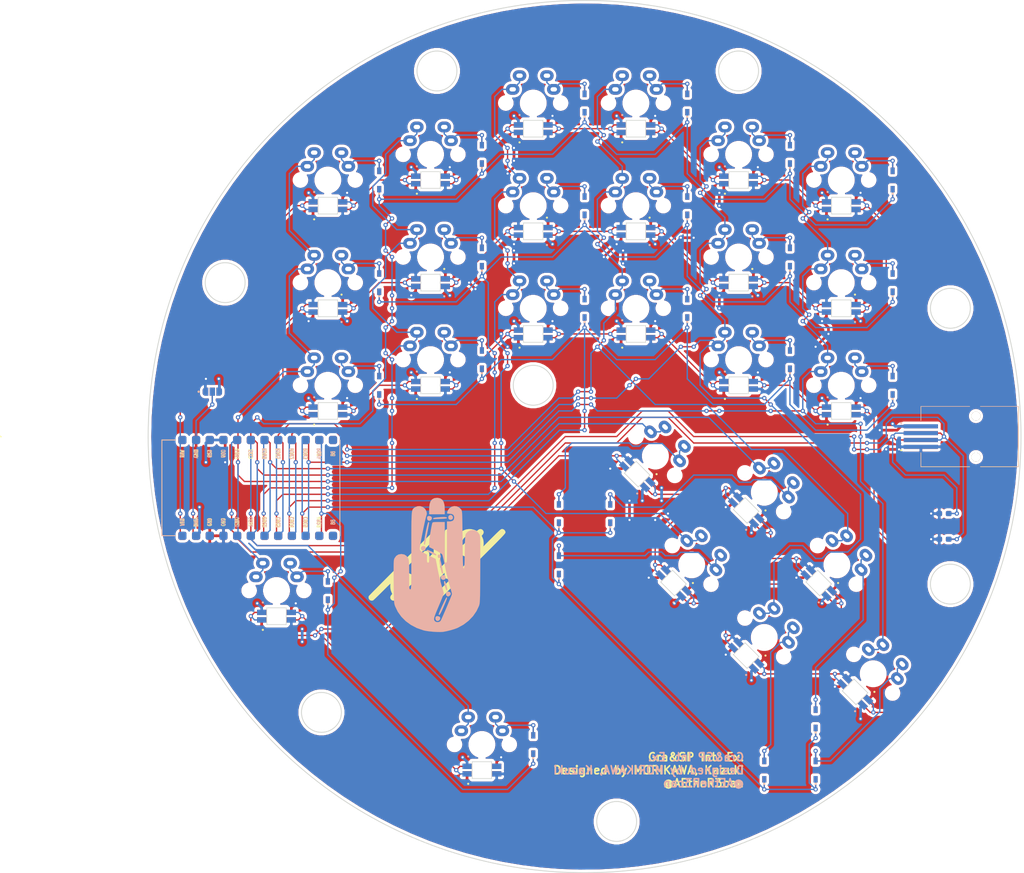
<source format=kicad_pcb>
(kicad_pcb (version 20171130) (host pcbnew "(5.1.9)-1")
  (layers (0 F.Cu signal) (31 B.Cu signal) (34 B.Paste user) (35 F.Paste user) (36 B.SilkS user) (37 F.SilkS user) (38 B.Mask user) (39 F.Mask user) (44 Edge.Cuts user))
  (net 0 "")
  (net 1 "Net-(D1-Pad2)")
  (net 2 Y0)
  (net 3 "Net-(D3-Pad2)")
  (net 4 "Net-(D5-Pad2)")
  (net 5 "Net-(D7-Pad2)")
  (net 6 "Net-(D10-Pad2)")
  (net 7 "Net-(D11-Pad2)")
  (net 8 "Net-(D13-Pad2)")
  (net 9 Y1)
  (net 10 "Net-(D15-Pad2)")
  (net 11 "Net-(D17-Pad2)")
  (net 12 "Net-(D19-Pad2)")
  (net 13 "Net-(D21-Pad2)")
  (net 14 "Net-(D23-Pad2)")
  (net 15 "Net-(D25-Pad2)")
  (net 16 Y2)
  (net 17 "Net-(D27-Pad2)")
  (net 18 "Net-(D29-Pad2)")
  (net 19 "Net-(D31-Pad2)")
  (net 20 "Net-(D33-Pad2)")
  (net 21 "Net-(D35-Pad2)")
  (net 22 "Net-(D37-Pad2)")
  (net 23 Y3)
  (net 24 "Net-(D39-Pad2)")
  (net 25 "Net-(D41-Pad2)")
  (net 26 "Net-(D43-Pad2)")
  (net 27 "Net-(D45-Pad2)")
  (net 28 "Net-(D47-Pad2)")
  (net 29 "Net-(D49-Pad2)")
  (net 30 Y4)
  (net 31 "Net-(D51-Pad2)")
  (net 32 VCC)
  (net 33 SDA)
  (net 34 SCL)
  (net 35 GND)
  (net 36 RX1)
  (net 37 "Net-(LED1-Pad2)")
  (net 38 LED_IN)
  (net 39 "Net-(LED2-Pad2)")
  (net 40 "Net-(LED10-Pad4)")
  (net 41 "Net-(LED10-Pad2)")
  (net 42 "Net-(LED11-Pad2)")
  (net 43 "Net-(LED12-Pad2)")
  (net 44 "Net-(LED13-Pad2)")
  (net 45 "Net-(LED14-Pad2)")
  (net 46 "Net-(LED15-Pad2)")
  (net 47 "Net-(LED16-Pad2)")
  (net 48 "Net-(LED17-Pad2)")
  (net 49 "Net-(LED18-Pad2)")
  (net 50 "Net-(LED19-Pad2)")
  (net 51 "Net-(LED20-Pad2)")
  (net 52 "Net-(LED21-Pad2)")
  (net 53 "Net-(LED22-Pad2)")
  (net 54 "Net-(LED23-Pad2)")
  (net 55 "Net-(LED24-Pad2)")
  (net 56 "Net-(LED25-Pad2)")
  (net 57 "Net-(LED29-Pad2)")
  (net 58 "Net-(LED30-Pad2)")
  (net 59 "Net-(LED31-Pad2)")
  (net 60 "Net-(LED32-Pad2)")
  (net 61 "Net-(LED33-Pad2)")
  (net 62 "Net-(LED34-Pad2)")
  (net 63 X0)
  (net 64 X1)
  (net 65 X2)
  (net 66 X3)
  (net 67 X4)
  (net 68 X5)
  (module "my library:grasp" (layer B.Cu) (at 77.39095 119.063 180)
    (fp_text reference G*** hide)
    (fp_text value LOGO hide)
  )
  (module "my library:aether" (layer F.Cu) (at 77.39095 119.063)
    (fp_text reference G*** hide)
    (fp_text value LOGO hide)
  )
  (module "my library:CherryMX_1u_r" (layer F.Cu) (at 152.4 85.725)
    (fp_text reference SW18 hide)
    (fp_text value SW_PUSH hide)
    (pad 1 thru_hole oval (at -2.54 -5.08) (size 2.5 2) (drill oval 1.2 0.8) (layers *.Cu) (net 68 X5))
    (pad 2 thru_hole oval (at 3.81 -2.54) (size 2.5 2) (drill oval 1.2 0.8) (layers *.Cu) (net 21 "Net-(D35-Pad2)"))
    (pad "" np_thru_hole circle (at 0 0 90) (size 4 4) (drill 4) (layers *.Cu *.Mask))
    (pad "" np_thru_hole circle (at -5.08 0 90) (size 1.9 1.9) (drill 1.9) (layers *.Cu *.Mask))
    (pad "" np_thru_hole circle (at 5.08 0 90) (size 1.9 1.9) (drill 1.9) (layers *.Cu *.Mask))
    (pad 2 thru_hole oval (at 2.54 -5.08) (size 2.5 2) (drill oval 1.2 0.8) (layers *.Cu) (net 21 "Net-(D35-Pad2)"))
    (pad 1 thru_hole oval (at -3.81 -2.54) (size 2.5 2) (drill oval 1.2 0.8) (layers *.Cu) (net 68 X5))
  )
  (module "my library:CherryMX_1u_r" (layer F.Cu) (at 47.625 123.825)
    (fp_text reference SW25 hide)
    (fp_text value SW_PUSH hide)
    (pad 1 thru_hole oval (at -2.54 -5.08) (size 2.5 2) (drill oval 1.2 0.8) (layers *.Cu) (net 63 X0))
    (pad 2 thru_hole oval (at 3.81 -2.54) (size 2.5 2) (drill oval 1.2 0.8) (layers *.Cu) (net 29 "Net-(D49-Pad2)"))
    (pad "" np_thru_hole circle (at 0 0 90) (size 4 4) (drill 4) (layers *.Cu *.Mask))
    (pad "" np_thru_hole circle (at -5.08 0 90) (size 1.9 1.9) (drill 1.9) (layers *.Cu *.Mask))
    (pad "" np_thru_hole circle (at 5.08 0 90) (size 1.9 1.9) (drill 1.9) (layers *.Cu *.Mask))
    (pad 2 thru_hole oval (at 2.54 -5.08) (size 2.5 2) (drill oval 1.2 0.8) (layers *.Cu) (net 29 "Net-(D49-Pad2)"))
    (pad 1 thru_hole oval (at -3.81 -2.54) (size 2.5 2) (drill oval 1.2 0.8) (layers *.Cu) (net 63 X0))
  )
  (module "my library:CherryMX_1u_r" (layer F.Cu) (at 133.35 42.8625)
    (fp_text reference SW5 hide)
    (fp_text value SW_PUSH hide)
    (pad 1 thru_hole oval (at -2.54 -5.08) (size 2.5 2) (drill oval 1.2 0.8) (layers *.Cu) (net 67 X4))
    (pad 2 thru_hole oval (at 3.81 -2.54) (size 2.5 2) (drill oval 1.2 0.8) (layers *.Cu) (net 6 "Net-(D10-Pad2)"))
    (pad "" np_thru_hole circle (at 0 0 90) (size 4 4) (drill 4) (layers *.Cu *.Mask))
    (pad "" np_thru_hole circle (at -5.08 0 90) (size 1.9 1.9) (drill 1.9) (layers *.Cu *.Mask))
    (pad "" np_thru_hole circle (at 5.08 0 90) (size 1.9 1.9) (drill 1.9) (layers *.Cu *.Mask))
    (pad 2 thru_hole oval (at 2.54 -5.08) (size 2.5 2) (drill oval 1.2 0.8) (layers *.Cu) (net 6 "Net-(D10-Pad2)"))
    (pad 1 thru_hole oval (at -3.81 -2.54) (size 2.5 2) (drill oval 1.2 0.8) (layers *.Cu) (net 67 X4))
  )
  (module "my library:CherryMX_1u_r" (layer F.Cu) (at 138.1125 105.592116 315)
    (fp_text reference SW20 hide)
    (fp_text value SW_PUSH hide)
    (pad 1 thru_hole oval (at -2.54 -5.08 315) (size 2.5 2) (drill oval 1.2 0.8) (layers *.Cu) (net 64 X1))
    (pad 2 thru_hole oval (at 3.81 -2.54 315) (size 2.5 2) (drill oval 1.2 0.8) (layers *.Cu) (net 24 "Net-(D39-Pad2)"))
    (pad "" np_thru_hole circle (at 0 0 45) (size 4 4) (drill 4) (layers *.Cu *.Mask))
    (pad "" np_thru_hole circle (at -5.08 0 45) (size 1.9 1.9) (drill 1.9) (layers *.Cu *.Mask))
    (pad "" np_thru_hole circle (at 5.08 0 45) (size 1.9 1.9) (drill 1.9) (layers *.Cu *.Mask))
    (pad 2 thru_hole oval (at 2.54 -5.08 315) (size 2.5 2) (drill oval 1.2 0.8) (layers *.Cu) (net 24 "Net-(D39-Pad2)"))
    (pad 1 thru_hole oval (at -3.81 -2.54 315) (size 2.5 2) (drill oval 1.2 0.8) (layers *.Cu) (net 64 X1))
  )
  (module "my library:CherryMX_1u_r" (layer F.Cu) (at 152.4 47.625)
    (fp_text reference SW6 hide)
    (fp_text value SW_PUSH hide)
    (pad 1 thru_hole oval (at -2.54 -5.08) (size 2.5 2) (drill oval 1.2 0.8) (layers *.Cu) (net 68 X5))
    (pad 2 thru_hole oval (at 3.81 -2.54) (size 2.5 2) (drill oval 1.2 0.8) (layers *.Cu) (net 7 "Net-(D11-Pad2)"))
    (pad "" np_thru_hole circle (at 0 0 90) (size 4 4) (drill 4) (layers *.Cu *.Mask))
    (pad "" np_thru_hole circle (at -5.08 0 90) (size 1.9 1.9) (drill 1.9) (layers *.Cu *.Mask))
    (pad "" np_thru_hole circle (at 5.08 0 90) (size 1.9 1.9) (drill 1.9) (layers *.Cu *.Mask))
    (pad 2 thru_hole oval (at 2.54 -5.08) (size 2.5 2) (drill oval 1.2 0.8) (layers *.Cu) (net 7 "Net-(D11-Pad2)"))
    (pad 1 thru_hole oval (at -3.81 -2.54) (size 2.5 2) (drill oval 1.2 0.8) (layers *.Cu) (net 68 X5))
  )
  (module "my library:CherryMX_1u_r" (layer F.Cu) (at 133.35 80.9625)
    (fp_text reference SW17 hide)
    (fp_text value SW_PUSH hide)
    (pad 1 thru_hole oval (at -2.54 -5.08) (size 2.5 2) (drill oval 1.2 0.8) (layers *.Cu) (net 67 X4))
    (pad 2 thru_hole oval (at 3.81 -2.54) (size 2.5 2) (drill oval 1.2 0.8) (layers *.Cu) (net 20 "Net-(D33-Pad2)"))
    (pad "" np_thru_hole circle (at 0 0 90) (size 4 4) (drill 4) (layers *.Cu *.Mask))
    (pad "" np_thru_hole circle (at -5.08 0 90) (size 1.9 1.9) (drill 1.9) (layers *.Cu *.Mask))
    (pad "" np_thru_hole circle (at 5.08 0 90) (size 1.9 1.9) (drill 1.9) (layers *.Cu *.Mask))
    (pad 2 thru_hole oval (at 2.54 -5.08) (size 2.5 2) (drill oval 1.2 0.8) (layers *.Cu) (net 20 "Net-(D33-Pad2)"))
    (pad 1 thru_hole oval (at -3.81 -2.54) (size 2.5 2) (drill oval 1.2 0.8) (layers *.Cu) (net 67 X4))
  )
  (module "my library:CherryMX_1u_r" (layer F.Cu) (at 95.25 52.3875)
    (fp_text reference SW9 hide)
    (fp_text value SW_PUSH hide)
    (pad 1 thru_hole oval (at -2.54 -5.08) (size 2.5 2) (drill oval 1.2 0.8) (layers *.Cu) (net 65 X2))
    (pad 2 thru_hole oval (at 3.81 -2.54) (size 2.5 2) (drill oval 1.2 0.8) (layers *.Cu) (net 11 "Net-(D17-Pad2)"))
    (pad "" np_thru_hole circle (at 0 0 90) (size 4 4) (drill 4) (layers *.Cu *.Mask))
    (pad "" np_thru_hole circle (at -5.08 0 90) (size 1.9 1.9) (drill 1.9) (layers *.Cu *.Mask))
    (pad "" np_thru_hole circle (at 5.08 0 90) (size 1.9 1.9) (drill 1.9) (layers *.Cu *.Mask))
    (pad 2 thru_hole oval (at 2.54 -5.08) (size 2.5 2) (drill oval 1.2 0.8) (layers *.Cu) (net 11 "Net-(D17-Pad2)"))
    (pad 1 thru_hole oval (at -3.81 -2.54) (size 2.5 2) (drill oval 1.2 0.8) (layers *.Cu) (net 65 X2))
  )
  (module "my library:CherryMX_1u_r" (layer F.Cu) (at 133.35 61.9125)
    (fp_text reference SW11 hide)
    (fp_text value SW_PUSH hide)
    (pad 1 thru_hole oval (at -2.54 -5.08) (size 2.5 2) (drill oval 1.2 0.8) (layers *.Cu) (net 67 X4))
    (pad 2 thru_hole oval (at 3.81 -2.54) (size 2.5 2) (drill oval 1.2 0.8) (layers *.Cu) (net 13 "Net-(D21-Pad2)"))
    (pad "" np_thru_hole circle (at 0 0 90) (size 4 4) (drill 4) (layers *.Cu *.Mask))
    (pad "" np_thru_hole circle (at -5.08 0 90) (size 1.9 1.9) (drill 1.9) (layers *.Cu *.Mask))
    (pad "" np_thru_hole circle (at 5.08 0 90) (size 1.9 1.9) (drill 1.9) (layers *.Cu *.Mask))
    (pad 2 thru_hole oval (at 2.54 -5.08) (size 2.5 2) (drill oval 1.2 0.8) (layers *.Cu) (net 13 "Net-(D21-Pad2)"))
    (pad 1 thru_hole oval (at -3.81 -2.54) (size 2.5 2) (drill oval 1.2 0.8) (layers *.Cu) (net 67 X4))
  )
  (module "my library:CherryMX_1u_r" (layer F.Cu) (at 76.2 80.9625)
    (fp_text reference SW14 hide)
    (fp_text value SW_PUSH hide)
    (pad 1 thru_hole oval (at -2.54 -5.08) (size 2.5 2) (drill oval 1.2 0.8) (layers *.Cu) (net 64 X1))
    (pad 2 thru_hole oval (at 3.81 -2.54) (size 2.5 2) (drill oval 1.2 0.8) (layers *.Cu) (net 17 "Net-(D27-Pad2)"))
    (pad "" np_thru_hole circle (at 0 0 90) (size 4 4) (drill 4) (layers *.Cu *.Mask))
    (pad "" np_thru_hole circle (at -5.08 0 90) (size 1.9 1.9) (drill 1.9) (layers *.Cu *.Mask))
    (pad "" np_thru_hole circle (at 5.08 0 90) (size 1.9 1.9) (drill 1.9) (layers *.Cu *.Mask))
    (pad 2 thru_hole oval (at 2.54 -5.08) (size 2.5 2) (drill oval 1.2 0.8) (layers *.Cu) (net 17 "Net-(D27-Pad2)"))
    (pad 1 thru_hole oval (at -3.81 -2.54) (size 2.5 2) (drill oval 1.2 0.8) (layers *.Cu) (net 64 X1))
  )
  (module "my library:CherryMX_1u_r" (layer F.Cu) (at 57.15 66.675)
    (fp_text reference SW7 hide)
    (fp_text value SW_PUSH hide)
    (pad 1 thru_hole oval (at -2.54 -5.08) (size 2.5 2) (drill oval 1.2 0.8) (layers *.Cu) (net 63 X0))
    (pad 2 thru_hole oval (at 3.81 -2.54) (size 2.5 2) (drill oval 1.2 0.8) (layers *.Cu) (net 8 "Net-(D13-Pad2)"))
    (pad "" np_thru_hole circle (at 0 0 90) (size 4 4) (drill 4) (layers *.Cu *.Mask))
    (pad "" np_thru_hole circle (at -5.08 0 90) (size 1.9 1.9) (drill 1.9) (layers *.Cu *.Mask))
    (pad "" np_thru_hole circle (at 5.08 0 90) (size 1.9 1.9) (drill 1.9) (layers *.Cu *.Mask))
    (pad 2 thru_hole oval (at 2.54 -5.08) (size 2.5 2) (drill oval 1.2 0.8) (layers *.Cu) (net 8 "Net-(D13-Pad2)"))
    (pad 1 thru_hole oval (at -3.81 -2.54) (size 2.5 2) (drill oval 1.2 0.8) (layers *.Cu) (net 63 X0))
  )
  (module "my library:CherryMX_1u_r" (layer F.Cu) (at 95.25 71.4375)
    (fp_text reference SW15 hide)
    (fp_text value SW_PUSH hide)
    (pad 1 thru_hole oval (at -2.54 -5.08) (size 2.5 2) (drill oval 1.2 0.8) (layers *.Cu) (net 65 X2))
    (pad 2 thru_hole oval (at 3.81 -2.54) (size 2.5 2) (drill oval 1.2 0.8) (layers *.Cu) (net 18 "Net-(D29-Pad2)"))
    (pad "" np_thru_hole circle (at 0 0 90) (size 4 4) (drill 4) (layers *.Cu *.Mask))
    (pad "" np_thru_hole circle (at -5.08 0 90) (size 1.9 1.9) (drill 1.9) (layers *.Cu *.Mask))
    (pad "" np_thru_hole circle (at 5.08 0 90) (size 1.9 1.9) (drill 1.9) (layers *.Cu *.Mask))
    (pad 2 thru_hole oval (at 2.54 -5.08) (size 2.5 2) (drill oval 1.2 0.8) (layers *.Cu) (net 18 "Net-(D29-Pad2)"))
    (pad 1 thru_hole oval (at -3.81 -2.54) (size 2.5 2) (drill oval 1.2 0.8) (layers *.Cu) (net 65 X2))
  )
  (module "my library:4P4C_SMD_wo_hole" (layer B.Cu) (at 176.2125 95.25 270)
    (fp_text reference J2)
    (fp_text value 4P4C hide)
    (pad 4 smd rect (at 1.905 9.053 270) (size 0.76 6.35) (layers B.Cu B.Paste B.Mask) (net 32 VCC))
    (pad 3 smd rect (at 0.635 9.053 270) (size 0.76 6.35) (layers B.Cu B.Paste B.Mask) (net 33 SDA))
    (pad 2 smd rect (at -0.635 9.053 270) (size 0.76 6.35) (layers B.Cu B.Paste B.Mask) (net 34 SCL))
    (pad 1 smd rect (at -1.905 9.053 270) (size 0.76 6.35) (layers B.Cu B.Paste B.Mask) (net 35 GND))
  )
  (module "my library:CherryMX_1u_r" (layer F.Cu) (at 95.25 33.3375)
    (fp_text reference SW3 hide)
    (fp_text value SW_PUSH hide)
    (pad 1 thru_hole oval (at -2.54 -5.08) (size 2.5 2) (drill oval 1.2 0.8) (layers *.Cu) (net 65 X2))
    (pad 2 thru_hole oval (at 3.81 -2.54) (size 2.5 2) (drill oval 1.2 0.8) (layers *.Cu) (net 4 "Net-(D5-Pad2)"))
    (pad "" np_thru_hole circle (at 0 0 90) (size 4 4) (drill 4) (layers *.Cu *.Mask))
    (pad "" np_thru_hole circle (at -5.08 0 90) (size 1.9 1.9) (drill 1.9) (layers *.Cu *.Mask))
    (pad "" np_thru_hole circle (at 5.08 0 90) (size 1.9 1.9) (drill 1.9) (layers *.Cu *.Mask))
    (pad 2 thru_hole oval (at 2.54 -5.08) (size 2.5 2) (drill oval 1.2 0.8) (layers *.Cu) (net 4 "Net-(D5-Pad2)"))
    (pad 1 thru_hole oval (at -3.81 -2.54) (size 2.5 2) (drill oval 1.2 0.8) (layers *.Cu) (net 65 X2))
  )
  (module "my library:CherryMX_1u_r" (layer F.Cu) (at 114.3 71.4375)
    (fp_text reference SW16 hide)
    (fp_text value SW_PUSH hide)
    (pad 1 thru_hole oval (at -2.54 -5.08) (size 2.5 2) (drill oval 1.2 0.8) (layers *.Cu) (net 66 X3))
    (pad 2 thru_hole oval (at 3.81 -2.54) (size 2.5 2) (drill oval 1.2 0.8) (layers *.Cu) (net 19 "Net-(D31-Pad2)"))
    (pad "" np_thru_hole circle (at 0 0 90) (size 4 4) (drill 4) (layers *.Cu *.Mask))
    (pad "" np_thru_hole circle (at -5.08 0 90) (size 1.9 1.9) (drill 1.9) (layers *.Cu *.Mask))
    (pad "" np_thru_hole circle (at 5.08 0 90) (size 1.9 1.9) (drill 1.9) (layers *.Cu *.Mask))
    (pad 2 thru_hole oval (at 2.54 -5.08) (size 2.5 2) (drill oval 1.2 0.8) (layers *.Cu) (net 19 "Net-(D31-Pad2)"))
    (pad 1 thru_hole oval (at -3.81 -2.54) (size 2.5 2) (drill oval 1.2 0.8) (layers *.Cu) (net 66 X3))
  )
  (module "my library:CherryMX_1u_r" (layer F.Cu) (at 138.1125 132.532884 315)
    (fp_text reference SW23 hide)
    (fp_text value SW_PUSH hide)
    (pad 1 thru_hole oval (at -2.54 -5.08 315) (size 2.5 2) (drill oval 1.2 0.8) (layers *.Cu) (net 67 X4))
    (pad 2 thru_hole oval (at 3.81 -2.54 315) (size 2.5 2) (drill oval 1.2 0.8) (layers *.Cu) (net 27 "Net-(D45-Pad2)"))
    (pad "" np_thru_hole circle (at 0 0 45) (size 4 4) (drill 4) (layers *.Cu *.Mask))
    (pad "" np_thru_hole circle (at -5.08 0 45) (size 1.9 1.9) (drill 1.9) (layers *.Cu *.Mask))
    (pad "" np_thru_hole circle (at 5.08 0 45) (size 1.9 1.9) (drill 1.9) (layers *.Cu *.Mask))
    (pad 2 thru_hole oval (at 2.54 -5.08 315) (size 2.5 2) (drill oval 1.2 0.8) (layers *.Cu) (net 27 "Net-(D45-Pad2)"))
    (pad 1 thru_hole oval (at -3.81 -2.54 315) (size 2.5 2) (drill oval 1.2 0.8) (layers *.Cu) (net 67 X4))
  )
  (module "my library:CherryMX_1u_r" (layer F.Cu) (at 57.15 85.725)
    (fp_text reference SW13 hide)
    (fp_text value SW_PUSH hide)
    (pad 1 thru_hole oval (at -2.54 -5.08) (size 2.5 2) (drill oval 1.2 0.8) (layers *.Cu) (net 63 X0))
    (pad 2 thru_hole oval (at 3.81 -2.54) (size 2.5 2) (drill oval 1.2 0.8) (layers *.Cu) (net 15 "Net-(D25-Pad2)"))
    (pad "" np_thru_hole circle (at 0 0 90) (size 4 4) (drill 4) (layers *.Cu *.Mask))
    (pad "" np_thru_hole circle (at -5.08 0 90) (size 1.9 1.9) (drill 1.9) (layers *.Cu *.Mask))
    (pad "" np_thru_hole circle (at 5.08 0 90) (size 1.9 1.9) (drill 1.9) (layers *.Cu *.Mask))
    (pad 2 thru_hole oval (at 2.54 -5.08) (size 2.5 2) (drill oval 1.2 0.8) (layers *.Cu) (net 15 "Net-(D25-Pad2)"))
    (pad 1 thru_hole oval (at -3.81 -2.54) (size 2.5 2) (drill oval 1.2 0.8) (layers *.Cu) (net 63 X0))
  )
  (module "my library:R" (layer B.Cu) (at 171.45 109.5375)
    (fp_text reference R3)
    (fp_text value R)
    (pad 2 smd roundrect (at 0.875 0) (size 1.05 0.95) (layers B.Cu B.Paste B.Mask) (net 34 SCL))
    (pad 1 smd roundrect (at -0.875 0) (size 1.05 0.95) (layers B.Cu B.Paste B.Mask) (net 32 VCC))
  )
  (module "my library:CherryMX_1u_r" (layer F.Cu) (at 57.15 47.625)
    (fp_text reference SW1 hide)
    (fp_text value SW_PUSH hide)
    (pad 1 thru_hole oval (at -2.54 -5.08) (size 2.5 2) (drill oval 1.2 0.8) (layers *.Cu) (net 63 X0))
    (pad 2 thru_hole oval (at 3.81 -2.54) (size 2.5 2) (drill oval 1.2 0.8) (layers *.Cu) (net 1 "Net-(D1-Pad2)"))
    (pad "" np_thru_hole circle (at 0 0 90) (size 4 4) (drill 4) (layers *.Cu *.Mask))
    (pad "" np_thru_hole circle (at -5.08 0 90) (size 1.9 1.9) (drill 1.9) (layers *.Cu *.Mask))
    (pad "" np_thru_hole circle (at 5.08 0 90) (size 1.9 1.9) (drill 1.9) (layers *.Cu *.Mask))
    (pad 2 thru_hole oval (at 2.54 -5.08) (size 2.5 2) (drill oval 1.2 0.8) (layers *.Cu) (net 1 "Net-(D1-Pad2)"))
    (pad 1 thru_hole oval (at -3.81 -2.54) (size 2.5 2) (drill oval 1.2 0.8) (layers *.Cu) (net 63 X0))
  )
  (module "my library:CherryMX_1u_r" (layer F.Cu) (at 76.2 42.8625)
    (fp_text reference SW2 hide)
    (fp_text value SW_PUSH hide)
    (pad 1 thru_hole oval (at -2.54 -5.08) (size 2.5 2) (drill oval 1.2 0.8) (layers *.Cu) (net 64 X1))
    (pad 2 thru_hole oval (at 3.81 -2.54) (size 2.5 2) (drill oval 1.2 0.8) (layers *.Cu) (net 3 "Net-(D3-Pad2)"))
    (pad "" np_thru_hole circle (at 0 0 90) (size 4 4) (drill 4) (layers *.Cu *.Mask))
    (pad "" np_thru_hole circle (at -5.08 0 90) (size 1.9 1.9) (drill 1.9) (layers *.Cu *.Mask))
    (pad "" np_thru_hole circle (at 5.08 0 90) (size 1.9 1.9) (drill 1.9) (layers *.Cu *.Mask))
    (pad 2 thru_hole oval (at 2.54 -5.08) (size 2.5 2) (drill oval 1.2 0.8) (layers *.Cu) (net 3 "Net-(D3-Pad2)"))
    (pad 1 thru_hole oval (at -3.81 -2.54) (size 2.5 2) (drill oval 1.2 0.8) (layers *.Cu) (net 64 X1))
  )
  (module "my library:CherryMX_1u_r" (layer F.Cu) (at 114.3 33.3375)
    (fp_text reference SW4 hide)
    (fp_text value SW_PUSH hide)
    (pad 1 thru_hole oval (at -2.54 -5.08) (size 2.5 2) (drill oval 1.2 0.8) (layers *.Cu) (net 66 X3))
    (pad 2 thru_hole oval (at 3.81 -2.54) (size 2.5 2) (drill oval 1.2 0.8) (layers *.Cu) (net 5 "Net-(D7-Pad2)"))
    (pad "" np_thru_hole circle (at 0 0 90) (size 4 4) (drill 4) (layers *.Cu *.Mask))
    (pad "" np_thru_hole circle (at -5.08 0 90) (size 1.9 1.9) (drill 1.9) (layers *.Cu *.Mask))
    (pad "" np_thru_hole circle (at 5.08 0 90) (size 1.9 1.9) (drill 1.9) (layers *.Cu *.Mask))
    (pad 2 thru_hole oval (at 2.54 -5.08) (size 2.5 2) (drill oval 1.2 0.8) (layers *.Cu) (net 5 "Net-(D7-Pad2)"))
    (pad 1 thru_hole oval (at -3.81 -2.54) (size 2.5 2) (drill oval 1.2 0.8) (layers *.Cu) (net 66 X3))
  )
  (module "my library:CherryMX_1u_r" (layer F.Cu) (at 124.642116 119.0625 315)
    (fp_text reference SW21 hide)
    (fp_text value SW_PUSH hide)
    (pad 1 thru_hole oval (at -2.54 -5.08 315) (size 2.5 2) (drill oval 1.2 0.8) (layers *.Cu) (net 65 X2))
    (pad 2 thru_hole oval (at 3.81 -2.54 315) (size 2.5 2) (drill oval 1.2 0.8) (layers *.Cu) (net 25 "Net-(D41-Pad2)"))
    (pad "" np_thru_hole circle (at 0 0 45) (size 4 4) (drill 4) (layers *.Cu *.Mask))
    (pad "" np_thru_hole circle (at -5.08 0 45) (size 1.9 1.9) (drill 1.9) (layers *.Cu *.Mask))
    (pad "" np_thru_hole circle (at 5.08 0 45) (size 1.9 1.9) (drill 1.9) (layers *.Cu *.Mask))
    (pad 2 thru_hole oval (at 2.54 -5.08 315) (size 2.5 2) (drill oval 1.2 0.8) (layers *.Cu) (net 25 "Net-(D41-Pad2)"))
    (pad 1 thru_hole oval (at -3.81 -2.54 315) (size 2.5 2) (drill oval 1.2 0.8) (layers *.Cu) (net 65 X2))
  )
  (module "my library:CherryMX_1u_r" (layer F.Cu) (at 114.3 52.3875)
    (fp_text reference SW10 hide)
    (fp_text value SW_PUSH hide)
    (pad 1 thru_hole oval (at -2.54 -5.08) (size 2.5 2) (drill oval 1.2 0.8) (layers *.Cu) (net 66 X3))
    (pad 2 thru_hole oval (at 3.81 -2.54) (size 2.5 2) (drill oval 1.2 0.8) (layers *.Cu) (net 12 "Net-(D19-Pad2)"))
    (pad "" np_thru_hole circle (at 0 0 90) (size 4 4) (drill 4) (layers *.Cu *.Mask))
    (pad "" np_thru_hole circle (at -5.08 0 90) (size 1.9 1.9) (drill 1.9) (layers *.Cu *.Mask))
    (pad "" np_thru_hole circle (at 5.08 0 90) (size 1.9 1.9) (drill 1.9) (layers *.Cu *.Mask))
    (pad 2 thru_hole oval (at 2.54 -5.08) (size 2.5 2) (drill oval 1.2 0.8) (layers *.Cu) (net 12 "Net-(D19-Pad2)"))
    (pad 1 thru_hole oval (at -3.81 -2.54) (size 2.5 2) (drill oval 1.2 0.8) (layers *.Cu) (net 66 X3))
  )
  (module "my library:CherryMX_1u_r" (layer F.Cu) (at 76.2 61.9125)
    (fp_text reference SW8 hide)
    (fp_text value SW_PUSH hide)
    (pad 1 thru_hole oval (at -2.54 -5.08) (size 2.5 2) (drill oval 1.2 0.8) (layers *.Cu) (net 64 X1))
    (pad 2 thru_hole oval (at 3.81 -2.54) (size 2.5 2) (drill oval 1.2 0.8) (layers *.Cu) (net 10 "Net-(D15-Pad2)"))
    (pad "" np_thru_hole circle (at 0 0 90) (size 4 4) (drill 4) (layers *.Cu *.Mask))
    (pad "" np_thru_hole circle (at -5.08 0 90) (size 1.9 1.9) (drill 1.9) (layers *.Cu *.Mask))
    (pad "" np_thru_hole circle (at 5.08 0 90) (size 1.9 1.9) (drill 1.9) (layers *.Cu *.Mask))
    (pad 2 thru_hole oval (at 2.54 -5.08) (size 2.5 2) (drill oval 1.2 0.8) (layers *.Cu) (net 10 "Net-(D15-Pad2)"))
    (pad 1 thru_hole oval (at -3.81 -2.54) (size 2.5 2) (drill oval 1.2 0.8) (layers *.Cu) (net 64 X1))
  )
  (module "my library:CherryMX_1u_r" (layer F.Cu) (at 151.582884 119.0625 315)
    (fp_text reference SW22 hide)
    (fp_text value SW_PUSH hide)
    (pad 1 thru_hole oval (at -2.54 -5.08 315) (size 2.5 2) (drill oval 1.2 0.8) (layers *.Cu) (net 66 X3))
    (pad 2 thru_hole oval (at 3.81 -2.54 315) (size 2.5 2) (drill oval 1.2 0.8) (layers *.Cu) (net 26 "Net-(D43-Pad2)"))
    (pad "" np_thru_hole circle (at 0 0 45) (size 4 4) (drill 4) (layers *.Cu *.Mask))
    (pad "" np_thru_hole circle (at -5.08 0 45) (size 1.9 1.9) (drill 1.9) (layers *.Cu *.Mask))
    (pad "" np_thru_hole circle (at 5.08 0 45) (size 1.9 1.9) (drill 1.9) (layers *.Cu *.Mask))
    (pad 2 thru_hole oval (at 2.54 -5.08 315) (size 2.5 2) (drill oval 1.2 0.8) (layers *.Cu) (net 26 "Net-(D43-Pad2)"))
    (pad 1 thru_hole oval (at -3.81 -2.54 315) (size 2.5 2) (drill oval 1.2 0.8) (layers *.Cu) (net 66 X3))
  )
  (module "my library:CherryMX_1u_r" (layer F.Cu) (at 85.725 152.4)
    (fp_text reference SW26 hide)
    (fp_text value SW_PUSH hide)
    (pad 1 thru_hole oval (at -2.54 -5.08) (size 2.5 2) (drill oval 1.2 0.8) (layers *.Cu) (net 64 X1))
    (pad 2 thru_hole oval (at 3.81 -2.54) (size 2.5 2) (drill oval 1.2 0.8) (layers *.Cu) (net 31 "Net-(D51-Pad2)"))
    (pad "" np_thru_hole circle (at 0 0 90) (size 4 4) (drill 4) (layers *.Cu *.Mask))
    (pad "" np_thru_hole circle (at -5.08 0 90) (size 1.9 1.9) (drill 1.9) (layers *.Cu *.Mask))
    (pad "" np_thru_hole circle (at 5.08 0 90) (size 1.9 1.9) (drill 1.9) (layers *.Cu *.Mask))
    (pad 2 thru_hole oval (at 2.54 -5.08) (size 2.5 2) (drill oval 1.2 0.8) (layers *.Cu) (net 31 "Net-(D51-Pad2)"))
    (pad 1 thru_hole oval (at -3.81 -2.54) (size 2.5 2) (drill oval 1.2 0.8) (layers *.Cu) (net 64 X1))
  )
  (module "my library:R" (layer F.Cu) (at 171.45 109.5375)
    (fp_text reference R1)
    (fp_text value R)
    (pad 2 smd roundrect (at 0.875 0) (size 1.05 0.95) (layers F.Cu F.Paste F.Mask) (net 34 SCL))
    (pad 1 smd roundrect (at -0.875 0) (size 1.05 0.95) (layers F.Cu F.Paste F.Mask) (net 32 VCC))
  )
  (module "my library:R" (layer F.Cu) (at 171.45 114.3)
    (fp_text reference R2)
    (fp_text value R)
    (pad 2 smd roundrect (at 0.875 0) (size 1.05 0.95) (layers F.Cu F.Paste F.Mask) (net 33 SDA))
    (pad 1 smd roundrect (at -0.875 0) (size 1.05 0.95) (layers F.Cu F.Paste F.Mask) (net 32 VCC))
  )
  (module "my library:Qwiic_ProMicro_SMD" (layer F.Cu) (at 42.8625 104.775 90)
    (fp_text reference U1 hide)
    (fp_text value "Qwiic Pro Micro")
    (fp_text user ROW1 (at -6.35 5.08 90) (layer F.SilkS) (effects (font (size 0.75 0.5) (thickness 0.125))))
    (fp_text user COL4 (at 6.35 7.62 90) (layer F.SilkS) (effects (font (size 0.75 0.5) (thickness 0.125))))
    (fp_text user ROW2 (at -6.35 7.62 90) (layer F.SilkS) (effects (font (size 0.75 0.5) (thickness 0.125))))
    (fp_text user COL5 (at 6.35 10.16 90) (layer F.SilkS) (effects (font (size 0.75 0.5) (thickness 0.125))))
    (fp_text user ROW3 (at -6.35 10.16 90) (layer F.SilkS) (effects (font (size 0.75 0.5) (thickness 0.125))))
    (fp_text user B2 (at 6.35 12.7 90) (layer F.SilkS) (effects (font (size 0.75 0.5) (thickness 0.125))))
    (fp_text user ROW4 (at -6.35 12.7 90) (layer F.SilkS) (effects (font (size 0.75 0.5) (thickness 0.125))))
    (fp_text user B5 (at -6.35 15.24 90) (layer F.SilkS) (effects (font (size 0.75 0.5) (thickness 0.125))))
    (fp_text user B6 (at 6.35 15.24 90) (layer F.SilkS) (effects (font (size 0.75 0.5) (thickness 0.125))))
    (fp_text user COL0 (at 6.35 -2.54 90) (layer F.SilkS) (effects (font (size 0.75 0.5) (thickness 0.125))))
    (fp_text user SDA (at -6.35 -2.54 90) (layer F.SilkS) (effects (font (size 0.75 0.5) (thickness 0.125))))
    (fp_text user COL1 (at 6.35 0 90) (layer F.SilkS) (effects (font (size 0.75 0.5) (thickness 0.125))))
    (fp_text user SCL (at -6.35 0 90) (layer F.SilkS) (effects (font (size 0.75 0.5) (thickness 0.125))))
    (fp_text user COL2 (at 6.35 2.54 90) (layer F.SilkS) (effects (font (size 0.75 0.5) (thickness 0.125))))
    (fp_text user ROW0 (at -6.35 2.54 90) (layer F.SilkS) (effects (font (size 0.75 0.5) (thickness 0.125))))
    (fp_text user COL3 (at 6.35 5.08 90) (layer F.SilkS) (effects (font (size 0.75 0.5) (thickness 0.125))))
    (fp_text user GND (at -6.35 -5.08 90) (layer F.SilkS) (effects (font (size 0.75 0.5) (thickness 0.125))))
    (fp_text user VCC (at 6.35 -5.08 90) (layer F.SilkS) (effects (font (size 0.75 0.5) (thickness 0.125))))
    (fp_text user GND (at -6.35 -7.62 90) (layer F.SilkS) (effects (font (size 0.75 0.5) (thickness 0.125))))
    (fp_text user RST (at 6.35 -7.62 90) (layer F.SilkS) (effects (font (size 0.75 0.5) (thickness 0.125))))
    (fp_text user DATA (at -6.35 -10.16 90) (layer F.SilkS) (effects (font (size 0.75 0.5) (thickness 0.125))))
    (fp_text user GND (at 6.35 -10.16 90) (layer F.SilkS) (effects (font (size 0.75 0.5) (thickness 0.125))))
    (fp_text user LED (at -6.35 -12.7 90) (layer F.SilkS) (effects (font (size 0.75 0.5) (thickness 0.125))))
    (fp_text user RAW (at 6.35 -12.7 90) (layer F.SilkS) (effects (font (size 0.75 0.5) (thickness 0.125))))
    (fp_text user "" (at -1.2065 -13.716 90) (layer B.SilkS) (effects (justify mirror)))
    (fp_text user "" (at -0.5 -14.71 90) (layer F.SilkS))
    (pad 24 smd roundrect (at 8.89 -12.7 90) (size 1.524 1.524) (layers F.Cu F.Paste F.Mask))
    (pad 23 smd roundrect (at 8.89 -10.16 90) (size 1.524 1.524) (layers F.Cu F.Paste F.Mask) (net 35 GND))
    (pad 22 smd roundrect (at 8.89 -7.62 90) (size 1.524 1.524) (layers F.Cu F.Paste F.Mask))
    (pad 21 smd roundrect (at 8.89 -5.08 90) (size 1.524 1.524) (layers F.Cu F.Paste F.Mask) (net 32 VCC))
    (pad 20 smd roundrect (at 8.89 -2.54 90) (size 1.524 1.524) (layers F.Cu F.Paste F.Mask) (net 63 X0))
    (pad 19 smd roundrect (at 8.89 0 90) (size 1.524 1.524) (layers F.Cu F.Paste F.Mask) (net 64 X1))
    (pad 18 smd roundrect (at 8.89 2.54 90) (size 1.524 1.524) (layers F.Cu F.Paste F.Mask) (net 65 X2))
    (pad 17 smd roundrect (at 8.89 5.08 90) (size 1.524 1.524) (layers F.Cu F.Paste F.Mask) (net 66 X3))
    (pad 16 smd roundrect (at 8.89 7.62 90) (size 1.524 1.524) (layers F.Cu F.Paste F.Mask) (net 67 X4))
    (pad 15 smd roundrect (at 8.89 10.16 90) (size 1.524 1.524) (layers F.Cu F.Paste F.Mask) (net 68 X5))
    (pad 14 smd roundrect (at 8.89 12.7 90) (size 1.524 1.524) (layers F.Cu F.Paste F.Mask))
    (pad 13 smd roundrect (at 8.89 15.24 90) (size 1.524 1.524) (layers F.Cu F.Paste F.Mask))
    (pad 12 smd roundrect (at -8.89 15.24 90) (size 1.524 1.524) (layers F.Cu F.Paste F.Mask))
    (pad 11 smd roundrect (at -8.89 12.7 90) (size 1.524 1.524) (layers F.Cu F.Paste F.Mask) (net 30 Y4))
    (pad 10 smd roundrect (at -8.89 10.16 90) (size 1.524 1.524) (layers F.Cu F.Paste F.Mask) (net 23 Y3))
    (pad 9 smd roundrect (at -8.89 7.62 90) (size 1.524 1.524) (layers F.Cu F.Paste F.Mask) (net 16 Y2))
    (pad 8 smd roundrect (at -8.89 5.08 90) (size 1.524 1.524) (layers F.Cu F.Paste F.Mask) (net 9 Y1))
    (pad 7 smd roundrect (at -8.89 2.54 90) (size 1.524 1.524) (layers F.Cu F.Paste F.Mask) (net 2 Y0))
    (pad 6 smd roundrect (at -8.89 0 90) (size 1.524 1.524) (layers F.Cu F.Paste F.Mask) (net 34 SCL))
    (pad 5 smd roundrect (at -8.89 -2.54 90) (size 1.524 1.524) (layers F.Cu F.Paste F.Mask) (net 33 SDA))
    (pad 4 smd roundrect (at -8.89 -5.08 90) (size 1.524 1.524) (layers F.Cu F.Paste F.Mask) (net 35 GND))
    (pad 3 smd roundrect (at -8.89 -7.62 90) (size 1.524 1.524) (layers F.Cu F.Paste F.Mask) (net 35 GND))
    (pad 2 smd roundrect (at -8.89 -10.16 90) (size 1.524 1.524) (layers F.Cu F.Paste F.Mask) (net 36 RX1))
    (pad 1 smd roundrect (at -8.89 -12.7 90) (size 1.524 1.524) (layers F.Cu F.Paste F.Mask) (net 38 LED_IN))
  )
  (module "my library:CherryMX_1u_r" (layer F.Cu) (at 117.906924 98.856924 315)
    (fp_text reference SW19 hide)
    (fp_text value SW_PUSH hide)
    (pad 1 thru_hole oval (at -2.54 -5.08 315) (size 2.5 2) (drill oval 1.2 0.8) (layers *.Cu) (net 63 X0))
    (pad 2 thru_hole oval (at 3.81 -2.54 315) (size 2.5 2) (drill oval 1.2 0.8) (layers *.Cu) (net 22 "Net-(D37-Pad2)"))
    (pad "" np_thru_hole circle (at 0 0 45) (size 4 4) (drill 4) (layers *.Cu *.Mask))
    (pad "" np_thru_hole circle (at -5.08 0 45) (size 1.9 1.9) (drill 1.9) (layers *.Cu *.Mask))
    (pad "" np_thru_hole circle (at 5.08 0 45) (size 1.9 1.9) (drill 1.9) (layers *.Cu *.Mask))
    (pad 2 thru_hole oval (at 2.54 -5.08 315) (size 2.5 2) (drill oval 1.2 0.8) (layers *.Cu) (net 22 "Net-(D37-Pad2)"))
    (pad 1 thru_hole oval (at -3.81 -2.54 315) (size 2.5 2) (drill oval 1.2 0.8) (layers *.Cu) (net 63 X0))
  )
  (module "my library:Qwiic_ProMicro_SMD" (layer B.Cu) (at 42.8625 104.775 270)
    (fp_text reference U2 hide)
    (fp_text value "Qwiic Pro Micro")
    (fp_text user ROW1 (at -6.35 -5.08 90) (layer B.SilkS) (effects (font (size 0.75 0.5) (thickness 0.125)) (justify mirror)))
    (fp_text user COL4 (at 6.35 -7.62 90) (layer B.SilkS) (effects (font (size 0.75 0.5) (thickness 0.125)) (justify mirror)))
    (fp_text user ROW2 (at -6.35 -7.62 90) (layer B.SilkS) (effects (font (size 0.75 0.5) (thickness 0.125)) (justify mirror)))
    (fp_text user COL5 (at 6.35 -10.16 90) (layer B.SilkS) (effects (font (size 0.75 0.5) (thickness 0.125)) (justify mirror)))
    (fp_text user ROW3 (at -6.35 -10.16 90) (layer B.SilkS) (effects (font (size 0.75 0.5) (thickness 0.125)) (justify mirror)))
    (fp_text user B2 (at 6.35 -12.7 90) (layer B.SilkS) (effects (font (size 0.75 0.5) (thickness 0.125)) (justify mirror)))
    (fp_text user ROW4 (at -6.35 -12.7 90) (layer B.SilkS) (effects (font (size 0.75 0.5) (thickness 0.125)) (justify mirror)))
    (fp_text user B5 (at -6.35 -15.24 90) (layer B.SilkS) (effects (font (size 0.75 0.5) (thickness 0.125)) (justify mirror)))
    (fp_text user B6 (at 6.35 -15.24 90) (layer B.SilkS) (effects (font (size 0.75 0.5) (thickness 0.125)) (justify mirror)))
    (fp_text user COL0 (at 6.35 2.54 90) (layer B.SilkS) (effects (font (size 0.75 0.5) (thickness 0.125)) (justify mirror)))
    (fp_text user SDA (at -6.35 2.54 90) (layer B.SilkS) (effects (font (size 0.75 0.5) (thickness 0.125)) (justify mirror)))
    (fp_text user COL1 (at 6.35 0 90) (layer B.SilkS) (effects (font (size 0.75 0.5) (thickness 0.125)) (justify mirror)))
    (fp_text user SCL (at -6.35 0 90) (layer B.SilkS) (effects (font (size 0.75 0.5) (thickness 0.125)) (justify mirror)))
    (fp_text user COL2 (at 6.35 -2.54 90) (layer B.SilkS) (effects (font (size 0.75 0.5) (thickness 0.125)) (justify mirror)))
    (fp_text user ROW0 (at -6.35 -2.54 90) (layer B.SilkS) (effects (font (size 0.75 0.5) (thickness 0.125)) (justify mirror)))
    (fp_text user COL3 (at 6.35 -5.08 90) (layer B.SilkS) (effects (font (size 0.75 0.5) (thickness 0.125)) (justify mirror)))
    (fp_text user GND (at -6.35 5.08 90) (layer B.SilkS) (effects (font (size 0.75 0.5) (thickness 0.125)) (justify mirror)))
    (fp_text user VCC (at 6.35 5.08 90) (layer B.SilkS) (effects (font (size 0.75 0.5) (thickness 0.125)) (justify mirror)))
    (fp_text user GND (at -6.35 7.62 90) (layer B.SilkS) (effects (font (size 0.75 0.5) (thickness 0.125)) (justify mirror)))
    (fp_text user RST (at 6.35 7.62 90) (layer B.SilkS) (effects (font (size 0.75 0.5) (thickness 0.125)) (justify mirror)))
    (fp_text user DATA (at -6.35 10.16 90) (layer B.SilkS) (effects (font (size 0.75 0.5) (thickness 0.125)) (justify mirror)))
    (fp_text user GND (at 6.35 10.16 90) (layer B.SilkS) (effects (font (size 0.75 0.5) (thickness 0.125)) (justify mirror)))
    (fp_text user LED (at -6.35 12.7 90) (layer B.SilkS) (effects (font (size 0.75 0.5) (thickness 0.125)) (justify mirror)))
    (fp_text user RAW (at 6.35 12.7 90) (layer B.SilkS) (effects (font (size 0.75 0.5) (thickness 0.125)) (justify mirror)))
    (fp_text user "" (at -1.2065 13.716 90) (layer F.SilkS))
    (fp_text user "" (at -0.5 14.71 90) (layer B.SilkS) (effects (justify mirror)))
    (pad 24 smd roundrect (at 8.89 12.7 270) (size 1.524 1.524) (layers B.Cu B.Paste B.Mask))
    (pad 23 smd roundrect (at 8.89 10.16 270) (size 1.524 1.524) (layers B.Cu B.Paste B.Mask) (net 35 GND))
    (pad 22 smd roundrect (at 8.89 7.62 270) (size 1.524 1.524) (layers B.Cu B.Paste B.Mask))
    (pad 21 smd roundrect (at 8.89 5.08 270) (size 1.524 1.524) (layers B.Cu B.Paste B.Mask) (net 32 VCC))
    (pad 20 smd roundrect (at 8.89 2.54 270) (size 1.524 1.524) (layers B.Cu B.Paste B.Mask) (net 63 X0))
    (pad 19 smd roundrect (at 8.89 0 270) (size 1.524 1.524) (layers B.Cu B.Paste B.Mask) (net 64 X1))
    (pad 18 smd roundrect (at 8.89 -2.54 270) (size 1.524 1.524) (layers B.Cu B.Paste B.Mask) (net 65 X2))
    (pad 17 smd roundrect (at 8.89 -5.08 270) (size 1.524 1.524) (layers B.Cu B.Paste B.Mask) (net 66 X3))
    (pad 16 smd roundrect (at 8.89 -7.62 270) (size 1.524 1.524) (layers B.Cu B.Paste B.Mask) (net 67 X4))
    (pad 15 smd roundrect (at 8.89 -10.16 270) (size 1.524 1.524) (layers B.Cu B.Paste B.Mask) (net 68 X5))
    (pad 14 smd roundrect (at 8.89 -12.7 270) (size 1.524 1.524) (layers B.Cu B.Paste B.Mask))
    (pad 13 smd roundrect (at 8.89 -15.24 270) (size 1.524 1.524) (layers B.Cu B.Paste B.Mask))
    (pad 12 smd roundrect (at -8.89 -15.24 270) (size 1.524 1.524) (layers B.Cu B.Paste B.Mask))
    (pad 11 smd roundrect (at -8.89 -12.7 270) (size 1.524 1.524) (layers B.Cu B.Paste B.Mask) (net 30 Y4))
    (pad 10 smd roundrect (at -8.89 -10.16 270) (size 1.524 1.524) (layers B.Cu B.Paste B.Mask) (net 23 Y3))
    (pad 9 smd roundrect (at -8.89 -7.62 270) (size 1.524 1.524) (layers B.Cu B.Paste B.Mask) (net 16 Y2))
    (pad 8 smd roundrect (at -8.89 -5.08 270) (size 1.524 1.524) (layers B.Cu B.Paste B.Mask) (net 9 Y1))
    (pad 7 smd roundrect (at -8.89 -2.54 270) (size 1.524 1.524) (layers B.Cu B.Paste B.Mask) (net 2 Y0))
    (pad 6 smd roundrect (at -8.89 0 270) (size 1.524 1.524) (layers B.Cu B.Paste B.Mask) (net 34 SCL))
    (pad 5 smd roundrect (at -8.89 2.54 270) (size 1.524 1.524) (layers B.Cu B.Paste B.Mask) (net 33 SDA))
    (pad 4 smd roundrect (at -8.89 5.08 270) (size 1.524 1.524) (layers B.Cu B.Paste B.Mask) (net 35 GND))
    (pad 3 smd roundrect (at -8.89 7.62 270) (size 1.524 1.524) (layers B.Cu B.Paste B.Mask) (net 35 GND))
    (pad 2 smd roundrect (at -8.89 10.16 270) (size 1.524 1.524) (layers B.Cu B.Paste B.Mask) (net 36 RX1))
    (pad 1 smd roundrect (at -8.89 12.7 270) (size 1.524 1.524) (layers B.Cu B.Paste B.Mask) (net 38 LED_IN))
  )
  (module "my library:CherryMX_1u_r" (layer F.Cu) (at 152.4 66.675)
    (fp_text reference SW12 hide)
    (fp_text value SW_PUSH hide)
    (pad 1 thru_hole oval (at -2.54 -5.08) (size 2.5 2) (drill oval 1.2 0.8) (layers *.Cu) (net 68 X5))
    (pad 2 thru_hole oval (at 3.81 -2.54) (size 2.5 2) (drill oval 1.2 0.8) (layers *.Cu) (net 14 "Net-(D23-Pad2)"))
    (pad "" np_thru_hole circle (at 0 0 90) (size 4 4) (drill 4) (layers *.Cu *.Mask))
    (pad "" np_thru_hole circle (at -5.08 0 90) (size 1.9 1.9) (drill 1.9) (layers *.Cu *.Mask))
    (pad "" np_thru_hole circle (at 5.08 0 90) (size 1.9 1.9) (drill 1.9) (layers *.Cu *.Mask))
    (pad 2 thru_hole oval (at 2.54 -5.08) (size 2.5 2) (drill oval 1.2 0.8) (layers *.Cu) (net 14 "Net-(D23-Pad2)"))
    (pad 1 thru_hole oval (at -3.81 -2.54) (size 2.5 2) (drill oval 1.2 0.8) (layers *.Cu) (net 68 X5))
  )
  (module "my library:R" (layer B.Cu) (at 171.45 114.3)
    (fp_text reference R4)
    (fp_text value R)
    (pad 2 smd roundrect (at 0.875 0) (size 1.05 0.95) (layers B.Cu B.Paste B.Mask) (net 33 SDA))
    (pad 1 smd roundrect (at -0.875 0) (size 1.05 0.95) (layers B.Cu B.Paste B.Mask) (net 32 VCC))
  )
  (module "my library:CherryMX_1u_r" (layer F.Cu) (at 158.318076 139.268076 315)
    (fp_text reference SW24 hide)
    (fp_text value SW_PUSH hide)
    (pad 1 thru_hole oval (at -2.54 -5.08 315) (size 2.5 2) (drill oval 1.2 0.8) (layers *.Cu) (net 68 X5))
    (pad 2 thru_hole oval (at 3.81 -2.54 315) (size 2.5 2) (drill oval 1.2 0.8) (layers *.Cu) (net 28 "Net-(D47-Pad2)"))
    (pad "" np_thru_hole circle (at 0 0 45) (size 4 4) (drill 4) (layers *.Cu *.Mask))
    (pad "" np_thru_hole circle (at -5.08 0 45) (size 1.9 1.9) (drill 1.9) (layers *.Cu *.Mask))
    (pad "" np_thru_hole circle (at 5.08 0 45) (size 1.9 1.9) (drill 1.9) (layers *.Cu *.Mask))
    (pad 2 thru_hole oval (at 2.54 -5.08 315) (size 2.5 2) (drill oval 1.2 0.8) (layers *.Cu) (net 28 "Net-(D47-Pad2)"))
    (pad 1 thru_hole oval (at -3.81 -2.54 315) (size 2.5 2) (drill oval 1.2 0.8) (layers *.Cu) (net 68 X5))
  )
  (module "my library:D" (layer F.Cu) (at 104.775 33.3375 90)
    (fp_text reference D5)
    (fp_text value D hide)
    (pad 2 smd rect (at 1.7 0 180) (size 0.75 1.2) (layers F.Cu F.Paste F.Mask) (net 4 "Net-(D5-Pad2)"))
    (pad 1 smd rect (at -1.7 0 180) (size 0.75 1.2) (layers F.Cu F.Paste F.Mask) (net 2 Y0))
  )
  (module "my library:D" (layer B.Cu) (at 161.925 47.625 90)
    (fp_text reference D12)
    (fp_text value D hide)
    (pad 2 smd rect (at 1.7 0) (size 0.75 1.2) (layers B.Cu B.Paste B.Mask) (net 7 "Net-(D11-Pad2)"))
    (pad 1 smd rect (at -1.7 0) (size 0.75 1.2) (layers B.Cu B.Paste B.Mask) (net 2 Y0))
  )
  (module "my library:D" (layer F.Cu) (at 85.725 42.8625 90)
    (fp_text reference D3)
    (fp_text value D hide)
    (pad 2 smd rect (at 1.7 0 180) (size 0.75 1.2) (layers F.Cu F.Paste F.Mask) (net 3 "Net-(D3-Pad2)"))
    (pad 1 smd rect (at -1.7 0 180) (size 0.75 1.2) (layers F.Cu F.Paste F.Mask) (net 2 Y0))
  )
  (module "my library:D" (layer F.Cu) (at 66.675 47.625 90)
    (fp_text reference D1)
    (fp_text value D hide)
    (pad 2 smd rect (at 1.7 0 180) (size 0.75 1.2) (layers F.Cu F.Paste F.Mask) (net 1 "Net-(D1-Pad2)"))
    (pad 1 smd rect (at -1.7 0 180) (size 0.75 1.2) (layers F.Cu F.Paste F.Mask) (net 2 Y0))
  )
  (module "my library:D" (layer F.Cu) (at 123.825 33.3375 90)
    (fp_text reference D7)
    (fp_text value D hide)
    (pad 2 smd rect (at 1.7 0 180) (size 0.75 1.2) (layers F.Cu F.Paste F.Mask) (net 5 "Net-(D7-Pad2)"))
    (pad 1 smd rect (at -1.7 0 180) (size 0.75 1.2) (layers F.Cu F.Paste F.Mask) (net 2 Y0))
  )
  (module "my library:D" (layer B.Cu) (at 85.725 42.8625 90)
    (fp_text reference D4)
    (fp_text value D hide)
    (pad 2 smd rect (at 1.7 0) (size 0.75 1.2) (layers B.Cu B.Paste B.Mask) (net 3 "Net-(D3-Pad2)"))
    (pad 1 smd rect (at -1.7 0) (size 0.75 1.2) (layers B.Cu B.Paste B.Mask) (net 2 Y0))
  )
  (module "my library:D" (layer B.Cu) (at 104.775 71.4375 90)
    (fp_text reference D30)
    (fp_text value D hide)
    (pad 2 smd rect (at 1.7 0) (size 0.75 1.2) (layers B.Cu B.Paste B.Mask) (net 18 "Net-(D29-Pad2)"))
    (pad 1 smd rect (at -1.7 0) (size 0.75 1.2) (layers B.Cu B.Paste B.Mask) (net 16 Y2))
  )
  (module "my library:D" (layer F.Cu) (at 142.875 42.8625 90)
    (fp_text reference D9)
    (fp_text value D hide)
    (pad 2 smd rect (at 1.7 0 180) (size 0.75 1.2) (layers F.Cu F.Paste F.Mask) (net 6 "Net-(D10-Pad2)"))
    (pad 1 smd rect (at -1.7 0 180) (size 0.75 1.2) (layers F.Cu F.Paste F.Mask) (net 2 Y0))
  )
  (module "my library:D" (layer B.Cu) (at 142.875 42.8625 90)
    (fp_text reference D10)
    (fp_text value D hide)
    (pad 2 smd rect (at 1.7 0) (size 0.75 1.2) (layers B.Cu B.Paste B.Mask) (net 6 "Net-(D10-Pad2)"))
    (pad 1 smd rect (at -1.7 0) (size 0.75 1.2) (layers B.Cu B.Paste B.Mask) (net 2 Y0))
  )
  (module "my library:D" (layer F.Cu) (at 66.675 66.675 90)
    (fp_text reference D13)
    (fp_text value D hide)
    (pad 2 smd rect (at 1.7 0 180) (size 0.75 1.2) (layers F.Cu F.Paste F.Mask) (net 8 "Net-(D13-Pad2)"))
    (pad 1 smd rect (at -1.7 0 180) (size 0.75 1.2) (layers F.Cu F.Paste F.Mask) (net 9 Y1))
  )
  (module "my library:D" (layer F.Cu) (at 85.725 61.9125 90)
    (fp_text reference D15)
    (fp_text value D hide)
    (pad 2 smd rect (at 1.7 0 180) (size 0.75 1.2) (layers F.Cu F.Paste F.Mask) (net 10 "Net-(D15-Pad2)"))
    (pad 1 smd rect (at -1.7 0 180) (size 0.75 1.2) (layers F.Cu F.Paste F.Mask) (net 9 Y1))
  )
  (module "my library:D" (layer F.Cu) (at 104.775 52.3875 90)
    (fp_text reference D17)
    (fp_text value D hide)
    (pad 2 smd rect (at 1.7 0 180) (size 0.75 1.2) (layers F.Cu F.Paste F.Mask) (net 11 "Net-(D17-Pad2)"))
    (pad 1 smd rect (at -1.7 0 180) (size 0.75 1.2) (layers F.Cu F.Paste F.Mask) (net 9 Y1))
  )
  (module "my library:D" (layer B.Cu) (at 123.825 52.3875 90)
    (fp_text reference D20)
    (fp_text value D hide)
    (pad 2 smd rect (at 1.7 0) (size 0.75 1.2) (layers B.Cu B.Paste B.Mask) (net 12 "Net-(D19-Pad2)"))
    (pad 1 smd rect (at -1.7 0) (size 0.75 1.2) (layers B.Cu B.Paste B.Mask) (net 9 Y1))
  )
  (module "my library:D" (layer B.Cu) (at 85.725 61.9125 90)
    (fp_text reference D16)
    (fp_text value D hide)
    (pad 2 smd rect (at 1.7 0) (size 0.75 1.2) (layers B.Cu B.Paste B.Mask) (net 10 "Net-(D15-Pad2)"))
    (pad 1 smd rect (at -1.7 0) (size 0.75 1.2) (layers B.Cu B.Paste B.Mask) (net 9 Y1))
  )
  (module "my library:D" (layer B.Cu) (at 104.775 52.3875 90)
    (fp_text reference D18)
    (fp_text value D hide)
    (pad 2 smd rect (at 1.7 0) (size 0.75 1.2) (layers B.Cu B.Paste B.Mask) (net 11 "Net-(D17-Pad2)"))
    (pad 1 smd rect (at -1.7 0) (size 0.75 1.2) (layers B.Cu B.Paste B.Mask) (net 9 Y1))
  )
  (module "my library:D" (layer B.Cu) (at 104.775 33.3375 90)
    (fp_text reference D6)
    (fp_text value D hide)
    (pad 2 smd rect (at 1.7 0) (size 0.75 1.2) (layers B.Cu B.Paste B.Mask) (net 4 "Net-(D5-Pad2)"))
    (pad 1 smd rect (at -1.7 0) (size 0.75 1.2) (layers B.Cu B.Paste B.Mask) (net 2 Y0))
  )
  (module "my library:D" (layer F.Cu) (at 142.875 61.9125 90)
    (fp_text reference D21)
    (fp_text value D hide)
    (pad 2 smd rect (at 1.7 0 180) (size 0.75 1.2) (layers F.Cu F.Paste F.Mask) (net 13 "Net-(D21-Pad2)"))
    (pad 1 smd rect (at -1.7 0 180) (size 0.75 1.2) (layers F.Cu F.Paste F.Mask) (net 9 Y1))
  )
  (module "my library:D" (layer F.Cu) (at 161.925 66.675 90)
    (fp_text reference D23)
    (fp_text value D hide)
    (pad 2 smd rect (at 1.7 0 180) (size 0.75 1.2) (layers F.Cu F.Paste F.Mask) (net 14 "Net-(D23-Pad2)"))
    (pad 1 smd rect (at -1.7 0 180) (size 0.75 1.2) (layers F.Cu F.Paste F.Mask) (net 9 Y1))
  )
  (module "my library:D" (layer B.Cu) (at 66.675 47.625 90)
    (fp_text reference D2)
    (fp_text value D hide)
    (pad 2 smd rect (at 1.7 0) (size 0.75 1.2) (layers B.Cu B.Paste B.Mask) (net 1 "Net-(D1-Pad2)"))
    (pad 1 smd rect (at -1.7 0) (size 0.75 1.2) (layers B.Cu B.Paste B.Mask) (net 2 Y0))
  )
  (module "my library:D" (layer F.Cu) (at 161.925 47.625 90)
    (fp_text reference D11)
    (fp_text value D hide)
    (pad 2 smd rect (at 1.7 0 180) (size 0.75 1.2) (layers F.Cu F.Paste F.Mask) (net 7 "Net-(D11-Pad2)"))
    (pad 1 smd rect (at -1.7 0 180) (size 0.75 1.2) (layers F.Cu F.Paste F.Mask) (net 2 Y0))
  )
  (module "my library:D" (layer F.Cu) (at 66.675 85.725 90)
    (fp_text reference D25)
    (fp_text value D hide)
    (pad 2 smd rect (at 1.7 0 180) (size 0.75 1.2) (layers F.Cu F.Paste F.Mask) (net 15 "Net-(D25-Pad2)"))
    (pad 1 smd rect (at -1.7 0 180) (size 0.75 1.2) (layers F.Cu F.Paste F.Mask) (net 16 Y2))
  )
  (module "my library:D" (layer B.Cu) (at 66.675 85.725 90)
    (fp_text reference D26)
    (fp_text value D hide)
    (pad 2 smd rect (at 1.7 0) (size 0.75 1.2) (layers B.Cu B.Paste B.Mask) (net 15 "Net-(D25-Pad2)"))
    (pad 1 smd rect (at -1.7 0) (size 0.75 1.2) (layers B.Cu B.Paste B.Mask) (net 16 Y2))
  )
  (module "my library:D" (layer B.Cu) (at 123.825 33.3375 90)
    (fp_text reference D8)
    (fp_text value D hide)
    (pad 2 smd rect (at 1.7 0) (size 0.75 1.2) (layers B.Cu B.Paste B.Mask) (net 5 "Net-(D7-Pad2)"))
    (pad 1 smd rect (at -1.7 0) (size 0.75 1.2) (layers B.Cu B.Paste B.Mask) (net 2 Y0))
  )
  (module "my library:D" (layer B.Cu) (at 66.675 66.675 90)
    (fp_text reference D14)
    (fp_text value D hide)
    (pad 2 smd rect (at 1.7 0) (size 0.75 1.2) (layers B.Cu B.Paste B.Mask) (net 8 "Net-(D13-Pad2)"))
    (pad 1 smd rect (at -1.7 0) (size 0.75 1.2) (layers B.Cu B.Paste B.Mask) (net 9 Y1))
  )
  (module "my library:D" (layer F.Cu) (at 123.825 52.3875 90)
    (fp_text reference D19)
    (fp_text value D hide)
    (pad 2 smd rect (at 1.7 0 180) (size 0.75 1.2) (layers F.Cu F.Paste F.Mask) (net 12 "Net-(D19-Pad2)"))
    (pad 1 smd rect (at -1.7 0 180) (size 0.75 1.2) (layers F.Cu F.Paste F.Mask) (net 9 Y1))
  )
  (module "my library:D" (layer B.Cu) (at 142.875 61.9125 90)
    (fp_text reference D22)
    (fp_text value D hide)
    (pad 2 smd rect (at 1.7 0) (size 0.75 1.2) (layers B.Cu B.Paste B.Mask) (net 13 "Net-(D21-Pad2)"))
    (pad 1 smd rect (at -1.7 0) (size 0.75 1.2) (layers B.Cu B.Paste B.Mask) (net 9 Y1))
  )
  (module "my library:D" (layer F.Cu) (at 85.725 80.9625 90)
    (fp_text reference D27)
    (fp_text value D hide)
    (pad 2 smd rect (at 1.7 0 180) (size 0.75 1.2) (layers F.Cu F.Paste F.Mask) (net 17 "Net-(D27-Pad2)"))
    (pad 1 smd rect (at -1.7 0 180) (size 0.75 1.2) (layers F.Cu F.Paste F.Mask) (net 16 Y2))
  )
  (module "my library:D" (layer B.Cu) (at 85.725 80.9625 90)
    (fp_text reference D28)
    (fp_text value D hide)
    (pad 2 smd rect (at 1.7 0) (size 0.75 1.2) (layers B.Cu B.Paste B.Mask) (net 17 "Net-(D27-Pad2)"))
    (pad 1 smd rect (at -1.7 0) (size 0.75 1.2) (layers B.Cu B.Paste B.Mask) (net 16 Y2))
  )
  (module "my library:D" (layer F.Cu) (at 104.775 71.4375 90)
    (fp_text reference D29)
    (fp_text value D hide)
    (pad 2 smd rect (at 1.7 0 180) (size 0.75 1.2) (layers F.Cu F.Paste F.Mask) (net 18 "Net-(D29-Pad2)"))
    (pad 1 smd rect (at -1.7 0 180) (size 0.75 1.2) (layers F.Cu F.Paste F.Mask) (net 16 Y2))
  )
  (module "my library:D" (layer B.Cu) (at 161.925 66.675 90)
    (fp_text reference D24)
    (fp_text value D hide)
    (pad 2 smd rect (at 1.7 0) (size 0.75 1.2) (layers B.Cu B.Paste B.Mask) (net 14 "Net-(D23-Pad2)"))
    (pad 1 smd rect (at -1.7 0) (size 0.75 1.2) (layers B.Cu B.Paste B.Mask) (net 9 Y1))
  )
  (module "my library:D" (layer F.Cu) (at 123.825 71.4375 90)
    (fp_text reference D31)
    (fp_text value D hide)
    (pad 2 smd rect (at 1.7 0 180) (size 0.75 1.2) (layers F.Cu F.Paste F.Mask) (net 19 "Net-(D31-Pad2)"))
    (pad 1 smd rect (at -1.7 0 180) (size 0.75 1.2) (layers F.Cu F.Paste F.Mask) (net 16 Y2))
  )
  (module "my library:D" (layer B.Cu) (at 123.825 71.4375 90)
    (fp_text reference D32)
    (fp_text value D hide)
    (pad 2 smd rect (at 1.7 0) (size 0.75 1.2) (layers B.Cu B.Paste B.Mask) (net 19 "Net-(D31-Pad2)"))
    (pad 1 smd rect (at -1.7 0) (size 0.75 1.2) (layers B.Cu B.Paste B.Mask) (net 16 Y2))
  )
  (module "my library:D" (layer F.Cu) (at 142.875 80.9625 90)
    (fp_text reference D33)
    (fp_text value D hide)
    (pad 2 smd rect (at 1.7 0 180) (size 0.75 1.2) (layers F.Cu F.Paste F.Mask) (net 20 "Net-(D33-Pad2)"))
    (pad 1 smd rect (at -1.7 0 180) (size 0.75 1.2) (layers F.Cu F.Paste F.Mask) (net 16 Y2))
  )
  (module "my library:D" (layer F.Cu) (at 161.925 85.725 90)
    (fp_text reference D35)
    (fp_text value D hide)
    (pad 2 smd rect (at 1.7 0 180) (size 0.75 1.2) (layers F.Cu F.Paste F.Mask) (net 21 "Net-(D35-Pad2)"))
    (pad 1 smd rect (at -1.7 0 180) (size 0.75 1.2) (layers F.Cu F.Paste F.Mask) (net 16 Y2))
  )
  (module "my library:D" (layer B.Cu) (at 161.925 85.725 90)
    (fp_text reference D36)
    (fp_text value D hide)
    (pad 2 smd rect (at 1.7 0) (size 0.75 1.2) (layers B.Cu B.Paste B.Mask) (net 21 "Net-(D35-Pad2)"))
    (pad 1 smd rect (at -1.7 0) (size 0.75 1.2) (layers B.Cu B.Paste B.Mask) (net 16 Y2))
  )
  (module "my library:D" (layer F.Cu) (at 100.0125 109.5375 90)
    (fp_text reference D37)
    (fp_text value D hide)
    (pad 2 smd rect (at 1.7 0 180) (size 0.75 1.2) (layers F.Cu F.Paste F.Mask) (net 22 "Net-(D37-Pad2)"))
    (pad 1 smd rect (at -1.7 0 180) (size 0.75 1.2) (layers F.Cu F.Paste F.Mask) (net 23 Y3))
  )
  (module "my library:D" (layer B.Cu) (at 100.0125 109.5375 90)
    (fp_text reference D38)
    (fp_text value D hide)
    (pad 2 smd rect (at 1.7 0) (size 0.75 1.2) (layers B.Cu B.Paste B.Mask) (net 22 "Net-(D37-Pad2)"))
    (pad 1 smd rect (at -1.7 0) (size 0.75 1.2) (layers B.Cu B.Paste B.Mask) (net 23 Y3))
  )
  (module "my library:D" (layer F.Cu) (at 109.5375 109.5375 90)
    (fp_text reference D39)
    (fp_text value D hide)
    (pad 2 smd rect (at 1.7 0 180) (size 0.75 1.2) (layers F.Cu F.Paste F.Mask) (net 24 "Net-(D39-Pad2)"))
    (pad 1 smd rect (at -1.7 0 180) (size 0.75 1.2) (layers F.Cu F.Paste F.Mask) (net 23 Y3))
  )
  (module "my library:D" (layer B.Cu) (at 109.5375 109.5375 90)
    (fp_text reference D40)
    (fp_text value D hide)
    (pad 2 smd rect (at 1.7 0) (size 0.75 1.2) (layers B.Cu B.Paste B.Mask) (net 24 "Net-(D39-Pad2)"))
    (pad 1 smd rect (at -1.7 0) (size 0.75 1.2) (layers B.Cu B.Paste B.Mask) (net 23 Y3))
  )
  (module "my library:D" (layer F.Cu) (at 100.0125 119.0625 90)
    (fp_text reference D41)
    (fp_text value D hide)
    (pad 2 smd rect (at 1.7 0 180) (size 0.75 1.2) (layers F.Cu F.Paste F.Mask) (net 25 "Net-(D41-Pad2)"))
    (pad 1 smd rect (at -1.7 0 180) (size 0.75 1.2) (layers F.Cu F.Paste F.Mask) (net 23 Y3))
  )
  (module "my library:D" (layer B.Cu) (at 100.0125 119.0625 90)
    (fp_text reference D42)
    (fp_text value D hide)
    (pad 2 smd rect (at 1.7 0) (size 0.75 1.2) (layers B.Cu B.Paste B.Mask) (net 25 "Net-(D41-Pad2)"))
    (pad 1 smd rect (at -1.7 0) (size 0.75 1.2) (layers B.Cu B.Paste B.Mask) (net 23 Y3))
  )
  (module "my library:D" (layer F.Cu) (at 147.6375 147.6375 90)
    (fp_text reference D43)
    (fp_text value D hide)
    (pad 2 smd rect (at 1.7 0 180) (size 0.75 1.2) (layers F.Cu F.Paste F.Mask) (net 26 "Net-(D43-Pad2)"))
    (pad 1 smd rect (at -1.7 0 180) (size 0.75 1.2) (layers F.Cu F.Paste F.Mask) (net 23 Y3))
  )
  (module "my library:D" (layer B.Cu) (at 147.6375 147.6375 90)
    (fp_text reference D44)
    (fp_text value D hide)
    (pad 2 smd rect (at 1.7 0) (size 0.75 1.2) (layers B.Cu B.Paste B.Mask) (net 26 "Net-(D43-Pad2)"))
    (pad 1 smd rect (at -1.7 0) (size 0.75 1.2) (layers B.Cu B.Paste B.Mask) (net 23 Y3))
  )
  (module "my library:D" (layer F.Cu) (at 138.1125 157.1625 90)
    (fp_text reference D45)
    (fp_text value D hide)
    (pad 2 smd rect (at 1.7 0 180) (size 0.75 1.2) (layers F.Cu F.Paste F.Mask) (net 27 "Net-(D45-Pad2)"))
    (pad 1 smd rect (at -1.7 0 180) (size 0.75 1.2) (layers F.Cu F.Paste F.Mask) (net 23 Y3))
  )
  (module "my library:D" (layer B.Cu) (at 138.1125 157.1625 90)
    (fp_text reference D46)
    (fp_text value D hide)
    (pad 2 smd rect (at 1.7 0) (size 0.75 1.2) (layers B.Cu B.Paste B.Mask) (net 27 "Net-(D45-Pad2)"))
    (pad 1 smd rect (at -1.7 0) (size 0.75 1.2) (layers B.Cu B.Paste B.Mask) (net 23 Y3))
  )
  (module "my library:D" (layer F.Cu) (at 147.6375 157.1625 90)
    (fp_text reference D47)
    (fp_text value D hide)
    (pad 2 smd rect (at 1.7 0 180) (size 0.75 1.2) (layers F.Cu F.Paste F.Mask) (net 28 "Net-(D47-Pad2)"))
    (pad 1 smd rect (at -1.7 0 180) (size 0.75 1.2) (layers F.Cu F.Paste F.Mask) (net 23 Y3))
  )
  (module "my library:D" (layer B.Cu) (at 147.6375 157.1625 90)
    (fp_text reference D48)
    (fp_text value D hide)
    (pad 2 smd rect (at 1.7 0) (size 0.75 1.2) (layers B.Cu B.Paste B.Mask) (net 28 "Net-(D47-Pad2)"))
    (pad 1 smd rect (at -1.7 0) (size 0.75 1.2) (layers B.Cu B.Paste B.Mask) (net 23 Y3))
  )
  (module "my library:D" (layer B.Cu) (at 142.875 80.9625 90)
    (fp_text reference D34)
    (fp_text value D hide)
    (pad 2 smd rect (at 1.7 0) (size 0.75 1.2) (layers B.Cu B.Paste B.Mask) (net 20 "Net-(D33-Pad2)"))
    (pad 1 smd rect (at -1.7 0) (size 0.75 1.2) (layers B.Cu B.Paste B.Mask) (net 16 Y2))
  )
  (module "my library:D" (layer F.Cu) (at 57.15 123.825 90)
    (fp_text reference D49)
    (fp_text value D hide)
    (pad 2 smd rect (at 1.7 0 180) (size 0.75 1.2) (layers F.Cu F.Paste F.Mask) (net 29 "Net-(D49-Pad2)"))
    (pad 1 smd rect (at -1.7 0 180) (size 0.75 1.2) (layers F.Cu F.Paste F.Mask) (net 30 Y4))
  )
  (module "my library:D" (layer B.Cu) (at 57.15 123.825 90)
    (fp_text reference D50)
    (fp_text value D hide)
    (pad 2 smd rect (at 1.7 0) (size 0.75 1.2) (layers B.Cu B.Paste B.Mask) (net 29 "Net-(D49-Pad2)"))
    (pad 1 smd rect (at -1.7 0) (size 0.75 1.2) (layers B.Cu B.Paste B.Mask) (net 30 Y4))
  )
  (module "my library:D" (layer F.Cu) (at 95.25 152.4 90)
    (fp_text reference D51)
    (fp_text value D hide)
    (pad 2 smd rect (at 1.7 0 180) (size 0.75 1.2) (layers F.Cu F.Paste F.Mask) (net 31 "Net-(D51-Pad2)"))
    (pad 1 smd rect (at -1.7 0 180) (size 0.75 1.2) (layers F.Cu F.Paste F.Mask) (net 30 Y4))
  )
  (module "my library:D" (layer B.Cu) (at 95.25 152.4 90)
    (fp_text reference D52)
    (fp_text value D hide)
    (pad 2 smd rect (at 1.7 0) (size 0.75 1.2) (layers B.Cu B.Paste B.Mask) (net 31 "Net-(D51-Pad2)"))
    (pad 1 smd rect (at -1.7 0) (size 0.75 1.2) (layers B.Cu B.Paste B.Mask) (net 30 Y4))
  )
  (module "my library:SolderJumper-3" (layer F.Cu) (at 35.71875 86.915625)
    (fp_text reference JP1)
    (fp_text value SolderJumper_3_Open)
    (pad 2 smd rect (at 0 0) (size 1 1.5) (layers F.Cu F.Mask) (net 36 RX1))
    (pad 3 smd custom (at 1.3 0) (size 1 0.5) (layers F.Cu F.Mask) (net 35 GND) (options (clearance outline) (anchor rect)) (primitives (gr_circle (center 0 0.25) (end 0.5 0.25) (width 0)) (gr_circle (center 0 -0.25) (end 0.5 -0.25) (width 0)) (gr_poly (pts (xy -0.55 -0.75) (xy 0 -0.75) (xy 0 0.75) (xy -0.55 0.75)) (width 0))))
    (pad 1 smd custom (at -1.3 0) (size 1 0.5) (layers F.Cu F.Mask) (net 32 VCC) (options (clearance outline) (anchor rect)) (primitives (gr_circle (center 0 0.25) (end 0.5 0.25) (width 0)) (gr_circle (center 0 -0.25) (end 0.5 -0.25) (width 0)) (gr_poly (pts (xy 0.55 -0.75) (xy 0 -0.75) (xy 0 0.75) (xy 0.55 0.75)) (width 0))))
  )
  (module "my library:SolderJumper-3" (layer B.Cu) (at 35.71875 86.915625)
    (fp_text reference JP2)
    (fp_text value SolderJumper_3_Open)
    (pad 2 smd rect (at 0 0) (size 1 1.5) (layers B.Cu B.Mask) (net 36 RX1))
    (pad 3 smd custom (at 1.3 0) (size 1 0.5) (layers B.Cu B.Mask) (net 35 GND) (options (clearance outline) (anchor rect)) (primitives (gr_circle (center 0 -0.25) (end 0.5 -0.25) (width 0)) (gr_circle (center 0 0.25) (end 0.5 0.25) (width 0)) (gr_poly (pts (xy -0.55 0.75) (xy 0 0.75) (xy 0 -0.75) (xy -0.55 -0.75)) (width 0))))
    (pad 1 smd custom (at -1.3 0) (size 1 0.5) (layers B.Cu B.Mask) (net 32 VCC) (options (clearance outline) (anchor rect)) (primitives (gr_circle (center 0 -0.25) (end 0.5 -0.25) (width 0)) (gr_circle (center 0 0.25) (end 0.5 0.25) (width 0)) (gr_poly (pts (xy 0.55 0.75) (xy 0 0.75) (xy 0 -0.75) (xy 0.55 -0.75)) (width 0))))
  )
  (module "my library:YS-SK6812MINI-E" (layer F.Cu) (at 57.15 52.3875)
    (fp_text reference LED1)
    (fp_text value YS-SK6812MINI-E)
    (fp_line (start 1.8 -1.55) (end -1.8 -1.55) (layer Edge.Cuts) (width 0.12))
    (fp_line (start 1.8 1.55) (end 1.8 -1.55) (layer Edge.Cuts) (width 0.12))
    (fp_line (start -1.8 1.55) (end 1.8 1.55) (layer Edge.Cuts) (width 0.12))
    (fp_line (start -1.8 -1.55) (end -1.8 1.55) (layer Edge.Cuts) (width 0.12))
    (pad 2 smd rect (at 2.75 0.7) (size 1.7 1) (layers F.Cu F.Paste F.Mask) (net 37 "Net-(LED1-Pad2)"))
    (pad 1 smd rect (at 2.75 -0.7) (size 1.7 1) (layers F.Cu F.Paste F.Mask) (net 32 VCC))
    (pad 3 smd rect (at -2.75 0.7) (size 1.7 1) (layers F.Cu F.Paste F.Mask) (net 35 GND))
    (pad 4 smd rect (at -2.75 -0.7) (size 1.7 1) (layers F.Cu F.Paste F.Mask) (net 38 LED_IN))
  )
  (module "my library:4P4C_SMD" (layer F.Cu) (at 176.2125 95.25 90)
    (fp_text reference J1)
    (fp_text value 4P4C hide)
    (pad MH2 thru_hole circle (at 3.81 1.172 180) (size 1.625 1.625) (drill 3.25) (layers *.Cu *.Mask F.SilkS))
    (pad MH1 thru_hole circle (at -3.81 1.172 180) (size 1.625 1.625) (drill 3.25) (layers *.Cu *.Mask F.SilkS))
    (pad 4 smd rect (at 1.905 -9.053 90) (size 0.76 6.35) (layers F.Cu F.Paste F.Mask) (net 32 VCC))
    (pad 3 smd rect (at 0.635 -9.053 90) (size 0.76 6.35) (layers F.Cu F.Paste F.Mask) (net 33 SDA))
    (pad 2 smd rect (at -0.635 -9.053 90) (size 0.76 6.35) (layers F.Cu F.Paste F.Mask) (net 34 SCL))
    (pad 1 smd rect (at -1.905 -9.053 90) (size 0.76 6.35) (layers F.Cu F.Paste F.Mask) (net 35 GND))
  )
  (module "my library:YS-SK6812MINI-E" (layer F.Cu) (at 76.2 47.625)
    (fp_text reference LED2)
    (fp_text value YS-SK6812MINI-E)
    (fp_line (start 1.8 -1.55) (end -1.8 -1.55) (layer Edge.Cuts) (width 0.12))
    (fp_line (start 1.8 1.55) (end 1.8 -1.55) (layer Edge.Cuts) (width 0.12))
    (fp_line (start -1.8 1.55) (end 1.8 1.55) (layer Edge.Cuts) (width 0.12))
    (fp_line (start -1.8 -1.55) (end -1.8 1.55) (layer Edge.Cuts) (width 0.12))
    (pad 2 smd rect (at 2.75 0.7) (size 1.7 1) (layers F.Cu F.Paste F.Mask) (net 39 "Net-(LED2-Pad2)"))
    (pad 1 smd rect (at 2.75 -0.7) (size 1.7 1) (layers F.Cu F.Paste F.Mask) (net 32 VCC))
    (pad 3 smd rect (at -2.75 0.7) (size 1.7 1) (layers F.Cu F.Paste F.Mask) (net 35 GND))
    (pad 4 smd rect (at -2.75 -0.7) (size 1.7 1) (layers F.Cu F.Paste F.Mask) (net 37 "Net-(LED1-Pad2)"))
  )
  (module "my library:YS-SK6812MINI-E" (layer F.Cu) (at 95.25 38.1)
    (fp_text reference LED3)
    (fp_text value YS-SK6812MINI-E)
    (fp_line (start 1.8 -1.55) (end -1.8 -1.55) (layer Edge.Cuts) (width 0.12))
    (fp_line (start 1.8 1.55) (end 1.8 -1.55) (layer Edge.Cuts) (width 0.12))
    (fp_line (start -1.8 1.55) (end 1.8 1.55) (layer Edge.Cuts) (width 0.12))
    (fp_line (start -1.8 -1.55) (end -1.8 1.55) (layer Edge.Cuts) (width 0.12))
    (pad 2 smd rect (at 2.75 0.7) (size 1.7 1) (layers F.Cu F.Paste F.Mask) (net 57 "Net-(LED29-Pad2)"))
    (pad 1 smd rect (at 2.75 -0.7) (size 1.7 1) (layers F.Cu F.Paste F.Mask) (net 32 VCC))
    (pad 3 smd rect (at -2.75 0.7) (size 1.7 1) (layers F.Cu F.Paste F.Mask) (net 35 GND))
    (pad 4 smd rect (at -2.75 -0.7) (size 1.7 1) (layers F.Cu F.Paste F.Mask) (net 39 "Net-(LED2-Pad2)"))
  )
  (module "my library:YS-SK6812MINI-E" (layer F.Cu) (at 114.3 38.1)
    (fp_text reference LED4)
    (fp_text value YS-SK6812MINI-E)
    (fp_line (start 1.8 -1.55) (end -1.8 -1.55) (layer Edge.Cuts) (width 0.12))
    (fp_line (start 1.8 1.55) (end 1.8 -1.55) (layer Edge.Cuts) (width 0.12))
    (fp_line (start -1.8 1.55) (end 1.8 1.55) (layer Edge.Cuts) (width 0.12))
    (fp_line (start -1.8 -1.55) (end -1.8 1.55) (layer Edge.Cuts) (width 0.12))
    (pad 2 smd rect (at 2.75 0.7) (size 1.7 1) (layers F.Cu F.Paste F.Mask) (net 58 "Net-(LED30-Pad2)"))
    (pad 1 smd rect (at 2.75 -0.7) (size 1.7 1) (layers F.Cu F.Paste F.Mask) (net 32 VCC))
    (pad 3 smd rect (at -2.75 0.7) (size 1.7 1) (layers F.Cu F.Paste F.Mask) (net 35 GND))
    (pad 4 smd rect (at -2.75 -0.7) (size 1.7 1) (layers F.Cu F.Paste F.Mask) (net 57 "Net-(LED29-Pad2)"))
  )
  (module "my library:YS-SK6812MINI-E" (layer F.Cu) (at 133.35 47.625)
    (fp_text reference LED5)
    (fp_text value YS-SK6812MINI-E)
    (fp_line (start 1.8 -1.55) (end -1.8 -1.55) (layer Edge.Cuts) (width 0.12))
    (fp_line (start 1.8 1.55) (end 1.8 -1.55) (layer Edge.Cuts) (width 0.12))
    (fp_line (start -1.8 1.55) (end 1.8 1.55) (layer Edge.Cuts) (width 0.12))
    (fp_line (start -1.8 -1.55) (end -1.8 1.55) (layer Edge.Cuts) (width 0.12))
    (pad 2 smd rect (at 2.75 0.7) (size 1.7 1) (layers F.Cu F.Paste F.Mask) (net 59 "Net-(LED31-Pad2)"))
    (pad 1 smd rect (at 2.75 -0.7) (size 1.7 1) (layers F.Cu F.Paste F.Mask) (net 32 VCC))
    (pad 3 smd rect (at -2.75 0.7) (size 1.7 1) (layers F.Cu F.Paste F.Mask) (net 35 GND))
    (pad 4 smd rect (at -2.75 -0.7) (size 1.7 1) (layers F.Cu F.Paste F.Mask) (net 58 "Net-(LED30-Pad2)"))
  )
  (module "my library:YS-SK6812MINI-E" (layer F.Cu) (at 152.4 52.3875)
    (fp_text reference LED6)
    (fp_text value YS-SK6812MINI-E)
    (fp_line (start 1.8 -1.55) (end -1.8 -1.55) (layer Edge.Cuts) (width 0.12))
    (fp_line (start 1.8 1.55) (end 1.8 -1.55) (layer Edge.Cuts) (width 0.12))
    (fp_line (start -1.8 1.55) (end 1.8 1.55) (layer Edge.Cuts) (width 0.12))
    (fp_line (start -1.8 -1.55) (end -1.8 1.55) (layer Edge.Cuts) (width 0.12))
    (pad 2 smd rect (at 2.75 0.7) (size 1.7 1) (layers F.Cu F.Paste F.Mask) (net 60 "Net-(LED32-Pad2)"))
    (pad 1 smd rect (at 2.75 -0.7) (size 1.7 1) (layers F.Cu F.Paste F.Mask) (net 32 VCC))
    (pad 3 smd rect (at -2.75 0.7) (size 1.7 1) (layers F.Cu F.Paste F.Mask) (net 35 GND))
    (pad 4 smd rect (at -2.75 -0.7) (size 1.7 1) (layers F.Cu F.Paste F.Mask) (net 59 "Net-(LED31-Pad2)"))
  )
  (module "my library:YS-SK6812MINI-E" (layer F.Cu) (at 152.4 71.4375 180)
    (fp_text reference LED7)
    (fp_text value YS-SK6812MINI-E)
    (fp_line (start 1.8 -1.55) (end -1.8 -1.55) (layer Edge.Cuts) (width 0.12))
    (fp_line (start 1.8 1.55) (end 1.8 -1.55) (layer Edge.Cuts) (width 0.12))
    (fp_line (start -1.8 1.55) (end 1.8 1.55) (layer Edge.Cuts) (width 0.12))
    (fp_line (start -1.8 -1.55) (end -1.8 1.55) (layer Edge.Cuts) (width 0.12))
    (pad 2 smd rect (at 2.75 0.7 180) (size 1.7 1) (layers F.Cu F.Paste F.Mask) (net 61 "Net-(LED33-Pad2)"))
    (pad 1 smd rect (at 2.75 -0.7 180) (size 1.7 1) (layers F.Cu F.Paste F.Mask) (net 32 VCC))
    (pad 3 smd rect (at -2.75 0.7 180) (size 1.7 1) (layers F.Cu F.Paste F.Mask) (net 35 GND))
    (pad 4 smd rect (at -2.75 -0.7 180) (size 1.7 1) (layers F.Cu F.Paste F.Mask) (net 60 "Net-(LED32-Pad2)"))
  )
  (module "my library:YS-SK6812MINI-E" (layer F.Cu) (at 133.35 66.675 180)
    (fp_text reference LED8)
    (fp_text value YS-SK6812MINI-E)
    (fp_line (start 1.8 -1.55) (end -1.8 -1.55) (layer Edge.Cuts) (width 0.12))
    (fp_line (start 1.8 1.55) (end 1.8 -1.55) (layer Edge.Cuts) (width 0.12))
    (fp_line (start -1.8 1.55) (end 1.8 1.55) (layer Edge.Cuts) (width 0.12))
    (fp_line (start -1.8 -1.55) (end -1.8 1.55) (layer Edge.Cuts) (width 0.12))
    (pad 2 smd rect (at 2.75 0.7 180) (size 1.7 1) (layers F.Cu F.Paste F.Mask) (net 62 "Net-(LED34-Pad2)"))
    (pad 1 smd rect (at 2.75 -0.7 180) (size 1.7 1) (layers F.Cu F.Paste F.Mask) (net 32 VCC))
    (pad 3 smd rect (at -2.75 0.7 180) (size 1.7 1) (layers F.Cu F.Paste F.Mask) (net 35 GND))
    (pad 4 smd rect (at -2.75 -0.7 180) (size 1.7 1) (layers F.Cu F.Paste F.Mask) (net 61 "Net-(LED33-Pad2)"))
  )
  (module "my library:YS-SK6812MINI-E" (layer F.Cu) (at 134.744904 108.959712 135)
    (fp_text reference LED23)
    (fp_text value YS-SK6812MINI-E)
    (fp_line (start 1.8 -1.55) (end -1.8 -1.55) (layer Edge.Cuts) (width 0.12))
    (fp_line (start 1.8 1.55) (end 1.8 -1.55) (layer Edge.Cuts) (width 0.12))
    (fp_line (start -1.8 1.55) (end 1.8 1.55) (layer Edge.Cuts) (width 0.12))
    (fp_line (start -1.8 -1.55) (end -1.8 1.55) (layer Edge.Cuts) (width 0.12))
    (pad 2 smd rect (at 2.75 0.7 135) (size 1.7 1) (layers F.Cu F.Paste F.Mask) (net 54 "Net-(LED23-Pad2)"))
    (pad 1 smd rect (at 2.75 -0.7 135) (size 1.7 1) (layers F.Cu F.Paste F.Mask) (net 32 VCC))
    (pad 3 smd rect (at -2.75 0.7 135) (size 1.7 1) (layers F.Cu F.Paste F.Mask) (net 35 GND))
    (pad 4 smd rect (at -2.75 -0.7 135) (size 1.7 1) (layers F.Cu F.Paste F.Mask) (net 53 "Net-(LED22-Pad2)"))
  )
  (module "my library:YS-SK6812MINI-E" (layer F.Cu) (at 114.539328 102.22452 135)
    (fp_text reference LED24)
    (fp_text value YS-SK6812MINI-E)
    (fp_line (start 1.8 -1.55) (end -1.8 -1.55) (layer Edge.Cuts) (width 0.12))
    (fp_line (start 1.8 1.55) (end 1.8 -1.55) (layer Edge.Cuts) (width 0.12))
    (fp_line (start -1.8 1.55) (end 1.8 1.55) (layer Edge.Cuts) (width 0.12))
    (fp_line (start -1.8 -1.55) (end -1.8 1.55) (layer Edge.Cuts) (width 0.12))
    (pad 2 smd rect (at 2.75 0.7 135) (size 1.7 1) (layers F.Cu F.Paste F.Mask) (net 55 "Net-(LED24-Pad2)"))
    (pad 1 smd rect (at 2.75 -0.7 135) (size 1.7 1) (layers F.Cu F.Paste F.Mask) (net 32 VCC))
    (pad 3 smd rect (at -2.75 0.7 135) (size 1.7 1) (layers F.Cu F.Paste F.Mask) (net 35 GND))
    (pad 4 smd rect (at -2.75 -0.7 135) (size 1.7 1) (layers F.Cu F.Paste F.Mask) (net 54 "Net-(LED23-Pad2)"))
  )
  (module "my library:YS-SK6812MINI-E" (layer F.Cu) (at 114.3 76.2)
    (fp_text reference LED16)
    (fp_text value YS-SK6812MINI-E)
    (fp_line (start 1.8 -1.55) (end -1.8 -1.55) (layer Edge.Cuts) (width 0.12))
    (fp_line (start 1.8 1.55) (end 1.8 -1.55) (layer Edge.Cuts) (width 0.12))
    (fp_line (start -1.8 1.55) (end 1.8 1.55) (layer Edge.Cuts) (width 0.12))
    (fp_line (start -1.8 -1.55) (end -1.8 1.55) (layer Edge.Cuts) (width 0.12))
    (pad 2 smd rect (at 2.75 0.7) (size 1.7 1) (layers F.Cu F.Paste F.Mask) (net 47 "Net-(LED16-Pad2)"))
    (pad 1 smd rect (at 2.75 -0.7) (size 1.7 1) (layers F.Cu F.Paste F.Mask) (net 32 VCC))
    (pad 3 smd rect (at -2.75 0.7) (size 1.7 1) (layers F.Cu F.Paste F.Mask) (net 35 GND))
    (pad 4 smd rect (at -2.75 -0.7) (size 1.7 1) (layers F.Cu F.Paste F.Mask) (net 46 "Net-(LED15-Pad2)"))
  )
  (module "my library:YS-SK6812MINI-E" (layer F.Cu) (at 121.27452 122.430096 135)
    (fp_text reference LED22)
    (fp_text value YS-SK6812MINI-E)
    (fp_line (start 1.8 -1.55) (end -1.8 -1.55) (layer Edge.Cuts) (width 0.12))
    (fp_line (start 1.8 1.55) (end 1.8 -1.55) (layer Edge.Cuts) (width 0.12))
    (fp_line (start -1.8 1.55) (end 1.8 1.55) (layer Edge.Cuts) (width 0.12))
    (fp_line (start -1.8 -1.55) (end -1.8 1.55) (layer Edge.Cuts) (width 0.12))
    (pad 2 smd rect (at 2.75 0.7 135) (size 1.7 1) (layers F.Cu F.Paste F.Mask) (net 53 "Net-(LED22-Pad2)"))
    (pad 1 smd rect (at 2.75 -0.7 135) (size 1.7 1) (layers F.Cu F.Paste F.Mask) (net 32 VCC))
    (pad 3 smd rect (at -2.75 0.7 135) (size 1.7 1) (layers F.Cu F.Paste F.Mask) (net 35 GND))
    (pad 4 smd rect (at -2.75 -0.7 135) (size 1.7 1) (layers F.Cu F.Paste F.Mask) (net 52 "Net-(LED21-Pad2)"))
  )
  (module "my library:YS-SK6812MINI-E" (layer F.Cu) (at 76.2 85.725)
    (fp_text reference LED14)
    (fp_text value YS-SK6812MINI-E)
    (fp_line (start 1.8 -1.55) (end -1.8 -1.55) (layer Edge.Cuts) (width 0.12))
    (fp_line (start 1.8 1.55) (end 1.8 -1.55) (layer Edge.Cuts) (width 0.12))
    (fp_line (start -1.8 1.55) (end 1.8 1.55) (layer Edge.Cuts) (width 0.12))
    (fp_line (start -1.8 -1.55) (end -1.8 1.55) (layer Edge.Cuts) (width 0.12))
    (pad 2 smd rect (at 2.75 0.7) (size 1.7 1) (layers F.Cu F.Paste F.Mask) (net 45 "Net-(LED14-Pad2)"))
    (pad 1 smd rect (at 2.75 -0.7) (size 1.7 1) (layers F.Cu F.Paste F.Mask) (net 32 VCC))
    (pad 3 smd rect (at -2.75 0.7) (size 1.7 1) (layers F.Cu F.Paste F.Mask) (net 35 GND))
    (pad 4 smd rect (at -2.75 -0.7) (size 1.7 1) (layers F.Cu F.Paste F.Mask) (net 44 "Net-(LED13-Pad2)"))
  )
  (module "my library:YS-SK6812MINI-E" (layer F.Cu) (at 57.15 90.4875)
    (fp_text reference LED13)
    (fp_text value YS-SK6812MINI-E)
    (fp_line (start 1.8 -1.55) (end -1.8 -1.55) (layer Edge.Cuts) (width 0.12))
    (fp_line (start 1.8 1.55) (end 1.8 -1.55) (layer Edge.Cuts) (width 0.12))
    (fp_line (start -1.8 1.55) (end 1.8 1.55) (layer Edge.Cuts) (width 0.12))
    (fp_line (start -1.8 -1.55) (end -1.8 1.55) (layer Edge.Cuts) (width 0.12))
    (pad 2 smd rect (at 2.75 0.7) (size 1.7 1) (layers F.Cu F.Paste F.Mask) (net 44 "Net-(LED13-Pad2)"))
    (pad 1 smd rect (at 2.75 -0.7) (size 1.7 1) (layers F.Cu F.Paste F.Mask) (net 32 VCC))
    (pad 3 smd rect (at -2.75 0.7) (size 1.7 1) (layers F.Cu F.Paste F.Mask) (net 35 GND))
    (pad 4 smd rect (at -2.75 -0.7) (size 1.7 1) (layers F.Cu F.Paste F.Mask) (net 43 "Net-(LED12-Pad2)"))
  )
  (module "my library:YS-SK6812MINI-E" (layer F.Cu) (at 134.744904 135.90048 135)
    (fp_text reference LED20)
    (fp_text value YS-SK6812MINI-E)
    (fp_line (start 1.8 -1.55) (end -1.8 -1.55) (layer Edge.Cuts) (width 0.12))
    (fp_line (start 1.8 1.55) (end 1.8 -1.55) (layer Edge.Cuts) (width 0.12))
    (fp_line (start -1.8 1.55) (end 1.8 1.55) (layer Edge.Cuts) (width 0.12))
    (fp_line (start -1.8 -1.55) (end -1.8 1.55) (layer Edge.Cuts) (width 0.12))
    (pad 2 smd rect (at 2.75 0.7 135) (size 1.7 1) (layers F.Cu F.Paste F.Mask) (net 51 "Net-(LED20-Pad2)"))
    (pad 1 smd rect (at 2.75 -0.7 135) (size 1.7 1) (layers F.Cu F.Paste F.Mask) (net 32 VCC))
    (pad 3 smd rect (at -2.75 0.7 135) (size 1.7 1) (layers F.Cu F.Paste F.Mask) (net 35 GND))
    (pad 4 smd rect (at -2.75 -0.7 135) (size 1.7 1) (layers F.Cu F.Paste F.Mask) (net 50 "Net-(LED19-Pad2)"))
  )
  (module "my library:YS-SK6812MINI-E" (layer F.Cu) (at 95.25 76.2)
    (fp_text reference LED15)
    (fp_text value YS-SK6812MINI-E)
    (fp_line (start 1.8 -1.55) (end -1.8 -1.55) (layer Edge.Cuts) (width 0.12))
    (fp_line (start 1.8 1.55) (end 1.8 -1.55) (layer Edge.Cuts) (width 0.12))
    (fp_line (start -1.8 1.55) (end 1.8 1.55) (layer Edge.Cuts) (width 0.12))
    (fp_line (start -1.8 -1.55) (end -1.8 1.55) (layer Edge.Cuts) (width 0.12))
    (pad 2 smd rect (at 2.75 0.7) (size 1.7 1) (layers F.Cu F.Paste F.Mask) (net 46 "Net-(LED15-Pad2)"))
    (pad 1 smd rect (at 2.75 -0.7) (size 1.7 1) (layers F.Cu F.Paste F.Mask) (net 32 VCC))
    (pad 3 smd rect (at -2.75 0.7) (size 1.7 1) (layers F.Cu F.Paste F.Mask) (net 35 GND))
    (pad 4 smd rect (at -2.75 -0.7) (size 1.7 1) (layers F.Cu F.Paste F.Mask) (net 45 "Net-(LED14-Pad2)"))
  )
  (module "my library:YS-SK6812MINI-E" (layer F.Cu) (at 95.25 57.15 180)
    (fp_text reference LED10)
    (fp_text value YS-SK6812MINI-E)
    (fp_line (start 1.8 -1.55) (end -1.8 -1.55) (layer Edge.Cuts) (width 0.12))
    (fp_line (start 1.8 1.55) (end 1.8 -1.55) (layer Edge.Cuts) (width 0.12))
    (fp_line (start -1.8 1.55) (end 1.8 1.55) (layer Edge.Cuts) (width 0.12))
    (fp_line (start -1.8 -1.55) (end -1.8 1.55) (layer Edge.Cuts) (width 0.12))
    (pad 2 smd rect (at 2.75 0.7 180) (size 1.7 1) (layers F.Cu F.Paste F.Mask) (net 41 "Net-(LED10-Pad2)"))
    (pad 1 smd rect (at 2.75 -0.7 180) (size 1.7 1) (layers F.Cu F.Paste F.Mask) (net 32 VCC))
    (pad 3 smd rect (at -2.75 0.7 180) (size 1.7 1) (layers F.Cu F.Paste F.Mask) (net 35 GND))
    (pad 4 smd rect (at -2.75 -0.7 180) (size 1.7 1) (layers F.Cu F.Paste F.Mask) (net 40 "Net-(LED10-Pad4)"))
  )
  (module "my library:YS-SK6812MINI-E" (layer F.Cu) (at 133.35 85.725)
    (fp_text reference LED17)
    (fp_text value YS-SK6812MINI-E)
    (fp_line (start 1.8 -1.55) (end -1.8 -1.55) (layer Edge.Cuts) (width 0.12))
    (fp_line (start 1.8 1.55) (end 1.8 -1.55) (layer Edge.Cuts) (width 0.12))
    (fp_line (start -1.8 1.55) (end 1.8 1.55) (layer Edge.Cuts) (width 0.12))
    (fp_line (start -1.8 -1.55) (end -1.8 1.55) (layer Edge.Cuts) (width 0.12))
    (pad 2 smd rect (at 2.75 0.7) (size 1.7 1) (layers F.Cu F.Paste F.Mask) (net 48 "Net-(LED17-Pad2)"))
    (pad 1 smd rect (at 2.75 -0.7) (size 1.7 1) (layers F.Cu F.Paste F.Mask) (net 32 VCC))
    (pad 3 smd rect (at -2.75 0.7) (size 1.7 1) (layers F.Cu F.Paste F.Mask) (net 35 GND))
    (pad 4 smd rect (at -2.75 -0.7) (size 1.7 1) (layers F.Cu F.Paste F.Mask) (net 47 "Net-(LED16-Pad2)"))
  )
  (module "my library:YS-SK6812MINI-E" (layer F.Cu) (at 152.4 90.4875)
    (fp_text reference LED18)
    (fp_text value YS-SK6812MINI-E)
    (fp_line (start 1.8 -1.55) (end -1.8 -1.55) (layer Edge.Cuts) (width 0.12))
    (fp_line (start 1.8 1.55) (end 1.8 -1.55) (layer Edge.Cuts) (width 0.12))
    (fp_line (start -1.8 1.55) (end 1.8 1.55) (layer Edge.Cuts) (width 0.12))
    (fp_line (start -1.8 -1.55) (end -1.8 1.55) (layer Edge.Cuts) (width 0.12))
    (pad 2 smd rect (at 2.75 0.7) (size 1.7 1) (layers F.Cu F.Paste F.Mask) (net 49 "Net-(LED18-Pad2)"))
    (pad 1 smd rect (at 2.75 -0.7) (size 1.7 1) (layers F.Cu F.Paste F.Mask) (net 32 VCC))
    (pad 3 smd rect (at -2.75 0.7) (size 1.7 1) (layers F.Cu F.Paste F.Mask) (net 35 GND))
    (pad 4 smd rect (at -2.75 -0.7) (size 1.7 1) (layers F.Cu F.Paste F.Mask) (net 48 "Net-(LED17-Pad2)"))
  )
  (module "my library:YS-SK6812MINI-E" (layer F.Cu) (at 114.3 57.15 180)
    (fp_text reference LED9)
    (fp_text value YS-SK6812MINI-E)
    (fp_line (start 1.8 -1.55) (end -1.8 -1.55) (layer Edge.Cuts) (width 0.12))
    (fp_line (start 1.8 1.55) (end 1.8 -1.55) (layer Edge.Cuts) (width 0.12))
    (fp_line (start -1.8 1.55) (end 1.8 1.55) (layer Edge.Cuts) (width 0.12))
    (fp_line (start -1.8 -1.55) (end -1.8 1.55) (layer Edge.Cuts) (width 0.12))
    (pad 2 smd rect (at 2.75 0.7 180) (size 1.7 1) (layers F.Cu F.Paste F.Mask) (net 40 "Net-(LED10-Pad4)"))
    (pad 1 smd rect (at 2.75 -0.7 180) (size 1.7 1) (layers F.Cu F.Paste F.Mask) (net 32 VCC))
    (pad 3 smd rect (at -2.75 0.7 180) (size 1.7 1) (layers F.Cu F.Paste F.Mask) (net 35 GND))
    (pad 4 smd rect (at -2.75 -0.7 180) (size 1.7 1) (layers F.Cu F.Paste F.Mask) (net 62 "Net-(LED34-Pad2)"))
  )
  (module "my library:YS-SK6812MINI-E" (layer F.Cu) (at 76.2 66.675 180)
    (fp_text reference LED11)
    (fp_text value YS-SK6812MINI-E)
    (fp_line (start 1.8 -1.55) (end -1.8 -1.55) (layer Edge.Cuts) (width 0.12))
    (fp_line (start 1.8 1.55) (end 1.8 -1.55) (layer Edge.Cuts) (width 0.12))
    (fp_line (start -1.8 1.55) (end 1.8 1.55) (layer Edge.Cuts) (width 0.12))
    (fp_line (start -1.8 -1.55) (end -1.8 1.55) (layer Edge.Cuts) (width 0.12))
    (pad 2 smd rect (at 2.75 0.7 180) (size 1.7 1) (layers F.Cu F.Paste F.Mask) (net 42 "Net-(LED11-Pad2)"))
    (pad 1 smd rect (at 2.75 -0.7 180) (size 1.7 1) (layers F.Cu F.Paste F.Mask) (net 32 VCC))
    (pad 3 smd rect (at -2.75 0.7 180) (size 1.7 1) (layers F.Cu F.Paste F.Mask) (net 35 GND))
    (pad 4 smd rect (at -2.75 -0.7 180) (size 1.7 1) (layers F.Cu F.Paste F.Mask) (net 41 "Net-(LED10-Pad2)"))
  )
  (module "my library:YS-SK6812MINI-E" (layer F.Cu) (at 154.95048 142.635672 135)
    (fp_text reference LED19)
    (fp_text value YS-SK6812MINI-E)
    (fp_line (start 1.8 -1.55) (end -1.8 -1.55) (layer Edge.Cuts) (width 0.12))
    (fp_line (start 1.8 1.55) (end 1.8 -1.55) (layer Edge.Cuts) (width 0.12))
    (fp_line (start -1.8 1.55) (end 1.8 1.55) (layer Edge.Cuts) (width 0.12))
    (fp_line (start -1.8 -1.55) (end -1.8 1.55) (layer Edge.Cuts) (width 0.12))
    (pad 2 smd rect (at 2.75 0.7 135) (size 1.7 1) (layers F.Cu F.Paste F.Mask) (net 50 "Net-(LED19-Pad2)"))
    (pad 1 smd rect (at 2.75 -0.7 135) (size 1.7 1) (layers F.Cu F.Paste F.Mask) (net 32 VCC))
    (pad 3 smd rect (at -2.75 0.7 135) (size 1.7 1) (layers F.Cu F.Paste F.Mask) (net 35 GND))
    (pad 4 smd rect (at -2.75 -0.7 135) (size 1.7 1) (layers F.Cu F.Paste F.Mask) (net 49 "Net-(LED18-Pad2)"))
  )
  (module "my library:YS-SK6812MINI-E" (layer F.Cu) (at 57.15 71.4375 180)
    (fp_text reference LED12)
    (fp_text value YS-SK6812MINI-E)
    (fp_line (start 1.8 -1.55) (end -1.8 -1.55) (layer Edge.Cuts) (width 0.12))
    (fp_line (start 1.8 1.55) (end 1.8 -1.55) (layer Edge.Cuts) (width 0.12))
    (fp_line (start -1.8 1.55) (end 1.8 1.55) (layer Edge.Cuts) (width 0.12))
    (fp_line (start -1.8 -1.55) (end -1.8 1.55) (layer Edge.Cuts) (width 0.12))
    (pad 2 smd rect (at 2.75 0.7 180) (size 1.7 1) (layers F.Cu F.Paste F.Mask) (net 43 "Net-(LED12-Pad2)"))
    (pad 1 smd rect (at 2.75 -0.7 180) (size 1.7 1) (layers F.Cu F.Paste F.Mask) (net 32 VCC))
    (pad 3 smd rect (at -2.75 0.7 180) (size 1.7 1) (layers F.Cu F.Paste F.Mask) (net 35 GND))
    (pad 4 smd rect (at -2.75 -0.7 180) (size 1.7 1) (layers F.Cu F.Paste F.Mask) (net 42 "Net-(LED11-Pad2)"))
  )
  (module "my library:YS-SK6812MINI-E" (layer F.Cu) (at 148.215288 122.430096 135)
    (fp_text reference LED21)
    (fp_text value YS-SK6812MINI-E)
    (fp_line (start 1.8 -1.55) (end -1.8 -1.55) (layer Edge.Cuts) (width 0.12))
    (fp_line (start 1.8 1.55) (end 1.8 -1.55) (layer Edge.Cuts) (width 0.12))
    (fp_line (start -1.8 1.55) (end 1.8 1.55) (layer Edge.Cuts) (width 0.12))
    (fp_line (start -1.8 -1.55) (end -1.8 1.55) (layer Edge.Cuts) (width 0.12))
    (pad 2 smd rect (at 2.75 0.7 135) (size 1.7 1) (layers F.Cu F.Paste F.Mask) (net 52 "Net-(LED21-Pad2)"))
    (pad 1 smd rect (at 2.75 -0.7 135) (size 1.7 1) (layers F.Cu F.Paste F.Mask) (net 32 VCC))
    (pad 3 smd rect (at -2.75 0.7 135) (size 1.7 1) (layers F.Cu F.Paste F.Mask) (net 35 GND))
    (pad 4 smd rect (at -2.75 -0.7 135) (size 1.7 1) (layers F.Cu F.Paste F.Mask) (net 51 "Net-(LED20-Pad2)"))
  )
  (module "my library:YS-SK6812MINI-E_wo_edge_cut" (layer B.Cu) (at 95.25 38.1)
    (fp_text reference LED29)
    (fp_text value YS-SK6812MINI-E)
    (pad 2 smd rect (at 2.75 -0.7) (size 1.7 1) (layers B.Cu B.Paste B.Mask) (net 57 "Net-(LED29-Pad2)"))
    (pad 1 smd rect (at 2.75 0.7) (size 1.7 1) (layers B.Cu B.Paste B.Mask) (net 32 VCC))
    (pad 3 smd rect (at -2.75 -0.7) (size 1.7 1) (layers B.Cu B.Paste B.Mask) (net 35 GND))
    (pad 4 smd rect (at -2.75 0.7) (size 1.7 1) (layers B.Cu B.Paste B.Mask) (net 39 "Net-(LED2-Pad2)"))
  )
  (module "my library:YS-SK6812MINI-E_wo_edge_cut" (layer B.Cu) (at 152.4 71.4375 180)
    (fp_text reference LED33)
    (fp_text value YS-SK6812MINI-E)
    (pad 2 smd rect (at 2.75 -0.7 180) (size 1.7 1) (layers B.Cu B.Paste B.Mask) (net 61 "Net-(LED33-Pad2)"))
    (pad 1 smd rect (at 2.75 0.7 180) (size 1.7 1) (layers B.Cu B.Paste B.Mask) (net 32 VCC))
    (pad 3 smd rect (at -2.75 -0.7 180) (size 1.7 1) (layers B.Cu B.Paste B.Mask) (net 35 GND))
    (pad 4 smd rect (at -2.75 0.7 180) (size 1.7 1) (layers B.Cu B.Paste B.Mask) (net 60 "Net-(LED32-Pad2)"))
  )
  (module "my library:YS-SK6812MINI-E_wo_edge_cut" (layer B.Cu) (at 114.3 38.1)
    (fp_text reference LED30)
    (fp_text value YS-SK6812MINI-E)
    (pad 2 smd rect (at 2.75 -0.7) (size 1.7 1) (layers B.Cu B.Paste B.Mask) (net 58 "Net-(LED30-Pad2)"))
    (pad 1 smd rect (at 2.75 0.7) (size 1.7 1) (layers B.Cu B.Paste B.Mask) (net 32 VCC))
    (pad 3 smd rect (at -2.75 -0.7) (size 1.7 1) (layers B.Cu B.Paste B.Mask) (net 35 GND))
    (pad 4 smd rect (at -2.75 0.7) (size 1.7 1) (layers B.Cu B.Paste B.Mask) (net 57 "Net-(LED29-Pad2)"))
  )
  (module "my library:YS-SK6812MINI-E_wo_edge_cut" (layer B.Cu) (at 76.2 85.725)
    (fp_text reference LED40)
    (fp_text value YS-SK6812MINI-E)
    (pad 2 smd rect (at 2.75 -0.7) (size 1.7 1) (layers B.Cu B.Paste B.Mask) (net 45 "Net-(LED14-Pad2)"))
    (pad 1 smd rect (at 2.75 0.7) (size 1.7 1) (layers B.Cu B.Paste B.Mask) (net 32 VCC))
    (pad 3 smd rect (at -2.75 -0.7) (size 1.7 1) (layers B.Cu B.Paste B.Mask) (net 35 GND))
    (pad 4 smd rect (at -2.75 0.7) (size 1.7 1) (layers B.Cu B.Paste B.Mask) (net 44 "Net-(LED13-Pad2)"))
  )
  (module "my library:YS-SK6812MINI-E_wo_edge_cut" (layer B.Cu) (at 114.3 76.2)
    (fp_text reference LED42)
    (fp_text value YS-SK6812MINI-E)
    (pad 2 smd rect (at 2.75 -0.7) (size 1.7 1) (layers B.Cu B.Paste B.Mask) (net 47 "Net-(LED16-Pad2)"))
    (pad 1 smd rect (at 2.75 0.7) (size 1.7 1) (layers B.Cu B.Paste B.Mask) (net 32 VCC))
    (pad 3 smd rect (at -2.75 -0.7) (size 1.7 1) (layers B.Cu B.Paste B.Mask) (net 35 GND))
    (pad 4 smd rect (at -2.75 0.7) (size 1.7 1) (layers B.Cu B.Paste B.Mask) (net 46 "Net-(LED15-Pad2)"))
  )
  (module "my library:YS-SK6812MINI-E_wo_edge_cut" (layer B.Cu) (at 152.4 90.4875)
    (fp_text reference LED44)
    (fp_text value YS-SK6812MINI-E)
    (pad 2 smd rect (at 2.75 -0.7) (size 1.7 1) (layers B.Cu B.Paste B.Mask) (net 49 "Net-(LED18-Pad2)"))
    (pad 1 smd rect (at 2.75 0.7) (size 1.7 1) (layers B.Cu B.Paste B.Mask) (net 32 VCC))
    (pad 3 smd rect (at -2.75 -0.7) (size 1.7 1) (layers B.Cu B.Paste B.Mask) (net 35 GND))
    (pad 4 smd rect (at -2.75 0.7) (size 1.7 1) (layers B.Cu B.Paste B.Mask) (net 48 "Net-(LED17-Pad2)"))
  )
  (module "my library:YS-SK6812MINI-E_wo_edge_cut" (layer B.Cu) (at 134.744904 135.90048 135)
    (fp_text reference LED46)
    (fp_text value YS-SK6812MINI-E)
    (pad 2 smd rect (at 2.75 -0.7 135) (size 1.7 1) (layers B.Cu B.Paste B.Mask) (net 51 "Net-(LED20-Pad2)"))
    (pad 1 smd rect (at 2.75 0.7 135) (size 1.7 1) (layers B.Cu B.Paste B.Mask) (net 32 VCC))
    (pad 3 smd rect (at -2.75 -0.7 135) (size 1.7 1) (layers B.Cu B.Paste B.Mask) (net 35 GND))
    (pad 4 smd rect (at -2.75 0.7 135) (size 1.7 1) (layers B.Cu B.Paste B.Mask) (net 50 "Net-(LED19-Pad2)"))
  )
  (module "my library:YS-SK6812MINI-E_wo_edge_cut" (layer B.Cu) (at 121.27452 122.430096 135)
    (fp_text reference LED48)
    (fp_text value YS-SK6812MINI-E)
    (pad 2 smd rect (at 2.75 -0.7 135) (size 1.7 1) (layers B.Cu B.Paste B.Mask) (net 53 "Net-(LED22-Pad2)"))
    (pad 1 smd rect (at 2.75 0.7 135) (size 1.7 1) (layers B.Cu B.Paste B.Mask) (net 32 VCC))
    (pad 3 smd rect (at -2.75 -0.7 135) (size 1.7 1) (layers B.Cu B.Paste B.Mask) (net 35 GND))
    (pad 4 smd rect (at -2.75 0.7 135) (size 1.7 1) (layers B.Cu B.Paste B.Mask) (net 52 "Net-(LED21-Pad2)"))
  )
  (module "my library:YS-SK6812MINI-E_wo_edge_cut" (layer B.Cu) (at 47.625 128.5875)
    (fp_text reference LED51)
    (fp_text value YS-SK6812MINI-E)
    (pad 2 smd rect (at 2.75 -0.7) (size 1.7 1) (layers B.Cu B.Paste B.Mask) (net 56 "Net-(LED25-Pad2)"))
    (pad 1 smd rect (at 2.75 0.7) (size 1.7 1) (layers B.Cu B.Paste B.Mask) (net 32 VCC))
    (pad 3 smd rect (at -2.75 -0.7) (size 1.7 1) (layers B.Cu B.Paste B.Mask) (net 35 GND))
    (pad 4 smd rect (at -2.75 0.7) (size 1.7 1) (layers B.Cu B.Paste B.Mask) (net 55 "Net-(LED24-Pad2)"))
  )
  (module "my library:YS-SK6812MINI-E_wo_edge_cut" (layer B.Cu) (at 152.4 52.3875)
    (fp_text reference LED32)
    (fp_text value YS-SK6812MINI-E)
    (pad 2 smd rect (at 2.75 -0.7) (size 1.7 1) (layers B.Cu B.Paste B.Mask) (net 60 "Net-(LED32-Pad2)"))
    (pad 1 smd rect (at 2.75 0.7) (size 1.7 1) (layers B.Cu B.Paste B.Mask) (net 32 VCC))
    (pad 3 smd rect (at -2.75 -0.7) (size 1.7 1) (layers B.Cu B.Paste B.Mask) (net 35 GND))
    (pad 4 smd rect (at -2.75 0.7) (size 1.7 1) (layers B.Cu B.Paste B.Mask) (net 59 "Net-(LED31-Pad2)"))
  )
  (module "my library:YS-SK6812MINI-E" (layer F.Cu) (at 47.625 128.5875)
    (fp_text reference LED25)
    (fp_text value YS-SK6812MINI-E)
    (fp_line (start 1.8 -1.55) (end -1.8 -1.55) (layer Edge.Cuts) (width 0.12))
    (fp_line (start 1.8 1.55) (end 1.8 -1.55) (layer Edge.Cuts) (width 0.12))
    (fp_line (start -1.8 1.55) (end 1.8 1.55) (layer Edge.Cuts) (width 0.12))
    (fp_line (start -1.8 -1.55) (end -1.8 1.55) (layer Edge.Cuts) (width 0.12))
    (pad 2 smd rect (at 2.75 0.7) (size 1.7 1) (layers F.Cu F.Paste F.Mask) (net 56 "Net-(LED25-Pad2)"))
    (pad 1 smd rect (at 2.75 -0.7) (size 1.7 1) (layers F.Cu F.Paste F.Mask) (net 32 VCC))
    (pad 3 smd rect (at -2.75 0.7) (size 1.7 1) (layers F.Cu F.Paste F.Mask) (net 35 GND))
    (pad 4 smd rect (at -2.75 -0.7) (size 1.7 1) (layers F.Cu F.Paste F.Mask) (net 55 "Net-(LED24-Pad2)"))
  )
  (module "my library:YS-SK6812MINI-E_wo_edge_cut" (layer B.Cu) (at 133.35 66.675 180)
    (fp_text reference LED34)
    (fp_text value YS-SK6812MINI-E)
    (pad 2 smd rect (at 2.75 -0.7 180) (size 1.7 1) (layers B.Cu B.Paste B.Mask) (net 62 "Net-(LED34-Pad2)"))
    (pad 1 smd rect (at 2.75 0.7 180) (size 1.7 1) (layers B.Cu B.Paste B.Mask) (net 32 VCC))
    (pad 3 smd rect (at -2.75 -0.7 180) (size 1.7 1) (layers B.Cu B.Paste B.Mask) (net 35 GND))
    (pad 4 smd rect (at -2.75 0.7 180) (size 1.7 1) (layers B.Cu B.Paste B.Mask) (net 61 "Net-(LED33-Pad2)"))
  )
  (module "my library:YS-SK6812MINI-E" (layer F.Cu) (at 85.725 157.1625)
    (fp_text reference LED26)
    (fp_text value YS-SK6812MINI-E)
    (fp_line (start 1.8 -1.55) (end -1.8 -1.55) (layer Edge.Cuts) (width 0.12))
    (fp_line (start 1.8 1.55) (end 1.8 -1.55) (layer Edge.Cuts) (width 0.12))
    (fp_line (start -1.8 1.55) (end 1.8 1.55) (layer Edge.Cuts) (width 0.12))
    (fp_line (start -1.8 -1.55) (end -1.8 1.55) (layer Edge.Cuts) (width 0.12))
    (pad 2 smd rect (at 2.75 0.7) (size 1.7 1) (layers F.Cu F.Paste F.Mask))
    (pad 1 smd rect (at 2.75 -0.7) (size 1.7 1) (layers F.Cu F.Paste F.Mask) (net 32 VCC))
    (pad 3 smd rect (at -2.75 0.7) (size 1.7 1) (layers F.Cu F.Paste F.Mask) (net 35 GND))
    (pad 4 smd rect (at -2.75 -0.7) (size 1.7 1) (layers F.Cu F.Paste F.Mask) (net 56 "Net-(LED25-Pad2)"))
  )
  (module "my library:YS-SK6812MINI-E_wo_edge_cut" (layer B.Cu) (at 76.2 47.625)
    (fp_text reference LED28)
    (fp_text value YS-SK6812MINI-E)
    (pad 2 smd rect (at 2.75 -0.7) (size 1.7 1) (layers B.Cu B.Paste B.Mask) (net 39 "Net-(LED2-Pad2)"))
    (pad 1 smd rect (at 2.75 0.7) (size 1.7 1) (layers B.Cu B.Paste B.Mask) (net 32 VCC))
    (pad 3 smd rect (at -2.75 -0.7) (size 1.7 1) (layers B.Cu B.Paste B.Mask) (net 35 GND))
    (pad 4 smd rect (at -2.75 0.7) (size 1.7 1) (layers B.Cu B.Paste B.Mask) (net 37 "Net-(LED1-Pad2)"))
  )
  (module "my library:YS-SK6812MINI-E_wo_edge_cut" (layer B.Cu) (at 133.35 47.625)
    (fp_text reference LED31)
    (fp_text value YS-SK6812MINI-E)
    (pad 2 smd rect (at 2.75 -0.7) (size 1.7 1) (layers B.Cu B.Paste B.Mask) (net 59 "Net-(LED31-Pad2)"))
    (pad 1 smd rect (at 2.75 0.7) (size 1.7 1) (layers B.Cu B.Paste B.Mask) (net 32 VCC))
    (pad 3 smd rect (at -2.75 -0.7) (size 1.7 1) (layers B.Cu B.Paste B.Mask) (net 35 GND))
    (pad 4 smd rect (at -2.75 0.7) (size 1.7 1) (layers B.Cu B.Paste B.Mask) (net 58 "Net-(LED30-Pad2)"))
  )
  (module "my library:YS-SK6812MINI-E_wo_edge_cut" (layer B.Cu) (at 114.3 57.15 180)
    (fp_text reference LED35)
    (fp_text value YS-SK6812MINI-E)
    (pad 2 smd rect (at 2.75 -0.7 180) (size 1.7 1) (layers B.Cu B.Paste B.Mask) (net 40 "Net-(LED10-Pad4)"))
    (pad 1 smd rect (at 2.75 0.7 180) (size 1.7 1) (layers B.Cu B.Paste B.Mask) (net 32 VCC))
    (pad 3 smd rect (at -2.75 -0.7 180) (size 1.7 1) (layers B.Cu B.Paste B.Mask) (net 35 GND))
    (pad 4 smd rect (at -2.75 0.7 180) (size 1.7 1) (layers B.Cu B.Paste B.Mask) (net 62 "Net-(LED34-Pad2)"))
  )
  (module "my library:YS-SK6812MINI-E_wo_edge_cut" (layer B.Cu) (at 57.15 52.3875)
    (fp_text reference LED27)
    (fp_text value YS-SK6812MINI-E)
    (pad 2 smd rect (at 2.75 -0.7) (size 1.7 1) (layers B.Cu B.Paste B.Mask) (net 37 "Net-(LED1-Pad2)"))
    (pad 1 smd rect (at 2.75 0.7) (size 1.7 1) (layers B.Cu B.Paste B.Mask) (net 32 VCC))
    (pad 3 smd rect (at -2.75 -0.7) (size 1.7 1) (layers B.Cu B.Paste B.Mask) (net 35 GND))
    (pad 4 smd rect (at -2.75 0.7) (size 1.7 1) (layers B.Cu B.Paste B.Mask) (net 38 LED_IN))
  )
  (module "my library:YS-SK6812MINI-E_wo_edge_cut" (layer B.Cu) (at 95.25 57.15 180)
    (fp_text reference LED36)
    (fp_text value YS-SK6812MINI-E)
    (pad 2 smd rect (at 2.75 -0.7 180) (size 1.7 1) (layers B.Cu B.Paste B.Mask) (net 41 "Net-(LED10-Pad2)"))
    (pad 1 smd rect (at 2.75 0.7 180) (size 1.7 1) (layers B.Cu B.Paste B.Mask) (net 32 VCC))
    (pad 3 smd rect (at -2.75 -0.7 180) (size 1.7 1) (layers B.Cu B.Paste B.Mask) (net 35 GND))
    (pad 4 smd rect (at -2.75 0.7 180) (size 1.7 1) (layers B.Cu B.Paste B.Mask) (net 40 "Net-(LED10-Pad4)"))
  )
  (module "my library:YS-SK6812MINI-E_wo_edge_cut" (layer B.Cu) (at 76.2 66.675 180)
    (fp_text reference LED37)
    (fp_text value YS-SK6812MINI-E)
    (pad 2 smd rect (at 2.75 -0.7 180) (size 1.7 1) (layers B.Cu B.Paste B.Mask) (net 42 "Net-(LED11-Pad2)"))
    (pad 1 smd rect (at 2.75 0.7 180) (size 1.7 1) (layers B.Cu B.Paste B.Mask) (net 32 VCC))
    (pad 3 smd rect (at -2.75 -0.7 180) (size 1.7 1) (layers B.Cu B.Paste B.Mask) (net 35 GND))
    (pad 4 smd rect (at -2.75 0.7 180) (size 1.7 1) (layers B.Cu B.Paste B.Mask) (net 41 "Net-(LED10-Pad2)"))
  )
  (module "my library:YS-SK6812MINI-E_wo_edge_cut" (layer B.Cu) (at 57.15 71.4375 180)
    (fp_text reference LED38)
    (fp_text value YS-SK6812MINI-E)
    (pad 2 smd rect (at 2.75 -0.7 180) (size 1.7 1) (layers B.Cu B.Paste B.Mask) (net 43 "Net-(LED12-Pad2)"))
    (pad 1 smd rect (at 2.75 0.7 180) (size 1.7 1) (layers B.Cu B.Paste B.Mask) (net 32 VCC))
    (pad 3 smd rect (at -2.75 -0.7 180) (size 1.7 1) (layers B.Cu B.Paste B.Mask) (net 35 GND))
    (pad 4 smd rect (at -2.75 0.7 180) (size 1.7 1) (layers B.Cu B.Paste B.Mask) (net 42 "Net-(LED11-Pad2)"))
  )
  (module "my library:YS-SK6812MINI-E_wo_edge_cut" (layer B.Cu) (at 57.15 90.4875)
    (fp_text reference LED39)
    (fp_text value YS-SK6812MINI-E)
    (pad 2 smd rect (at 2.75 -0.7) (size 1.7 1) (layers B.Cu B.Paste B.Mask) (net 44 "Net-(LED13-Pad2)"))
    (pad 1 smd rect (at 2.75 0.7) (size 1.7 1) (layers B.Cu B.Paste B.Mask) (net 32 VCC))
    (pad 3 smd rect (at -2.75 -0.7) (size 1.7 1) (layers B.Cu B.Paste B.Mask) (net 35 GND))
    (pad 4 smd rect (at -2.75 0.7) (size 1.7 1) (layers B.Cu B.Paste B.Mask) (net 43 "Net-(LED12-Pad2)"))
  )
  (module "my library:YS-SK6812MINI-E_wo_edge_cut" (layer B.Cu) (at 95.25 76.2)
    (fp_text reference LED41)
    (fp_text value YS-SK6812MINI-E)
    (pad 2 smd rect (at 2.75 -0.7) (size 1.7 1) (layers B.Cu B.Paste B.Mask) (net 46 "Net-(LED15-Pad2)"))
    (pad 1 smd rect (at 2.75 0.7) (size 1.7 1) (layers B.Cu B.Paste B.Mask) (net 32 VCC))
    (pad 3 smd rect (at -2.75 -0.7) (size 1.7 1) (layers B.Cu B.Paste B.Mask) (net 35 GND))
    (pad 4 smd rect (at -2.75 0.7) (size 1.7 1) (layers B.Cu B.Paste B.Mask) (net 45 "Net-(LED14-Pad2)"))
  )
  (module "my library:YS-SK6812MINI-E_wo_edge_cut" (layer B.Cu) (at 133.35 85.725)
    (fp_text reference LED43)
    (fp_text value YS-SK6812MINI-E)
    (pad 2 smd rect (at 2.75 -0.7) (size 1.7 1) (layers B.Cu B.Paste B.Mask) (net 48 "Net-(LED17-Pad2)"))
    (pad 1 smd rect (at 2.75 0.7) (size 1.7 1) (layers B.Cu B.Paste B.Mask) (net 32 VCC))
    (pad 3 smd rect (at -2.75 -0.7) (size 1.7 1) (layers B.Cu B.Paste B.Mask) (net 35 GND))
    (pad 4 smd rect (at -2.75 0.7) (size 1.7 1) (layers B.Cu B.Paste B.Mask) (net 47 "Net-(LED16-Pad2)"))
  )
  (module "my library:YS-SK6812MINI-E_wo_edge_cut" (layer B.Cu) (at 154.95048 142.635672 135)
    (fp_text reference LED45)
    (fp_text value YS-SK6812MINI-E)
    (pad 2 smd rect (at 2.75 -0.7 135) (size 1.7 1) (layers B.Cu B.Paste B.Mask) (net 50 "Net-(LED19-Pad2)"))
    (pad 1 smd rect (at 2.75 0.7 135) (size 1.7 1) (layers B.Cu B.Paste B.Mask) (net 32 VCC))
    (pad 3 smd rect (at -2.75 -0.7 135) (size 1.7 1) (layers B.Cu B.Paste B.Mask) (net 35 GND))
    (pad 4 smd rect (at -2.75 0.7 135) (size 1.7 1) (layers B.Cu B.Paste B.Mask) (net 49 "Net-(LED18-Pad2)"))
  )
  (module "my library:YS-SK6812MINI-E_wo_edge_cut" (layer B.Cu) (at 148.215288 122.430096 135)
    (fp_text reference LED47)
    (fp_text value YS-SK6812MINI-E)
    (pad 2 smd rect (at 2.75 -0.7 135) (size 1.7 1) (layers B.Cu B.Paste B.Mask) (net 52 "Net-(LED21-Pad2)"))
    (pad 1 smd rect (at 2.75 0.7 135) (size 1.7 1) (layers B.Cu B.Paste B.Mask) (net 32 VCC))
    (pad 3 smd rect (at -2.75 -0.7 135) (size 1.7 1) (layers B.Cu B.Paste B.Mask) (net 35 GND))
    (pad 4 smd rect (at -2.75 0.7 135) (size 1.7 1) (layers B.Cu B.Paste B.Mask) (net 51 "Net-(LED20-Pad2)"))
  )
  (module "my library:YS-SK6812MINI-E_wo_edge_cut" (layer B.Cu) (at 134.744904 108.959712 135)
    (fp_text reference LED49)
    (fp_text value YS-SK6812MINI-E)
    (pad 2 smd rect (at 2.75 -0.7 135) (size 1.7 1) (layers B.Cu B.Paste B.Mask) (net 54 "Net-(LED23-Pad2)"))
    (pad 1 smd rect (at 2.75 0.7 135) (size 1.7 1) (layers B.Cu B.Paste B.Mask) (net 32 VCC))
    (pad 3 smd rect (at -2.75 -0.7 135) (size 1.7 1) (layers B.Cu B.Paste B.Mask) (net 35 GND))
    (pad 4 smd rect (at -2.75 0.7 135) (size 1.7 1) (layers B.Cu B.Paste B.Mask) (net 53 "Net-(LED22-Pad2)"))
  )
  (module "my library:YS-SK6812MINI-E_wo_edge_cut" (layer B.Cu) (at 114.539328 102.22452 135)
    (fp_text reference LED50)
    (fp_text value YS-SK6812MINI-E)
    (pad 2 smd rect (at 2.75 -0.7 135) (size 1.7 1) (layers B.Cu B.Paste B.Mask) (net 55 "Net-(LED24-Pad2)"))
    (pad 1 smd rect (at 2.75 0.7 135) (size 1.7 1) (layers B.Cu B.Paste B.Mask) (net 32 VCC))
    (pad 3 smd rect (at -2.75 -0.7 135) (size 1.7 1) (layers B.Cu B.Paste B.Mask) (net 35 GND))
    (pad 4 smd rect (at -2.75 0.7 135) (size 1.7 1) (layers B.Cu B.Paste B.Mask) (net 54 "Net-(LED23-Pad2)"))
  )
  (module "my library:YS-SK6812MINI-E_wo_edge_cut" (layer B.Cu) (at 85.725 157.1625)
    (fp_text reference LED52)
    (fp_text value YS-SK6812MINI-E)
    (pad 2 smd rect (at 2.75 -0.7) (size 1.7 1) (layers B.Cu B.Paste B.Mask))
    (pad 1 smd rect (at 2.75 0.7) (size 1.7 1) (layers B.Cu B.Paste B.Mask) (net 32 VCC))
    (pad 3 smd rect (at -2.75 -0.7) (size 1.7 1) (layers B.Cu B.Paste B.Mask) (net 35 GND))
    (pad 4 smd rect (at -2.75 0.7) (size 1.7 1) (layers B.Cu B.Paste B.Mask) (net 56 "Net-(LED25-Pad2)"))
  )
  (gr_text "Gra&SP Int. Ex.\nDesigned by MORIKAWA, Kazuki\n@AEtheR3can" (at 134.54119 157.16316) (layer B.SilkS) (effects (font (size 1.5 1.5) (thickness 0.3)) (justify left mirror)))
  (gr_curve (pts (xy -3.57189 95.2504) (xy -3.57189 95.2504) (xy -3.57189 95.2504) (xy -3.57189 95.2504)) (layer F.SilkS) (width 0.2))
  (gr_curve (pts (xy -3.57189 95.2504) (xy -3.57189 95.2504) (xy -3.57189 95.2504) (xy -3.57189 95.2504)) (layer F.SilkS) (width 0.2))
  (gr_curve (pts (xy -3.57189 95.2504) (xy -3.57189 95.2504) (xy -3.57189 95.2504) (xy -3.57189 95.2504)) (layer F.SilkS) (width 0.2))
  (gr_curve (pts (xy -3.57189 95.2504) (xy -3.57189 95.2504) (xy -3.57189 95.2504) (xy -3.57189 95.2504)) (layer F.SilkS) (width 0.2))
  (gr_curve (pts (xy -3.57189 95.2504) (xy -3.57189 95.2504) (xy -3.57189 95.2504) (xy -3.57189 95.2504)) (layer F.SilkS) (width 0.2))
  (gr_curve (pts (xy -3.57189 95.2504) (xy -3.57189 95.2504) (xy -3.57189 95.2504) (xy -3.57189 95.2504)) (layer F.SilkS) (width 0.2))
  (gr_curve (pts (xy -3.57189 95.2504) (xy -3.57189 95.2504) (xy -3.57189 95.2504) (xy -3.57189 95.2504)) (layer F.SilkS) (width 0.2))
  (gr_curve (pts (xy -3.57189 95.2504) (xy -3.57189 95.2504) (xy -3.57189 95.2504) (xy -3.57189 95.2504)) (layer F.SilkS) (width 0.2))
  (gr_curve (pts (xy -3.57189 95.2504) (xy -3.57189 95.2504) (xy -3.57189 95.2504) (xy -3.57189 95.2504)) (layer F.SilkS) (width 0.2))
  (gr_curve (pts (xy -3.57189 95.2504) (xy -3.57189 95.2504) (xy -3.57189 95.2504) (xy -3.57189 95.2504)) (layer F.SilkS) (width 0.2))
  (gr_curve (pts (xy -3.57189 95.2504) (xy -3.57189 95.2504) (xy -3.57189 95.2504) (xy -3.57189 95.2504)) (layer F.SilkS) (width 0.2))
  (gr_curve (pts (xy -3.57189 95.2504) (xy -3.57189 95.2504) (xy -3.57189 95.2504) (xy -3.57189 95.2504)) (layer F.SilkS) (width 0.2))
  (gr_curve (pts (xy -3.57189 95.2504) (xy -3.57189 95.2504) (xy -3.57189 95.2504) (xy -3.57189 95.2504)) (layer F.SilkS) (width 0.2))
  (gr_curve (pts (xy -3.57189 95.2504) (xy -3.57189 95.2504) (xy -3.57189 95.2504) (xy -3.57189 95.2504)) (layer F.SilkS) (width 0.2))
  (gr_curve (pts (xy -3.57189 95.2504) (xy -3.57189 95.2504) (xy -3.57189 95.2504) (xy -3.57189 95.2504)) (layer F.SilkS) (width 0.2))
  (gr_curve (pts (xy -3.57189 95.2504) (xy -3.57189 95.2504) (xy -3.57189 95.2504) (xy -3.57189 95.2504)) (layer F.SilkS) (width 0.2))
  (gr_curve (pts (xy -3.57189 95.2504) (xy -3.57189 95.2504) (xy -3.57189 95.2504) (xy -3.57189 95.2504)) (layer F.SilkS) (width 0.2))
  (gr_curve (pts (xy -3.57189 95.2504) (xy -3.57189 95.2504) (xy -3.57189 95.2504) (xy -3.57189 95.2504)) (layer F.SilkS) (width 0.2))
  (gr_curve (pts (xy -3.57189 95.2504) (xy -3.57189 95.2504) (xy -3.57189 95.2504) (xy -3.57189 95.2504)) (layer F.SilkS) (width 0.2))
  (gr_curve (pts (xy -3.57189 95.2504) (xy -3.57189 95.2504) (xy -3.57189 95.2504) (xy -3.57189 95.2504)) (layer F.SilkS) (width 0.2))
  (gr_curve (pts (xy -3.57189 95.2504) (xy -3.57189 95.2504) (xy -3.57189 95.2504) (xy -3.57189 95.2504)) (layer F.SilkS) (width 0.2))
  (gr_curve (pts (xy -3.57189 95.2504) (xy -3.57189 95.2504) (xy -3.57189 95.2504) (xy -3.57189 95.2504)) (layer F.SilkS) (width 0.2))
  (gr_curve (pts (xy -3.57189 95.2504) (xy -3.57189 95.2504) (xy -3.57189 95.2504) (xy -3.57189 95.2504)) (layer F.SilkS) (width 0.2))
  (gr_curve (pts (xy -3.57189 95.2504) (xy -3.57189 95.2504) (xy -3.57189 95.2504) (xy -3.57189 95.2504)) (layer F.SilkS) (width 0.2))
  (gr_curve (pts (xy -3.57189 95.2504) (xy -3.57189 95.2504) (xy -3.57189 95.2504) (xy -3.57189 95.2504)) (layer F.SilkS) (width 0.2))
  (gr_curve (pts (xy -3.57189 95.2504) (xy -3.57189 95.2504) (xy -3.57189 95.2504) (xy -3.57189 95.2504)) (layer F.SilkS) (width 0.2))
  (gr_curve (pts (xy -3.57189 95.2504) (xy -3.57189 95.2504) (xy -3.57189 95.2504) (xy -3.57189 95.2504)) (layer F.SilkS) (width 0.2))
  (gr_curve (pts (xy -3.57189 95.2504) (xy -3.57189 95.2504) (xy -3.57189 95.2504) (xy -3.57189 95.2504)) (layer F.SilkS) (width 0.2))
  (gr_curve (pts (xy -3.57189 95.2504) (xy -3.57189 95.2504) (xy -3.57189 95.2504) (xy -3.57189 95.2504)) (layer F.SilkS) (width 0.2))
  (gr_curve (pts (xy -3.57189 95.2504) (xy -3.57189 95.2504) (xy -3.57189 95.2504) (xy -3.57189 95.2504)) (layer F.SilkS) (width 0.2))
  (gr_curve (pts (xy -3.57189 95.2504) (xy -3.57189 95.2504) (xy -3.57189 95.2504) (xy -3.57189 95.2504)) (layer F.SilkS) (width 0.2))
  (gr_curve (pts (xy -3.57189 95.2504) (xy -3.57189 95.2504) (xy -3.57189 95.2504) (xy -3.57189 95.2504)) (layer F.SilkS) (width 0.2))
  (gr_curve (pts (xy -3.57189 95.2504) (xy -3.57189 95.2504) (xy -3.57189 95.2504) (xy -3.57189 95.2504)) (layer F.SilkS) (width 0.2))
  (gr_curve (pts (xy -3.57189 95.2504) (xy -3.57189 95.2504) (xy -3.57189 95.2504) (xy -3.57189 95.2504)) (layer F.SilkS) (width 0.2))
  (gr_curve (pts (xy -3.57189 95.2504) (xy -3.57189 95.2504) (xy -3.57189 95.2504) (xy -3.57189 95.2504)) (layer F.SilkS) (width 0.2))
  (gr_curve (pts (xy -3.57189 95.2504) (xy -3.57189 95.2504) (xy -3.57189 95.2504) (xy -3.57189 95.2504)) (layer F.SilkS) (width 0.2))
  (gr_curve (pts (xy -3.57189 95.2504) (xy -3.57189 95.2504) (xy -3.57189 95.2504) (xy -3.57189 95.2504)) (layer F.SilkS) (width 0.2))
  (gr_curve (pts (xy -3.57189 95.2504) (xy -3.57189 95.2504) (xy -3.57189 95.2504) (xy -3.57189 95.2504)) (layer F.SilkS) (width 0.2))
  (gr_curve (pts (xy -3.57189 95.2504) (xy -3.57189 95.2504) (xy -3.57189 95.2504) (xy -3.57189 95.2504)) (layer F.SilkS) (width 0.2))
  (gr_curve (pts (xy -3.57189 95.2504) (xy -3.57189 95.2504) (xy -3.57189 95.2504) (xy -3.57189 95.2504)) (layer F.SilkS) (width 0.2))
  (gr_curve (pts (xy -3.57189 95.2504) (xy -3.57189 95.2504) (xy -3.57189 95.2504) (xy -3.57189 95.2504)) (layer F.SilkS) (width 0.2))
  (gr_curve (pts (xy -3.57189 95.2504) (xy -3.57189 95.2504) (xy -3.57189 95.2504) (xy -3.57189 95.2504)) (layer F.SilkS) (width 0.2))
  (gr_curve (pts (xy -3.57189 95.2504) (xy -3.57189 95.2504) (xy -3.57189 95.2504) (xy -3.57189 95.2504)) (layer F.SilkS) (width 0.2))
  (gr_curve (pts (xy -3.57189 95.2504) (xy -3.57189 95.2504) (xy -3.57189 95.2504) (xy -3.57189 95.2504)) (layer F.SilkS) (width 0.2))
  (gr_curve (pts (xy -3.57189 95.2504) (xy -3.57189 95.2504) (xy -3.57189 95.2504) (xy -3.57189 95.2504)) (layer F.SilkS) (width 0.2))
  (gr_curve (pts (xy -3.57189 95.2504) (xy -3.57189 95.2504) (xy -3.57189 95.2504) (xy -3.57189 95.2504)) (layer F.SilkS) (width 0.2))
  (gr_curve (pts (xy -3.57189 95.2504) (xy -3.57189 95.2504) (xy -3.57189 95.2504) (xy -3.57189 95.2504)) (layer F.SilkS) (width 0.2))
  (gr_curve (pts (xy -3.57189 95.2504) (xy -3.57189 95.2504) (xy -3.57189 95.2504) (xy -3.57189 95.2504)) (layer F.SilkS) (width 0.2))
  (gr_curve (pts (xy -3.57189 95.2504) (xy -3.57189 95.2504) (xy -3.57189 95.2504) (xy -3.57189 95.2504)) (layer F.SilkS) (width 0.2))
  (gr_curve (pts (xy -3.57189 95.2504) (xy -3.57189 95.2504) (xy -3.57189 95.2504) (xy -3.57189 95.2504)) (layer F.SilkS) (width 0.2))
  (gr_curve (pts (xy -3.57189 95.2504) (xy -3.57189 95.2504) (xy -3.57189 95.2504) (xy -3.57189 95.2504)) (layer F.SilkS) (width 0.2))
  (gr_curve (pts (xy -3.57189 95.2504) (xy -3.57189 95.2504) (xy -3.57189 95.2504) (xy -3.57189 95.2504)) (layer F.SilkS) (width 0.2))
  (gr_curve (pts (xy -3.57189 95.2504) (xy -3.57189 95.2504) (xy -3.57189 95.2504) (xy -3.57189 95.2504)) (layer F.SilkS) (width 0.2))
  (gr_curve (pts (xy -3.57189 95.2504) (xy -3.57189 95.2504) (xy -3.57189 95.2504) (xy -3.57189 95.2504)) (layer F.SilkS) (width 0.2))
  (gr_curve (pts (xy -3.57189 95.2504) (xy -3.57189 95.2504) (xy -3.57189 95.2504) (xy -3.57189 95.2504)) (layer F.SilkS) (width 0.2))
  (gr_curve (pts (xy -3.57189 95.2504) (xy -3.57189 95.2504) (xy -3.57189 95.2504) (xy -3.57189 95.2504)) (layer F.SilkS) (width 0.2))
  (gr_curve (pts (xy -3.57189 95.2504) (xy -3.57189 95.2504) (xy -3.57189 95.2504) (xy -3.57189 95.2504)) (layer F.SilkS) (width 0.2))
  (gr_curve (pts (xy -3.57189 95.2504) (xy -3.57189 95.2504) (xy -3.57189 95.2504) (xy -3.57189 95.2504)) (layer F.SilkS) (width 0.2))
  (gr_curve (pts (xy -3.57189 95.2504) (xy -3.57189 95.2504) (xy -3.57189 95.2504) (xy -3.57189 95.2504)) (layer F.SilkS) (width 0.2))
  (gr_curve (pts (xy -3.57189 95.2504) (xy -3.57189 95.2504) (xy -3.57189 95.2504) (xy -3.57189 95.2504)) (layer F.SilkS) (width 0.2))
  (gr_curve (pts (xy -3.57189 95.2504) (xy -3.57189 95.2504) (xy -3.57189 95.2504) (xy -3.57189 95.2504)) (layer F.SilkS) (width 0.2))
  (gr_curve (pts (xy -3.57189 95.2504) (xy -3.57189 95.2504) (xy -3.57189 95.2504) (xy -3.57189 95.2504)) (layer F.SilkS) (width 0.2))
  (gr_curve (pts (xy -3.57189 95.2504) (xy -3.57189 95.2504) (xy -3.57189 95.2504) (xy -3.57189 95.2504)) (layer F.SilkS) (width 0.2))
  (gr_curve (pts (xy -3.57189 95.2504) (xy -3.57189 95.2504) (xy -3.57189 95.2504) (xy -3.57189 95.2504)) (layer F.SilkS) (width 0.2))
  (gr_curve (pts (xy -3.57189 95.2504) (xy -3.57189 95.2504) (xy -3.57189 95.2504) (xy -3.57189 95.2504)) (layer F.SilkS) (width 0.2))
  (gr_curve (pts (xy -3.57189 95.2504) (xy -3.57189 95.2504) (xy -3.57189 95.2504) (xy -3.57189 95.2504)) (layer F.SilkS) (width 0.2))
  (gr_curve (pts (xy -3.57189 95.2504) (xy -3.57189 95.2504) (xy -3.57189 95.2504) (xy -3.57189 95.2504)) (layer F.SilkS) (width 0.2))
  (gr_curve (pts (xy -3.57189 95.2504) (xy -3.57189 95.2504) (xy -3.57189 95.2504) (xy -3.57189 95.2504)) (layer F.SilkS) (width 0.2))
  (gr_curve (pts (xy -3.57189 95.2504) (xy -3.57189 95.2504) (xy -3.57189 95.2504) (xy -3.57189 95.2504)) (layer F.SilkS) (width 0.2))
  (gr_curve (pts (xy -3.57189 95.2504) (xy -3.57189 95.2504) (xy -3.57189 95.2504) (xy -3.57189 95.2504)) (layer F.SilkS) (width 0.2))
  (gr_curve (pts (xy -3.57189 95.2504) (xy -3.57189 95.2504) (xy -3.57189 95.2504) (xy -3.57189 95.2504)) (layer F.SilkS) (width 0.2))
  (gr_curve (pts (xy -3.57189 95.2504) (xy -3.57189 95.2504) (xy -3.57189 95.2504) (xy -3.57189 95.2504)) (layer F.SilkS) (width 0.2))
  (gr_curve (pts (xy -3.57189 95.2504) (xy -3.57189 95.2504) (xy -3.57189 95.2504) (xy -3.57189 95.2504)) (layer F.SilkS) (width 0.2))
  (gr_curve (pts (xy -3.57189 95.2504) (xy -3.57189 95.2504) (xy -3.57189 95.2504) (xy -3.57189 95.2504)) (layer F.SilkS) (width 0.2))
  (gr_curve (pts (xy -3.57189 95.2504) (xy -3.57189 95.2504) (xy -3.57189 95.2504) (xy -3.57189 95.2504)) (layer F.SilkS) (width 0.2))
  (gr_curve (pts (xy -3.57189 95.2504) (xy -3.57189 95.2504) (xy -3.57189 95.2504) (xy -3.57189 95.2504)) (layer F.SilkS) (width 0.2))
  (gr_curve (pts (xy -3.57189 95.2504) (xy -3.57189 95.2504) (xy -3.57189 95.2504) (xy -3.57189 95.2504)) (layer F.SilkS) (width 0.2))
  (gr_curve (pts (xy -3.57189 95.2504) (xy -3.57189 95.2504) (xy -3.57189 95.2504) (xy -3.57189 95.2504)) (layer F.SilkS) (width 0.2))
  (gr_curve (pts (xy -3.57189 95.2504) (xy -3.57189 95.2504) (xy -3.57189 95.2504) (xy -3.57189 95.2504)) (layer F.SilkS) (width 0.2))
  (gr_curve (pts (xy -3.57189 95.2504) (xy -3.57189 95.2504) (xy -3.57189 95.2504) (xy -3.57189 95.2504)) (layer F.SilkS) (width 0.2))
  (gr_curve (pts (xy -3.57189 95.2504) (xy -3.57189 95.2504) (xy -3.57189 95.2504) (xy -3.57189 95.2504)) (layer F.SilkS) (width 0.2))
  (gr_curve (pts (xy -3.57189 95.2504) (xy -3.57189 95.2504) (xy -3.57189 95.2504) (xy -3.57189 95.2504)) (layer F.SilkS) (width 0.2))
  (gr_curve (pts (xy -3.57189 95.2504) (xy -3.57189 95.2504) (xy -3.57189 95.2504) (xy -3.57189 95.2504)) (layer F.SilkS) (width 0.2))
  (gr_curve (pts (xy -3.57189 95.2504) (xy -3.57189 95.2504) (xy -3.57189 95.2504) (xy -3.57189 95.2504)) (layer F.SilkS) (width 0.2))
  (gr_curve (pts (xy -3.57189 95.2504) (xy -3.57189 95.2504) (xy -3.57189 95.2504) (xy -3.57189 95.2504)) (layer F.SilkS) (width 0.2))
  (gr_curve (pts (xy -3.57189 95.2504) (xy -3.57189 95.2504) (xy -3.57189 95.2504) (xy -3.57189 95.2504)) (layer F.SilkS) (width 0.2))
  (gr_curve (pts (xy -3.57189 95.2504) (xy -3.57189 95.2504) (xy -3.57189 95.2504) (xy -3.57189 95.2504)) (layer F.SilkS) (width 0.2))
  (gr_curve (pts (xy -3.57189 95.2504) (xy -3.57189 95.2504) (xy -3.57189 95.2504) (xy -3.57189 95.2504)) (layer F.SilkS) (width 0.2))
  (gr_curve (pts (xy -3.57189 95.2504) (xy -3.57189 95.2504) (xy -3.57189 95.2504) (xy -3.57189 95.2504)) (layer F.SilkS) (width 0.2))
  (gr_curve (pts (xy -3.57189 95.2504) (xy -3.57189 95.2504) (xy -3.57189 95.2504) (xy -3.57189 95.2504)) (layer F.SilkS) (width 0.2))
  (gr_curve (pts (xy -3.57189 95.2504) (xy -3.57189 95.2504) (xy -3.57189 95.2504) (xy -3.57189 95.2504)) (layer F.SilkS) (width 0.2))
  (gr_curve (pts (xy -3.57189 95.2504) (xy -3.57189 95.2504) (xy -3.57189 95.2504) (xy -3.57189 95.2504)) (layer F.SilkS) (width 0.2))
  (gr_curve (pts (xy -3.57189 95.2504) (xy -3.57189 95.2504) (xy -3.57189 95.2504) (xy -3.57189 95.2504)) (layer F.SilkS) (width 0.2))
  (gr_curve (pts (xy -3.57189 95.2504) (xy -3.57189 95.2504) (xy -3.57189 95.2504) (xy -3.57189 95.2504)) (layer F.SilkS) (width 0.2))
  (gr_curve (pts (xy -3.57189 95.2504) (xy -3.57189 95.2504) (xy -3.57189 95.2504) (xy -3.57189 95.2504)) (layer F.SilkS) (width 0.2))
  (gr_curve (pts (xy -3.57189 95.2504) (xy -3.57189 95.2504) (xy -3.57189 95.2504) (xy -3.57189 95.2504)) (layer F.SilkS) (width 0.2))
  (gr_curve (pts (xy -3.57189 95.2504) (xy -3.57189 95.2504) (xy -3.57189 95.2504) (xy -3.57189 95.2504)) (layer F.SilkS) (width 0.2))
  (gr_curve (pts (xy -3.57189 95.2504) (xy -3.57189 95.2504) (xy -3.57189 95.2504) (xy -3.57189 95.2504)) (layer F.SilkS) (width 0.2))
  (gr_curve (pts (xy -3.57189 95.2504) (xy -3.57189 95.2504) (xy -3.57189 95.2504) (xy -3.57189 95.2504)) (layer F.SilkS) (width 0.2))
  (gr_curve (pts (xy -3.57189 95.2504) (xy -3.57189 95.2504) (xy -3.57189 95.2504) (xy -3.57189 95.2504)) (layer F.SilkS) (width 0.2))
  (gr_curve (pts (xy -3.57189 95.2504) (xy -3.57189 95.2504) (xy -3.57189 95.2504) (xy -3.57189 95.2504)) (layer F.SilkS) (width 0.2))
  (gr_curve (pts (xy -3.57189 95.2504) (xy -3.57189 95.2504) (xy -3.57189 95.2504) (xy -3.57189 95.2504)) (layer F.SilkS) (width 0.2))
  (gr_curve (pts (xy -3.57189 95.2504) (xy -3.57189 95.2504) (xy -3.57189 95.2504) (xy -3.57189 95.2504)) (layer F.SilkS) (width 0.2))
  (gr_curve (pts (xy -3.57189 95.2504) (xy -3.57189 95.2504) (xy -3.57189 95.2504) (xy -3.57189 95.2504)) (layer F.SilkS) (width 0.2))
  (gr_curve (pts (xy -3.57189 95.2504) (xy -3.57189 95.2504) (xy -3.57189 95.2504) (xy -3.57189 95.2504)) (layer F.SilkS) (width 0.2))
  (gr_curve (pts (xy -3.57189 95.2504) (xy -3.57189 95.2504) (xy -3.57189 95.2504) (xy -3.57189 95.2504)) (layer F.SilkS) (width 0.2))
  (gr_curve (pts (xy -3.57189 95.2504) (xy -3.57189 95.2504) (xy -3.57189 95.2504) (xy -3.57189 95.2504)) (layer F.SilkS) (width 0.2))
  (gr_curve (pts (xy -3.57189 95.2504) (xy -3.57189 95.2504) (xy -3.57189 95.2504) (xy -3.57189 95.2504)) (layer F.SilkS) (width 0.2))
  (gr_curve (pts (xy -3.57189 95.2504) (xy -3.57189 95.2504) (xy -3.57189 95.2504) (xy -3.57189 95.2504)) (layer F.SilkS) (width 0.2))
  (gr_curve (pts (xy -3.57189 95.2504) (xy -3.57189 95.2504) (xy -3.57189 95.2504) (xy -3.57189 95.2504)) (layer F.SilkS) (width 0.2))
  (gr_curve (pts (xy -3.57189 95.2504) (xy -3.57189 95.2504) (xy -3.57189 95.2504) (xy -3.57189 95.2504)) (layer F.SilkS) (width 0.2))
  (gr_curve (pts (xy -3.57189 95.2504) (xy -3.57189 95.2504) (xy -3.57189 95.2504) (xy -3.57189 95.2504)) (layer F.SilkS) (width 0.2))
  (gr_curve (pts (xy -3.57189 95.2504) (xy -3.57189 95.2504) (xy -3.57189 95.2504) (xy -3.57189 95.2504)) (layer F.SilkS) (width 0.2))
  (gr_curve (pts (xy -3.57189 95.2504) (xy -3.57189 95.2504) (xy -3.57189 95.2504) (xy -3.57189 95.2504)) (layer F.SilkS) (width 0.2))
  (gr_curve (pts (xy -3.57189 95.2504) (xy -3.57189 95.2504) (xy -3.57189 95.2504) (xy -3.57189 95.2504)) (layer F.SilkS) (width 0.2))
  (gr_curve (pts (xy -3.57189 95.2504) (xy -3.57189 95.2504) (xy -3.57189 95.2504) (xy -3.57189 95.2504)) (layer F.SilkS) (width 0.2))
  (gr_curve (pts (xy -3.57189 95.2504) (xy -3.57189 95.2504) (xy -3.57189 95.2504) (xy -3.57189 95.2504)) (layer F.SilkS) (width 0.2))
  (gr_curve (pts (xy -3.57189 95.2504) (xy -3.57189 95.2504) (xy -3.57189 95.2504) (xy -3.57189 95.2504)) (layer F.SilkS) (width 0.2))
  (gr_curve (pts (xy -3.57189 95.2504) (xy -3.57189 95.2504) (xy -3.57189 95.2504) (xy -3.57189 95.2504)) (layer F.SilkS) (width 0.2))
  (gr_curve (pts (xy -3.57189 95.2504) (xy -3.57189 95.2504) (xy -3.57189 95.2504) (xy -3.57189 95.2504)) (layer F.SilkS) (width 0.2))
  (gr_curve (pts (xy -3.57189 95.2504) (xy -3.57189 95.2504) (xy -3.57189 95.2504) (xy -3.57189 95.2504)) (layer F.SilkS) (width 0.2))
  (gr_curve (pts (xy -3.57189 95.2504) (xy -3.57189 95.2504) (xy -3.57189 95.2504) (xy -3.57189 95.2504)) (layer F.SilkS) (width 0.2))
  (gr_curve (pts (xy -3.57189 95.2504) (xy -3.57189 95.2504) (xy -3.57189 95.2504) (xy -3.57189 95.2504)) (layer F.SilkS) (width 0.2))
  (gr_curve (pts (xy -3.57189 95.2504) (xy -3.57189 95.2504) (xy -3.57189 95.2504) (xy -3.57189 95.2504)) (layer F.SilkS) (width 0.2))
  (gr_curve (pts (xy -3.57189 95.2504) (xy -3.57189 95.2504) (xy -3.57189 95.2504) (xy -3.57189 95.2504)) (layer F.SilkS) (width 0.2))
  (gr_curve (pts (xy -3.57189 95.2504) (xy -3.57189 95.2504) (xy -3.57189 95.2504) (xy -3.57189 95.2504)) (layer F.SilkS) (width 0.2))
  (gr_curve (pts (xy -3.57189 95.2504) (xy -3.57189 95.2504) (xy -3.57189 95.2504) (xy -3.57189 95.2504)) (layer F.SilkS) (width 0.2))
  (gr_curve (pts (xy -3.57189 95.2504) (xy -3.57189 95.2504) (xy -3.57189 95.2504) (xy -3.57189 95.2504)) (layer F.SilkS) (width 0.2))
  (gr_curve (pts (xy -3.57189 95.2504) (xy -3.57189 95.2504) (xy -3.57189 95.2504) (xy -3.57189 95.2504)) (layer F.SilkS) (width 0.2))
  (gr_curve (pts (xy -3.57189 95.2504) (xy -3.57189 95.2504) (xy -3.57189 95.2504) (xy -3.57189 95.2504)) (layer F.SilkS) (width 0.2))
  (gr_curve (pts (xy -3.57189 95.2504) (xy -3.57189 95.2504) (xy -3.57189 95.2504) (xy -3.57189 95.2504)) (layer F.SilkS) (width 0.2))
  (gr_curve (pts (xy -3.57189 95.2504) (xy -3.57189 95.2504) (xy -3.57189 95.2504) (xy -3.57189 95.2504)) (layer F.SilkS) (width 0.2))
  (gr_curve (pts (xy -3.57189 95.2504) (xy -3.57189 95.2504) (xy -3.57189 95.2504) (xy -3.57189 95.2504)) (layer F.SilkS) (width 0.2))
  (gr_curve (pts (xy -3.57189 95.2504) (xy -3.57189 95.2504) (xy -3.57189 95.2504) (xy -3.57189 95.2504)) (layer F.SilkS) (width 0.2))
  (gr_curve (pts (xy -3.57189 95.2504) (xy -3.57189 95.2504) (xy -3.57189 95.2504) (xy -3.57189 95.2504)) (layer F.SilkS) (width 0.2))
  (gr_curve (pts (xy -3.57189 95.2504) (xy -3.57189 95.2504) (xy -3.57189 95.2504) (xy -3.57189 95.2504)) (layer F.SilkS) (width 0.2))
  (gr_curve (pts (xy -3.57189 95.2504) (xy -3.57189 95.2504) (xy -3.57189 95.2504) (xy -3.57189 95.2504)) (layer F.SilkS) (width 0.2))
  (gr_curve (pts (xy -3.57189 95.2504) (xy -3.57189 95.2504) (xy -3.57189 95.2504) (xy -3.57189 95.2504)) (layer F.SilkS) (width 0.2))
  (gr_curve (pts (xy -3.57189 95.2504) (xy -3.57189 95.2504) (xy -3.57189 95.2504) (xy -3.57189 95.2504)) (layer F.SilkS) (width 0.2))
  (gr_curve (pts (xy -3.57189 95.2504) (xy -3.57189 95.2504) (xy -3.57189 95.2504) (xy -3.57189 95.2504)) (layer F.SilkS) (width 0.2))
  (gr_curve (pts (xy -3.57189 95.2504) (xy -3.57189 95.2504) (xy -3.57189 95.2504) (xy -3.57189 95.2504)) (layer F.SilkS) (width 0.2))
  (gr_curve (pts (xy -3.57189 95.2504) (xy -3.57189 95.2504) (xy -3.57189 95.2504) (xy -3.57189 95.2504)) (layer F.SilkS) (width 0.2))
  (gr_curve (pts (xy -3.57189 95.2504) (xy -3.57189 95.2504) (xy -3.57189 95.2504) (xy -3.57189 95.2504)) (layer F.SilkS) (width 0.2))
  (gr_curve (pts (xy -3.57189 95.2504) (xy -3.57189 95.2504) (xy -3.57189 95.2504) (xy -3.57189 95.2504)) (layer F.SilkS) (width 0.2))
  (gr_curve (pts (xy -3.57189 95.2504) (xy -3.57189 95.2504) (xy -3.57189 95.2504) (xy -3.57189 95.2504)) (layer F.SilkS) (width 0.2))
  (gr_curve (pts (xy -3.57189 95.2504) (xy -3.57189 95.2504) (xy -3.57189 95.2504) (xy -3.57189 95.2504)) (layer F.SilkS) (width 0.2))
  (gr_curve (pts (xy -3.57189 95.2504) (xy -3.57189 95.2504) (xy -3.57189 95.2504) (xy -3.57189 95.2504)) (layer F.SilkS) (width 0.2))
  (gr_curve (pts (xy -3.57189 95.2504) (xy -3.57189 95.2504) (xy -3.57189 95.2504) (xy -3.57189 95.2504)) (layer F.SilkS) (width 0.2))
  (gr_curve (pts (xy -3.57189 95.2504) (xy -3.57189 95.2504) (xy -3.57189 95.2504) (xy -3.57189 95.2504)) (layer F.SilkS) (width 0.2))
  (gr_curve (pts (xy -3.57189 95.2504) (xy -3.57189 95.2504) (xy -3.57189 95.2504) (xy -3.57189 95.2504)) (layer F.SilkS) (width 0.2))
  (gr_curve (pts (xy -3.57189 95.2504) (xy -3.57189 95.2504) (xy -3.57189 95.2504) (xy -3.57189 95.2504)) (layer F.SilkS) (width 0.2))
  (gr_curve (pts (xy -3.57189 95.2504) (xy -3.57189 95.2504) (xy -3.57189 95.2504) (xy -3.57189 95.2504)) (layer F.SilkS) (width 0.2))
  (gr_curve (pts (xy -3.57189 95.2504) (xy -3.57189 95.2504) (xy -3.57189 95.2504) (xy -3.57189 95.2504)) (layer F.SilkS) (width 0.2))
  (gr_curve (pts (xy -3.57189 95.2504) (xy -3.57189 95.2504) (xy -3.57189 95.2504) (xy -3.57189 95.2504)) (layer F.SilkS) (width 0.2))
  (gr_curve (pts (xy -3.57189 95.2504) (xy -3.57189 95.2504) (xy -3.57189 95.2504) (xy -3.57189 95.2504)) (layer F.SilkS) (width 0.2))
  (gr_curve (pts (xy -3.57189 95.2504) (xy -3.57189 95.2504) (xy -3.57189 95.2504) (xy -3.57189 95.2504)) (layer F.SilkS) (width 0.2))
  (gr_curve (pts (xy -3.57189 95.2504) (xy -3.57189 95.2504) (xy -3.57189 95.2504) (xy -3.57189 95.2504)) (layer F.SilkS) (width 0.2))
  (gr_curve (pts (xy -3.57189 95.2504) (xy -3.57189 95.2504) (xy -3.57189 95.2504) (xy -3.57189 95.2504)) (layer F.SilkS) (width 0.2))
  (gr_curve (pts (xy -3.57189 95.2504) (xy -3.57189 95.2504) (xy -3.57189 95.2504) (xy -3.57189 95.2504)) (layer F.SilkS) (width 0.2))
  (gr_curve (pts (xy -3.57189 95.2504) (xy -3.57189 95.2504) (xy -3.57189 95.2504) (xy -3.57189 95.2504)) (layer F.SilkS) (width 0.2))
  (gr_curve (pts (xy -3.57189 95.2504) (xy -3.57189 95.2504) (xy -3.57189 95.2504) (xy -3.57189 95.2504)) (layer F.SilkS) (width 0.2))
  (gr_curve (pts (xy -3.57189 95.2504) (xy -3.57189 95.2504) (xy -3.57189 95.2504) (xy -3.57189 95.2504)) (layer F.SilkS) (width 0.2))
  (gr_curve (pts (xy -3.57189 95.2504) (xy -3.57189 95.2504) (xy -3.57189 95.2504) (xy -3.57189 95.2504)) (layer F.SilkS) (width 0.2))
  (gr_curve (pts (xy -3.57189 95.2504) (xy -3.57189 95.2504) (xy -3.57189 95.2504) (xy -3.57189 95.2504)) (layer F.SilkS) (width 0.2))
  (gr_curve (pts (xy -3.57189 95.2504) (xy -3.57189 95.2504) (xy -3.57189 95.2504) (xy -3.57189 95.2504)) (layer F.SilkS) (width 0.2))
  (gr_curve (pts (xy -3.57189 95.2504) (xy -3.57189 95.2504) (xy -3.57189 95.2504) (xy -3.57189 95.2504)) (layer F.SilkS) (width 0.2))
  (gr_curve (pts (xy -3.57189 95.2504) (xy -3.57189 95.2504) (xy -3.57189 95.2504) (xy -3.57189 95.2504)) (layer F.SilkS) (width 0.2))
  (gr_curve (pts (xy -3.57189 95.2504) (xy -3.57189 95.2504) (xy -3.57189 95.2504) (xy -3.57189 95.2504)) (layer F.SilkS) (width 0.2))
  (gr_curve (pts (xy -3.57189 95.2504) (xy -3.57189 95.2504) (xy -3.57189 95.2504) (xy -3.57189 95.2504)) (layer F.SilkS) (width 0.2))
  (gr_curve (pts (xy -3.57189 95.2504) (xy -3.57189 95.2504) (xy -3.57189 95.2504) (xy -3.57189 95.2504)) (layer F.SilkS) (width 0.2))
  (gr_curve (pts (xy -3.57189 95.2504) (xy -3.57189 95.2504) (xy -3.57189 95.2504) (xy -3.57189 95.2504)) (layer F.SilkS) (width 0.2))
  (gr_curve (pts (xy -3.57189 95.2504) (xy -3.57189 95.2504) (xy -3.57189 95.2504) (xy -3.57189 95.2504)) (layer F.SilkS) (width 0.2))
  (gr_curve (pts (xy -3.57189 95.2504) (xy -3.57189 95.2504) (xy -3.57189 95.2504) (xy -3.57189 95.2504)) (layer F.SilkS) (width 0.2))
  (gr_curve (pts (xy -3.57189 95.2504) (xy -3.57189 95.2504) (xy -3.57189 95.2504) (xy -3.57189 95.2504)) (layer F.SilkS) (width 0.2))
  (gr_curve (pts (xy -3.57189 95.2504) (xy -3.57189 95.2504) (xy -3.57189 95.2504) (xy -3.57189 95.2504)) (layer F.SilkS) (width 0.2))
  (gr_curve (pts (xy -3.57189 95.2504) (xy -3.57189 95.2504) (xy -3.57189 95.2504) (xy -3.57189 95.2504)) (layer F.SilkS) (width 0.2))
  (gr_curve (pts (xy -3.57189 95.2504) (xy -3.57189 95.2504) (xy -3.57189 95.2504) (xy -3.57189 95.2504)) (layer F.SilkS) (width 0.2))
  (gr_curve (pts (xy -3.57189 95.2504) (xy -3.57189 95.2504) (xy -3.57189 95.2504) (xy -3.57189 95.2504)) (layer F.SilkS) (width 0.2))
  (gr_curve (pts (xy -3.57189 95.2504) (xy -3.57189 95.2504) (xy -3.57189 95.2504) (xy -3.57189 95.2504)) (layer F.SilkS) (width 0.2))
  (gr_curve (pts (xy -3.57189 95.2504) (xy -3.57189 95.2504) (xy -3.57189 95.2504) (xy -3.57189 95.2504)) (layer F.SilkS) (width 0.2))
  (gr_curve (pts (xy -3.57189 95.2504) (xy -3.57189 95.2504) (xy -3.57189 95.2504) (xy -3.57189 95.2504)) (layer F.SilkS) (width 0.2))
  (gr_curve (pts (xy -3.57189 95.2504) (xy -3.57189 95.2504) (xy -3.57189 95.2504) (xy -3.57189 95.2504)) (layer F.SilkS) (width 0.2))
  (gr_curve (pts (xy -3.57189 95.2504) (xy -3.57189 95.2504) (xy -3.57189 95.2504) (xy -3.57189 95.2504)) (layer F.SilkS) (width 0.2))
  (gr_curve (pts (xy -3.57189 95.2504) (xy -3.57189 95.2504) (xy -3.57189 95.2504) (xy -3.57189 95.2504)) (layer F.SilkS) (width 0.2))
  (gr_curve (pts (xy -3.57189 95.2504) (xy -3.57189 95.2504) (xy -3.57189 95.2504) (xy -3.57189 95.2504)) (layer F.SilkS) (width 0.2))
  (gr_curve (pts (xy -3.57189 95.2504) (xy -3.57189 95.2504) (xy -3.57189 95.2504) (xy -3.57189 95.2504)) (layer F.SilkS) (width 0.2))
  (gr_curve (pts (xy -3.57189 95.2504) (xy -3.57189 95.2504) (xy -3.57189 95.2504) (xy -3.57189 95.2504)) (layer F.SilkS) (width 0.2))
  (gr_curve (pts (xy -3.57189 95.2504) (xy -3.57189 95.2504) (xy -3.57189 95.2504) (xy -3.57189 95.2504)) (layer F.SilkS) (width 0.2))
  (gr_curve (pts (xy -3.57189 95.2504) (xy -3.57189 95.2504) (xy -3.57189 95.2504) (xy -3.57189 95.2504)) (layer F.SilkS) (width 0.2))
  (gr_curve (pts (xy -3.57189 95.2504) (xy -3.57189 95.2504) (xy -3.57189 95.2504) (xy -3.57189 95.2504)) (layer F.SilkS) (width 0.2))
  (gr_curve (pts (xy -3.57189 95.2504) (xy -3.57189 95.2504) (xy -3.57189 95.2504) (xy -3.57189 95.2504)) (layer F.SilkS) (width 0.2))
  (gr_curve (pts (xy -3.57189 95.2504) (xy -3.57189 95.2504) (xy -3.57189 95.2504) (xy -3.57189 95.2504)) (layer F.SilkS) (width 0.2))
  (gr_curve (pts (xy -3.57189 95.2504) (xy -3.57189 95.2504) (xy -3.57189 95.2504) (xy -3.57189 95.2504)) (layer F.SilkS) (width 0.2))
  (gr_curve (pts (xy -3.57189 95.2504) (xy -3.57189 95.2504) (xy -3.57189 95.2504) (xy -3.57189 95.2504)) (layer F.SilkS) (width 0.2))
  (gr_curve (pts (xy -3.57189 95.2504) (xy -3.57189 95.2504) (xy -3.57189 95.2504) (xy -3.57189 95.2504)) (layer F.SilkS) (width 0.2))
  (gr_curve (pts (xy -3.57189 95.2504) (xy -3.57189 95.2504) (xy -3.57189 95.2504) (xy -3.57189 95.2504)) (layer F.SilkS) (width 0.2))
  (gr_curve (pts (xy -3.57189 95.2504) (xy -3.57189 95.2504) (xy -3.57189 95.2504) (xy -3.57189 95.2504)) (layer F.SilkS) (width 0.2))
  (gr_curve (pts (xy -3.57189 95.2504) (xy -3.57189 95.2504) (xy -3.57189 95.2504) (xy -3.57189 95.2504)) (layer F.SilkS) (width 0.2))
  (gr_curve (pts (xy -3.57189 95.2504) (xy -3.57189 95.2504) (xy -3.57189 95.2504) (xy -3.57189 95.2504)) (layer F.SilkS) (width 0.2))
  (gr_curve (pts (xy -3.57189 95.2504) (xy -3.57189 95.2504) (xy -3.57189 95.2504) (xy -3.57189 95.2504)) (layer F.SilkS) (width 0.2))
  (gr_curve (pts (xy -3.57189 95.2504) (xy -3.57189 95.2504) (xy -3.57189 95.2504) (xy -3.57189 95.2504)) (layer F.SilkS) (width 0.2))
  (gr_curve (pts (xy -3.57189 95.2504) (xy -3.57189 95.2504) (xy -3.57189 95.2504) (xy -3.57189 95.2504)) (layer F.SilkS) (width 0.2))
  (gr_curve (pts (xy -3.57189 95.2504) (xy -3.57189 95.2504) (xy -3.57189 95.2504) (xy -3.57189 95.2504)) (layer F.SilkS) (width 0.2))
  (gr_curve (pts (xy -3.57189 95.2504) (xy -3.57189 95.2504) (xy -3.57189 95.2504) (xy -3.57189 95.2504)) (layer F.SilkS) (width 0.2))
  (gr_curve (pts (xy -3.57189 95.2504) (xy -3.57189 95.2504) (xy -3.57189 95.2504) (xy -3.57189 95.2504)) (layer F.SilkS) (width 0.2))
  (gr_curve (pts (xy -3.57189 95.2504) (xy -3.57189 95.2504) (xy -3.57189 95.2504) (xy -3.57189 95.2504)) (layer F.SilkS) (width 0.2))
  (gr_curve (pts (xy -3.57189 95.2504) (xy -3.57189 95.2504) (xy -3.57189 95.2504) (xy -3.57189 95.2504)) (layer F.SilkS) (width 0.2))
  (gr_curve (pts (xy -3.57189 95.2504) (xy -3.57189 95.2504) (xy -3.57189 95.2504) (xy -3.57189 95.2504)) (layer F.SilkS) (width 0.2))
  (gr_curve (pts (xy -3.57189 95.2504) (xy -3.57189 95.2504) (xy -3.57189 95.2504) (xy -3.57189 95.2504)) (layer F.SilkS) (width 0.2))
  (gr_curve (pts (xy -3.57189 95.2504) (xy -3.57189 95.2504) (xy -3.57189 95.2504) (xy -3.57189 95.2504)) (layer F.SilkS) (width 0.2))
  (gr_curve (pts (xy -3.57189 95.2504) (xy -3.57189 95.2504) (xy -3.57189 95.2504) (xy -3.57189 95.2504)) (layer F.SilkS) (width 0.2))
  (gr_curve (pts (xy -3.57189 95.2504) (xy -3.57189 95.2504) (xy -3.57189 95.2504) (xy -3.57189 95.2504)) (layer F.SilkS) (width 0.2))
  (gr_curve (pts (xy -3.57189 95.2504) (xy -3.57189 95.2504) (xy -3.57189 95.2504) (xy -3.57189 95.2504)) (layer F.SilkS) (width 0.2))
  (gr_curve (pts (xy -3.57189 95.2504) (xy -3.57189 95.2504) (xy -3.57189 95.2504) (xy -3.57189 95.2504)) (layer F.SilkS) (width 0.2))
  (gr_curve (pts (xy -3.57189 95.2504) (xy -3.57189 95.2504) (xy -3.57189 95.2504) (xy -3.57189 95.2504)) (layer F.SilkS) (width 0.2))
  (gr_curve (pts (xy -3.57189 95.2504) (xy -3.57189 95.2504) (xy -3.57189 95.2504) (xy -3.57189 95.2504)) (layer F.SilkS) (width 0.2))
  (gr_curve (pts (xy -3.57189 95.2504) (xy -3.57189 95.2504) (xy -3.57189 95.2504) (xy -3.57189 95.2504)) (layer F.SilkS) (width 0.2))
  (gr_curve (pts (xy -3.57189 95.2504) (xy -3.57189 95.2504) (xy -3.57189 95.2504) (xy -3.57189 95.2504)) (layer F.SilkS) (width 0.2))
  (gr_circle (center 95.25 85.725) (end 98.95 85.725) (layer Edge.Cuts) (width 0.15))
  (gr_circle (center 55.959375 146.446875) (end 59.659375 146.446875) (layer Edge.Cuts) (width 0.15))
  (gr_circle (center 110.728125 166.6875) (end 114.428125 166.6875) (layer Edge.Cuts) (width 0.15))
  (gr_circle (center 172.640625 122.634375) (end 176.340625 122.634375) (layer Edge.Cuts) (width 0.15))
  (gr_circle (center 172.640625 71.4375) (end 176.340625 71.4375) (layer Edge.Cuts) (width 0.15))
  (gr_circle (center 133.35 27.384375) (end 137.05 27.384375) (layer Edge.Cuts) (width 0.15))
  (gr_circle (center 77.390625 27.384375) (end 81.090625 27.384375) (layer Edge.Cuts) (width 0.15))
  (gr_circle (center 38.1 66.675) (end 41.8 66.675) (layer Edge.Cuts) (width 0.15))
  (gr_text "Gra&SP Int. Ex.\nDesigned by MORIKAWA, Kazuki\n@AEtheR3can" (at 134.540625 157.1625) (layer F.SilkS) (effects (font (size 1.5 1.5) (thickness 0.3)) (justify right)))
  (gr_circle (center 104.775 95.25) (end 162.024133 152.499133) (layer Edge.Cuts) (width 0.15))
  (via (at 66.675 44.053125) (size 0.8) (drill 0.4) (layers F.Cu B.Cu) (net 1))
  (segment (start 66.675 45.925) (end 66.675 44.053125) (width 0.25) (layer F.Cu) (net 1))
  (segment (start 66.675 44.053125) (end 66.675 45.925) (width 0.25) (layer B.Cu) (net 1))
  (segment (start 61.991875 44.053125) (end 60.96 45.085) (width 0.25) (layer B.Cu) (net 1))
  (segment (start 66.675 44.053125) (end 61.991875 44.053125) (width 0.25) (layer B.Cu) (net 1))
  (segment (start 59.69 43.815) (end 60.96 45.085) (width 0.25) (layer B.Cu) (net 1))
  (segment (start 59.69 42.545) (end 59.69 43.815) (width 0.25) (layer B.Cu) (net 1))
  (segment (start 45.4025 113.665) (end 45.4025 113.268125) (width 0.25) (layer F.Cu) (net 2))
  (segment (start 45.4025 95.885) (end 45.4025 96.281875) (width 0.25) (layer B.Cu) (net 2))
  (via (at 45.24375 109.5375) (size 0.8) (drill 0.4) (layers F.Cu B.Cu) (net 2))
  (segment (start 45.24375 96.440625) (end 45.24375 109.5375) (width 0.25) (layer B.Cu) (net 2))
  (segment (start 45.4025 96.281875) (end 45.24375 96.440625) (width 0.25) (layer B.Cu) (net 2))
  (segment (start 45.24375 113.50625) (end 45.4025 113.665) (width 0.25) (layer F.Cu) (net 2))
  (segment (start 45.24375 109.5375) (end 45.24375 113.50625) (width 0.25) (layer F.Cu) (net 2))
  (via (at 66.675 51.196875) (size 0.8) (drill 0.4) (layers F.Cu B.Cu) (net 2))
  (segment (start 66.675 49.325) (end 66.675 51.196875) (width 0.25) (layer B.Cu) (net 2))
  (segment (start 66.675 51.196875) (end 66.675 49.325) (width 0.25) (layer F.Cu) (net 2))
  (via (at 85.725 46.434375) (size 0.8) (drill 0.4) (layers F.Cu B.Cu) (net 2))
  (segment (start 85.725 44.5625) (end 85.725 46.434375) (width 0.25) (layer B.Cu) (net 2))
  (segment (start 85.725 46.434375) (end 85.725 44.5625) (width 0.25) (layer F.Cu) (net 2))
  (via (at 104.775 36.909375) (size 0.8) (drill 0.4) (layers F.Cu B.Cu) (net 2))
  (segment (start 104.775 35.0375) (end 104.775 36.909375) (width 0.25) (layer B.Cu) (net 2))
  (segment (start 104.775 36.909375) (end 104.775 35.0375) (width 0.25) (layer F.Cu) (net 2))
  (via (at 123.825 36.909375) (size 0.8) (drill 0.4) (layers F.Cu B.Cu) (net 2))
  (segment (start 123.825 35.0375) (end 123.825 36.909375) (width 0.25) (layer B.Cu) (net 2))
  (segment (start 123.825 36.909375) (end 123.825 35.0375) (width 0.25) (layer F.Cu) (net 2))
  (via (at 142.875 46.434375) (size 0.8) (drill 0.4) (layers F.Cu B.Cu) (net 2))
  (segment (start 142.875 44.5625) (end 142.875 46.434375) (width 0.25) (layer B.Cu) (net 2))
  (segment (start 142.875 46.434375) (end 142.875 44.5625) (width 0.25) (layer F.Cu) (net 2))
  (via (at 161.925 51.196875) (size 0.8) (drill 0.4) (layers F.Cu B.Cu) (net 2))
  (segment (start 161.925 49.325) (end 161.925 51.196875) (width 0.25) (layer F.Cu) (net 2))
  (segment (start 161.925 51.196875) (end 161.925 49.325) (width 0.25) (layer B.Cu) (net 2))
  (segment (start 80.9625 51.196875) (end 85.725 46.434375) (width 0.25) (layer B.Cu) (net 2))
  (segment (start 66.675 51.196875) (end 80.9625 51.196875) (width 0.25) (layer B.Cu) (net 2))
  (segment (start 98.821875 42.8625) (end 104.775 36.909375) (width 0.25) (layer B.Cu) (net 2))
  (segment (start 89.296875 42.8625) (end 98.821875 42.8625) (width 0.25) (layer B.Cu) (net 2))
  (segment (start 85.725 46.434375) (end 89.296875 42.8625) (width 0.25) (layer B.Cu) (net 2))
  (segment (start 104.775 36.909375) (end 110.728125 42.8625) (width 0.25) (layer B.Cu) (net 2))
  (segment (start 117.871875 42.8625) (end 123.825 36.909375) (width 0.25) (layer B.Cu) (net 2))
  (segment (start 110.728125 42.8625) (end 117.871875 42.8625) (width 0.25) (layer B.Cu) (net 2))
  (segment (start 123.825 36.909375) (end 123.825 46.434375) (width 0.25) (layer B.Cu) (net 2))
  (segment (start 157.1625 55.959375) (end 161.925 51.196875) (width 0.25) (layer B.Cu) (net 2))
  (segment (start 142.875 46.434375) (end 142.875 51.196875) (width 0.25) (layer B.Cu) (net 2))
  (segment (start 147.6375 55.959375) (end 157.1625 55.959375) (width 0.25) (layer B.Cu) (net 2))
  (segment (start 123.825 46.434375) (end 128.5875 51.196875) (width 0.25) (layer B.Cu) (net 2))
  (segment (start 138.1125 51.196875) (end 142.875 46.434375) (width 0.25) (layer B.Cu) (net 2))
  (segment (start 128.5875 51.196875) (end 138.1125 51.196875) (width 0.25) (layer B.Cu) (net 2))
  (segment (start 142.875 51.196875) (end 147.6375 55.959375) (width 0.25) (layer B.Cu) (net 2))
  (segment (start 45.24375 109.5375) (end 45.24375 105.965625) (width 0.25) (layer F.Cu) (net 2))
  (segment (start 45.24375 105.965625) (end 46.434375 104.775) (width 0.25) (layer F.Cu) (net 2))
  (segment (start 46.434375 104.775) (end 57.15 104.775) (width 0.25) (layer F.Cu) (net 2))
  (via (at 57.15 104.775) (size 0.8) (drill 0.4) (layers F.Cu B.Cu) (net 2))
  (via (at 69.05625 104.775) (size 0.8) (drill 0.4) (layers F.Cu B.Cu) (net 2))
  (segment (start 57.15 104.775) (end 69.05625 104.775) (width 0.25) (layer B.Cu) (net 2))
  (segment (start 69.05625 104.775) (end 69.05625 96.440625) (width 0.25) (layer F.Cu) (net 2))
  (via (at 69.05625 90.4875) (size 0.8) (drill 0.4) (layers F.Cu B.Cu) (net 2))
  (via (at 69.05625 88.10625) (size 0.8) (drill 0.4) (layers F.Cu B.Cu) (net 2))
  (segment (start 69.05625 90.4875) (end 69.05625 88.10625) (width 0.25) (layer F.Cu) (net 2))
  (via (at 69.05625 80.9625) (size 0.8) (drill 0.4) (layers F.Cu B.Cu) (net 2))
  (segment (start 69.05625 88.10625) (end 69.05625 80.9625) (width 0.25) (layer B.Cu) (net 2))
  (via (at 67.865625 79.771875) (size 0.8) (drill 0.4) (layers F.Cu B.Cu) (net 2))
  (segment (start 69.05625 80.9625) (end 67.865625 79.771875) (width 0.25) (layer F.Cu) (net 2))
  (via (at 67.865625 75.009375) (size 0.8) (drill 0.4) (layers F.Cu B.Cu) (net 2))
  (segment (start 67.865625 79.771875) (end 67.865625 75.009375) (width 0.25) (layer B.Cu) (net 2))
  (via (at 69.05625 73.81875) (size 0.8) (drill 0.4) (layers F.Cu B.Cu) (net 2))
  (segment (start 67.865625 75.009375) (end 69.05625 73.81875) (width 0.25) (layer F.Cu) (net 2))
  (via (at 69.05625 71.4375) (size 0.8) (drill 0.4) (layers F.Cu B.Cu) (net 2))
  (segment (start 69.05625 73.81875) (end 69.05625 71.4375) (width 0.25) (layer B.Cu) (net 2))
  (via (at 69.05625 69.05625) (size 0.8) (drill 0.4) (layers F.Cu B.Cu) (net 2))
  (segment (start 69.05625 71.4375) (end 69.05625 69.05625) (width 0.25) (layer F.Cu) (net 2))
  (via (at 69.05625 61.9125) (size 0.8) (drill 0.4) (layers F.Cu B.Cu) (net 2))
  (segment (start 69.05625 69.05625) (end 69.05625 61.9125) (width 0.25) (layer B.Cu) (net 2))
  (segment (start 69.05625 61.9125) (end 67.865625 60.721875) (width 0.25) (layer F.Cu) (net 2))
  (via (at 67.865625 60.721875) (size 0.8) (drill 0.4) (layers F.Cu B.Cu) (net 2))
  (via (at 67.865625 55.959375) (size 0.8) (drill 0.4) (layers F.Cu B.Cu) (net 2))
  (segment (start 67.865625 60.721875) (end 67.865625 55.959375) (width 0.25) (layer B.Cu) (net 2))
  (via (at 69.05625 54.76875) (size 0.8) (drill 0.4) (layers F.Cu B.Cu) (net 2))
  (segment (start 67.865625 55.959375) (end 69.05625 54.76875) (width 0.25) (layer F.Cu) (net 2))
  (segment (start 66.675 52.3875) (end 66.675 51.196875) (width 0.25) (layer B.Cu) (net 2))
  (segment (start 69.05625 54.76875) (end 66.675 52.3875) (width 0.25) (layer B.Cu) (net 2))
  (via (at 69.05625 96.440625) (size 0.8) (drill 0.4) (layers F.Cu B.Cu) (net 2))
  (segment (start 69.05625 96.440625) (end 69.05625 90.4875) (width 0.25) (layer B.Cu) (net 2))
  (via (at 85.725 39.290625) (size 0.8) (drill 0.4) (layers F.Cu B.Cu) (net 3))
  (segment (start 85.725 41.1625) (end 85.725 39.290625) (width 0.25) (layer F.Cu) (net 3))
  (segment (start 85.725 39.290625) (end 85.725 41.1625) (width 0.25) (layer B.Cu) (net 3))
  (segment (start 81.041875 39.290625) (end 80.01 40.3225) (width 0.25) (layer B.Cu) (net 3))
  (segment (start 85.725 39.290625) (end 81.041875 39.290625) (width 0.25) (layer B.Cu) (net 3))
  (segment (start 78.74 39.0525) (end 80.01 40.3225) (width 0.25) (layer B.Cu) (net 3))
  (segment (start 78.74 37.7825) (end 78.74 39.0525) (width 0.25) (layer B.Cu) (net 3))
  (via (at 104.775 29.765625) (size 0.8) (drill 0.4) (layers F.Cu B.Cu) (net 4))
  (segment (start 104.775 31.6375) (end 104.775 29.765625) (width 0.25) (layer F.Cu) (net 4))
  (segment (start 104.775 29.765625) (end 104.775 31.6375) (width 0.25) (layer B.Cu) (net 4))
  (segment (start 100.091875 29.765625) (end 99.06 30.7975) (width 0.25) (layer B.Cu) (net 4))
  (segment (start 104.775 29.765625) (end 100.091875 29.765625) (width 0.25) (layer B.Cu) (net 4))
  (segment (start 97.79 29.5275) (end 99.06 30.7975) (width 0.25) (layer B.Cu) (net 4))
  (segment (start 97.79 28.2575) (end 97.79 29.5275) (width 0.25) (layer B.Cu) (net 4))
  (via (at 123.825 29.765625) (size 0.8) (drill 0.4) (layers F.Cu B.Cu) (net 5))
  (segment (start 123.825 31.6375) (end 123.825 29.765625) (width 0.25) (layer F.Cu) (net 5))
  (segment (start 123.825 29.765625) (end 123.825 31.6375) (width 0.25) (layer B.Cu) (net 5))
  (segment (start 119.141875 29.765625) (end 118.11 30.7975) (width 0.25) (layer B.Cu) (net 5))
  (segment (start 123.825 29.765625) (end 119.141875 29.765625) (width 0.25) (layer B.Cu) (net 5))
  (segment (start 116.84 29.5275) (end 118.11 30.7975) (width 0.25) (layer B.Cu) (net 5))
  (segment (start 116.84 28.2575) (end 116.84 29.5275) (width 0.25) (layer B.Cu) (net 5))
  (via (at 142.875 39.290625) (size 0.8) (drill 0.4) (layers F.Cu B.Cu) (net 6))
  (segment (start 142.875 41.1625) (end 142.875 39.290625) (width 0.25) (layer F.Cu) (net 6))
  (segment (start 142.875 39.290625) (end 142.875 41.1625) (width 0.25) (layer B.Cu) (net 6))
  (segment (start 138.191875 39.290625) (end 137.16 40.3225) (width 0.25) (layer B.Cu) (net 6))
  (segment (start 142.875 39.290625) (end 138.191875 39.290625) (width 0.25) (layer B.Cu) (net 6))
  (segment (start 135.89 39.0525) (end 137.16 40.3225) (width 0.25) (layer B.Cu) (net 6))
  (segment (start 135.89 37.7825) (end 135.89 39.0525) (width 0.25) (layer B.Cu) (net 6))
  (via (at 161.925 44.053125) (size 0.8) (drill 0.4) (layers F.Cu B.Cu) (net 7))
  (segment (start 161.925 45.925) (end 161.925 44.053125) (width 0.25) (layer B.Cu) (net 7))
  (segment (start 161.925 44.053125) (end 161.925 45.925) (width 0.25) (layer F.Cu) (net 7))
  (segment (start 157.241875 44.053125) (end 156.21 45.085) (width 0.25) (layer B.Cu) (net 7))
  (segment (start 161.925 44.053125) (end 157.241875 44.053125) (width 0.25) (layer B.Cu) (net 7))
  (segment (start 154.94 43.815) (end 156.21 45.085) (width 0.25) (layer B.Cu) (net 7))
  (segment (start 154.94 42.545) (end 154.94 43.815) (width 0.25) (layer B.Cu) (net 7))
  (via (at 66.675 63.103125) (size 0.8) (drill 0.4) (layers F.Cu B.Cu) (net 8))
  (segment (start 66.675 64.975) (end 66.675 63.103125) (width 0.25) (layer B.Cu) (net 8))
  (segment (start 66.675 63.103125) (end 66.675 64.975) (width 0.25) (layer F.Cu) (net 8))
  (segment (start 59.69 62.865) (end 60.96 64.135) (width 0.25) (layer B.Cu) (net 8))
  (segment (start 59.69 61.595) (end 59.69 62.865) (width 0.25) (layer B.Cu) (net 8))
  (segment (start 61.991875 63.103125) (end 60.96 64.135) (width 0.25) (layer B.Cu) (net 8))
  (segment (start 66.675 63.103125) (end 61.991875 63.103125) (width 0.25) (layer B.Cu) (net 8))
  (segment (start 47.9425 95.885) (end 47.9425 96.123125) (width 0.25) (layer B.Cu) (net 9))
  (via (at 47.625 109.5375) (size 0.8) (drill 0.4) (layers F.Cu B.Cu) (net 9))
  (segment (start 47.625 96.440625) (end 47.625 109.5375) (width 0.25) (layer B.Cu) (net 9))
  (segment (start 47.9425 96.123125) (end 47.625 96.440625) (width 0.25) (layer B.Cu) (net 9))
  (segment (start 47.625 113.3475) (end 47.9425 113.665) (width 0.25) (layer F.Cu) (net 9))
  (segment (start 47.625 109.5375) (end 47.625 113.3475) (width 0.25) (layer F.Cu) (net 9))
  (via (at 161.925 70.246875) (size 0.8) (drill 0.4) (layers F.Cu B.Cu) (net 9))
  (segment (start 161.925 68.375) (end 161.925 70.246875) (width 0.25) (layer B.Cu) (net 9))
  (segment (start 161.925 70.246875) (end 161.925 68.375) (width 0.25) (layer F.Cu) (net 9))
  (via (at 142.875 65.484375) (size 0.8) (drill 0.4) (layers F.Cu B.Cu) (net 9))
  (segment (start 142.875 63.6125) (end 142.875 65.484375) (width 0.25) (layer B.Cu) (net 9))
  (segment (start 142.875 65.484375) (end 142.875 63.6125) (width 0.25) (layer F.Cu) (net 9))
  (via (at 123.825 55.959375) (size 0.8) (drill 0.4) (layers F.Cu B.Cu) (net 9))
  (segment (start 123.825 54.0875) (end 123.825 55.959375) (width 0.25) (layer B.Cu) (net 9))
  (segment (start 123.825 55.959375) (end 123.825 54.0875) (width 0.25) (layer F.Cu) (net 9))
  (via (at 104.775 55.959375) (size 0.8) (drill 0.4) (layers F.Cu B.Cu) (net 9))
  (segment (start 104.775 54.0875) (end 104.775 55.959375) (width 0.25) (layer F.Cu) (net 9))
  (segment (start 104.775 55.959375) (end 104.775 54.0875) (width 0.25) (layer B.Cu) (net 9))
  (via (at 85.725 65.484375) (size 0.8) (drill 0.4) (layers F.Cu B.Cu) (net 9))
  (segment (start 85.725 63.6125) (end 85.725 65.484375) (width 0.25) (layer F.Cu) (net 9))
  (segment (start 85.725 65.484375) (end 85.725 63.6125) (width 0.25) (layer B.Cu) (net 9))
  (via (at 66.675 70.246875) (size 0.8) (drill 0.4) (layers F.Cu B.Cu) (net 9))
  (segment (start 66.675 68.375) (end 66.675 70.246875) (width 0.25) (layer F.Cu) (net 9))
  (segment (start 66.675 70.246875) (end 66.675 68.375) (width 0.25) (layer B.Cu) (net 9))
  (segment (start 80.9625 70.246875) (end 85.725 65.484375) (width 0.25) (layer B.Cu) (net 9))
  (segment (start 66.675 70.246875) (end 80.9625 70.246875) (width 0.25) (layer B.Cu) (net 9))
  (segment (start 85.725 65.484375) (end 89.296875 61.9125) (width 0.25) (layer B.Cu) (net 9))
  (segment (start 98.821875 61.9125) (end 104.775 55.959375) (width 0.25) (layer B.Cu) (net 9))
  (segment (start 89.296875 61.9125) (end 98.821875 61.9125) (width 0.25) (layer B.Cu) (net 9))
  (segment (start 104.775 55.959375) (end 110.728125 61.9125) (width 0.25) (layer B.Cu) (net 9))
  (segment (start 117.871875 61.9125) (end 123.825 55.959375) (width 0.25) (layer B.Cu) (net 9))
  (segment (start 110.728125 61.9125) (end 117.871875 61.9125) (width 0.25) (layer B.Cu) (net 9))
  (segment (start 138.1125 70.246875) (end 142.875 65.484375) (width 0.25) (layer B.Cu) (net 9))
  (segment (start 128.5875 70.246875) (end 138.1125 70.246875) (width 0.25) (layer B.Cu) (net 9))
  (segment (start 123.825 55.959375) (end 123.825 65.484375) (width 0.25) (layer B.Cu) (net 9))
  (segment (start 157.1625 75.009375) (end 161.925 70.246875) (width 0.25) (layer B.Cu) (net 9))
  (segment (start 147.6375 75.009375) (end 157.1625 75.009375) (width 0.25) (layer B.Cu) (net 9))
  (segment (start 142.875 65.484375) (end 142.875 70.246875) (width 0.25) (layer B.Cu) (net 9))
  (segment (start 123.825 65.484375) (end 128.5875 70.246875) (width 0.25) (layer B.Cu) (net 9))
  (segment (start 147.6375 75.009375) (end 142.875 70.246875) (width 0.25) (layer B.Cu) (net 9))
  (segment (start 47.625 109.5375) (end 47.625 107.15625) (width 0.25) (layer F.Cu) (net 9))
  (segment (start 47.625 107.15625) (end 48.815625 105.965625) (width 0.25) (layer F.Cu) (net 9))
  (segment (start 48.815625 105.965625) (end 57.15 105.965625) (width 0.25) (layer F.Cu) (net 9))
  (via (at 57.15 105.965625) (size 0.8) (drill 0.4) (layers F.Cu B.Cu) (net 9))
  (via (at 88.10625 104.775) (size 0.8) (drill 0.4) (layers F.Cu B.Cu) (net 9))
  (segment (start 86.915625 105.965625) (end 88.10625 104.775) (width 0.25) (layer B.Cu) (net 9))
  (segment (start 57.15 105.965625) (end 86.915625 105.965625) (width 0.25) (layer B.Cu) (net 9))
  (segment (start 88.10625 104.775) (end 88.10625 96.440625) (width 0.25) (layer F.Cu) (net 9))
  (via (at 88.10625 83.34375) (size 0.8) (drill 0.4) (layers F.Cu B.Cu) (net 9))
  (via (at 88.10625 79.771875) (size 0.8) (drill 0.4) (layers F.Cu B.Cu) (net 9))
  (segment (start 88.10625 83.34375) (end 88.10625 79.771875) (width 0.25) (layer F.Cu) (net 9))
  (segment (start 88.10625 79.771875) (end 86.915625 78.58125) (width 0.25) (layer B.Cu) (net 9))
  (segment (start 86.915625 66.675) (end 85.725 65.484375) (width 0.25) (layer B.Cu) (net 9))
  (segment (start 86.915625 78.58125) (end 86.915625 66.675) (width 0.25) (layer B.Cu) (net 9))
  (via (at 88.10625 96.440625) (size 0.8) (drill 0.4) (layers F.Cu B.Cu) (net 9))
  (segment (start 88.10625 96.440625) (end 88.10625 83.34375) (width 0.25) (layer B.Cu) (net 9))
  (via (at 85.725 58.340625) (size 0.8) (drill 0.4) (layers F.Cu B.Cu) (net 10))
  (segment (start 85.725 60.2125) (end 85.725 58.340625) (width 0.25) (layer B.Cu) (net 10))
  (segment (start 85.725 58.340625) (end 85.725 60.2125) (width 0.25) (layer F.Cu) (net 10))
  (segment (start 78.74 58.1025) (end 80.01 59.3725) (width 0.25) (layer B.Cu) (net 10))
  (segment (start 78.74 56.8325) (end 78.74 58.1025) (width 0.25) (layer B.Cu) (net 10))
  (segment (start 81.041875 58.340625) (end 80.01 59.3725) (width 0.25) (layer B.Cu) (net 10))
  (segment (start 85.725 58.340625) (end 81.041875 58.340625) (width 0.25) (layer B.Cu) (net 10))
  (via (at 104.775 48.815625) (size 0.8) (drill 0.4) (layers F.Cu B.Cu) (net 11))
  (segment (start 104.775 50.6875) (end 104.775 48.815625) (width 0.25) (layer F.Cu) (net 11))
  (segment (start 104.775 48.815625) (end 104.775 50.6875) (width 0.25) (layer B.Cu) (net 11))
  (segment (start 97.79 48.5775) (end 99.06 49.8475) (width 0.25) (layer B.Cu) (net 11))
  (segment (start 97.79 47.3075) (end 97.79 48.5775) (width 0.25) (layer B.Cu) (net 11))
  (segment (start 100.091875 48.815625) (end 99.06 49.8475) (width 0.25) (layer B.Cu) (net 11))
  (segment (start 104.775 48.815625) (end 100.091875 48.815625) (width 0.25) (layer B.Cu) (net 11))
  (via (at 123.825 48.815625) (size 0.8) (drill 0.4) (layers F.Cu B.Cu) (net 12))
  (segment (start 123.825 50.6875) (end 123.825 48.815625) (width 0.25) (layer F.Cu) (net 12))
  (segment (start 123.825 48.815625) (end 123.825 50.6875) (width 0.25) (layer B.Cu) (net 12))
  (segment (start 116.84 48.5775) (end 118.11 49.8475) (width 0.25) (layer B.Cu) (net 12))
  (segment (start 116.84 47.3075) (end 116.84 48.5775) (width 0.25) (layer B.Cu) (net 12))
  (segment (start 119.141875 48.815625) (end 118.11 49.8475) (width 0.25) (layer B.Cu) (net 12))
  (segment (start 123.825 48.815625) (end 119.141875 48.815625) (width 0.25) (layer B.Cu) (net 12))
  (via (at 142.875 58.340625) (size 0.8) (drill 0.4) (layers F.Cu B.Cu) (net 13))
  (segment (start 142.875 60.2125) (end 142.875 58.340625) (width 0.25) (layer B.Cu) (net 13))
  (segment (start 142.875 58.340625) (end 142.875 60.2125) (width 0.25) (layer F.Cu) (net 13))
  (segment (start 135.89 58.1025) (end 137.16 59.3725) (width 0.25) (layer B.Cu) (net 13))
  (segment (start 135.89 56.8325) (end 135.89 58.1025) (width 0.25) (layer B.Cu) (net 13))
  (segment (start 138.191875 58.340625) (end 137.16 59.3725) (width 0.25) (layer B.Cu) (net 13))
  (segment (start 142.875 58.340625) (end 138.191875 58.340625) (width 0.25) (layer B.Cu) (net 13))
  (via (at 161.925 63.103125) (size 0.8) (drill 0.4) (layers F.Cu B.Cu) (net 14))
  (segment (start 161.925 64.975) (end 161.925 63.103125) (width 0.25) (layer F.Cu) (net 14))
  (segment (start 161.925 63.103125) (end 161.925 64.975) (width 0.25) (layer B.Cu) (net 14))
  (segment (start 154.94 62.865) (end 156.21 64.135) (width 0.25) (layer B.Cu) (net 14))
  (segment (start 154.94 61.595) (end 154.94 62.865) (width 0.25) (layer B.Cu) (net 14))
  (segment (start 157.241875 63.103125) (end 156.21 64.135) (width 0.25) (layer B.Cu) (net 14))
  (segment (start 161.925 63.103125) (end 157.241875 63.103125) (width 0.25) (layer B.Cu) (net 14))
  (via (at 66.675 82.153125) (size 0.8) (drill 0.4) (layers F.Cu B.Cu) (net 15))
  (segment (start 66.675 84.025) (end 66.675 82.153125) (width 0.25) (layer B.Cu) (net 15))
  (segment (start 66.675 82.153125) (end 66.675 84.025) (width 0.25) (layer F.Cu) (net 15))
  (segment (start 59.69 81.915) (end 60.96 83.185) (width 0.25) (layer B.Cu) (net 15))
  (segment (start 59.69 80.645) (end 59.69 81.915) (width 0.25) (layer B.Cu) (net 15))
  (segment (start 61.991875 82.153125) (end 60.96 83.185) (width 0.25) (layer B.Cu) (net 15))
  (segment (start 66.675 82.153125) (end 61.991875 82.153125) (width 0.25) (layer B.Cu) (net 15))
  (segment (start 50.4825 95.885) (end 50.4825 95.964375) (width 0.25) (layer B.Cu) (net 16))
  (via (at 50.00625 109.5375) (size 0.8) (drill 0.4) (layers F.Cu B.Cu) (net 16))
  (segment (start 50.00625 96.440625) (end 50.00625 109.5375) (width 0.25) (layer B.Cu) (net 16))
  (segment (start 50.4825 95.964375) (end 50.00625 96.440625) (width 0.25) (layer B.Cu) (net 16))
  (segment (start 50.00625 113.18875) (end 50.4825 113.665) (width 0.25) (layer F.Cu) (net 16))
  (segment (start 50.00625 109.5375) (end 50.00625 113.18875) (width 0.25) (layer F.Cu) (net 16))
  (via (at 66.675 89.296875) (size 0.8) (drill 0.4) (layers F.Cu B.Cu) (net 16))
  (segment (start 66.675 87.425) (end 66.675 89.296875) (width 0.25) (layer F.Cu) (net 16))
  (segment (start 66.675 89.296875) (end 66.675 87.425) (width 0.25) (layer B.Cu) (net 16))
  (via (at 85.725 84.534375) (size 0.8) (drill 0.4) (layers F.Cu B.Cu) (net 16))
  (segment (start 85.725 82.6625) (end 85.725 84.534375) (width 0.25) (layer B.Cu) (net 16))
  (segment (start 85.725 84.534375) (end 85.725 82.6625) (width 0.25) (layer F.Cu) (net 16))
  (via (at 104.775 75.009375) (size 0.8) (drill 0.4) (layers F.Cu B.Cu) (net 16))
  (segment (start 104.775 73.1375) (end 104.775 75.009375) (width 0.25) (layer B.Cu) (net 16))
  (segment (start 104.775 75.009375) (end 104.775 73.1375) (width 0.25) (layer F.Cu) (net 16))
  (via (at 123.825 75.009375) (size 0.8) (drill 0.4) (layers F.Cu B.Cu) (net 16))
  (segment (start 123.825 73.1375) (end 123.825 75.009375) (width 0.25) (layer B.Cu) (net 16))
  (segment (start 123.825 75.009375) (end 123.825 73.1375) (width 0.25) (layer F.Cu) (net 16))
  (via (at 142.875 84.534375) (size 0.8) (drill 0.4) (layers F.Cu B.Cu) (net 16))
  (segment (start 142.875 82.6625) (end 142.875 84.534375) (width 0.25) (layer B.Cu) (net 16))
  (segment (start 142.875 84.534375) (end 142.875 82.6625) (width 0.25) (layer F.Cu) (net 16))
  (via (at 161.925 89.296875) (size 0.8) (drill 0.4) (layers F.Cu B.Cu) (net 16))
  (segment (start 161.925 87.425) (end 161.925 89.296875) (width 0.25) (layer F.Cu) (net 16))
  (segment (start 161.925 89.296875) (end 161.925 87.425) (width 0.25) (layer B.Cu) (net 16))
  (segment (start 80.9625 89.296875) (end 85.725 84.534375) (width 0.25) (layer B.Cu) (net 16))
  (segment (start 66.675 89.296875) (end 80.9625 89.296875) (width 0.25) (layer B.Cu) (net 16))
  (segment (start 85.725 84.534375) (end 89.296875 80.9625) (width 0.25) (layer B.Cu) (net 16))
  (segment (start 89.296875 80.9625) (end 98.821875 80.9625) (width 0.25) (layer B.Cu) (net 16))
  (segment (start 98.821875 80.9625) (end 104.775 75.009375) (width 0.25) (layer B.Cu) (net 16))
  (segment (start 104.775 75.009375) (end 110.728125 80.9625) (width 0.25) (layer B.Cu) (net 16))
  (segment (start 117.871875 80.9625) (end 123.825 75.009375) (width 0.25) (layer B.Cu) (net 16))
  (segment (start 110.728125 80.9625) (end 117.871875 80.9625) (width 0.25) (layer B.Cu) (net 16))
  (segment (start 138.1125 89.296875) (end 142.875 84.534375) (width 0.25) (layer B.Cu) (net 16))
  (segment (start 128.5875 89.296875) (end 138.1125 89.296875) (width 0.25) (layer B.Cu) (net 16))
  (segment (start 123.825 75.009375) (end 123.825 84.534375) (width 0.25) (layer B.Cu) (net 16))
  (segment (start 128.5875 89.296875) (end 123.825 84.534375) (width 0.25) (layer B.Cu) (net 16))
  (segment (start 142.875 89.296875) (end 142.875 84.534375) (width 0.25) (layer B.Cu) (net 16))
  (segment (start 147.6375 94.059375) (end 142.875 89.296875) (width 0.25) (layer B.Cu) (net 16))
  (segment (start 157.1625 94.059375) (end 147.6375 94.059375) (width 0.25) (layer B.Cu) (net 16))
  (segment (start 161.925 89.296875) (end 157.1625 94.059375) (width 0.25) (layer B.Cu) (net 16))
  (segment (start 50.00625 109.5375) (end 50.00625 108.346875) (width 0.25) (layer F.Cu) (net 16))
  (segment (start 50.00625 108.346875) (end 51.196875 107.15625) (width 0.25) (layer F.Cu) (net 16))
  (segment (start 51.196875 107.15625) (end 57.15 107.15625) (width 0.25) (layer F.Cu) (net 16))
  (via (at 57.15 107.15625) (size 0.8) (drill 0.4) (layers F.Cu B.Cu) (net 16))
  (segment (start 87.033248 107.15625) (end 100.130123 94.059375) (width 0.25) (layer B.Cu) (net 16))
  (segment (start 57.15 107.15625) (end 87.033248 107.15625) (width 0.25) (layer B.Cu) (net 16))
  (via (at 104.775 94.059375) (size 0.8) (drill 0.4) (layers F.Cu B.Cu) (net 16))
  (segment (start 100.130123 94.059375) (end 104.775 94.059375) (width 0.25) (layer B.Cu) (net 16))
  (segment (start 104.775 94.059375) (end 104.775 90.4875) (width 0.25) (layer F.Cu) (net 16))
  (via (at 104.775 90.4875) (size 0.8) (drill 0.4) (layers F.Cu B.Cu) (net 16))
  (segment (start 104.775 75.009375) (end 104.775 90.4875) (width 0.25) (layer B.Cu) (net 16))
  (via (at 85.725 77.390625) (size 0.8) (drill 0.4) (layers F.Cu B.Cu) (net 17))
  (segment (start 85.725 79.2625) (end 85.725 77.390625) (width 0.25) (layer F.Cu) (net 17))
  (segment (start 85.725 77.390625) (end 85.725 79.2625) (width 0.25) (layer B.Cu) (net 17))
  (segment (start 78.74 77.1525) (end 80.01 78.4225) (width 0.25) (layer B.Cu) (net 17))
  (segment (start 78.74 75.8825) (end 78.74 77.1525) (width 0.25) (layer B.Cu) (net 17))
  (segment (start 81.041875 77.390625) (end 80.01 78.4225) (width 0.25) (layer B.Cu) (net 17))
  (segment (start 85.725 77.390625) (end 81.041875 77.390625) (width 0.25) (layer B.Cu) (net 17))
  (via (at 104.775 67.865625) (size 0.8) (drill 0.4) (layers F.Cu B.Cu) (net 18))
  (segment (start 104.775 69.7375) (end 104.775 67.865625) (width 0.25) (layer F.Cu) (net 18))
  (segment (start 104.775 67.865625) (end 104.775 69.7375) (width 0.25) (layer B.Cu) (net 18))
  (segment (start 97.79 67.6275) (end 99.06 68.8975) (width 0.25) (layer B.Cu) (net 18))
  (segment (start 97.79 66.3575) (end 97.79 67.6275) (width 0.25) (layer B.Cu) (net 18))
  (segment (start 100.091875 67.865625) (end 99.06 68.8975) (width 0.25) (layer B.Cu) (net 18))
  (segment (start 104.775 67.865625) (end 100.091875 67.865625) (width 0.25) (layer B.Cu) (net 18))
  (via (at 123.825 67.865625) (size 0.8) (drill 0.4) (layers F.Cu B.Cu) (net 19))
  (segment (start 123.825 69.7375) (end 123.825 67.865625) (width 0.25) (layer F.Cu) (net 19))
  (segment (start 123.825 67.865625) (end 123.825 69.7375) (width 0.25) (layer B.Cu) (net 19))
  (segment (start 116.84 67.6275) (end 118.11 68.8975) (width 0.25) (layer B.Cu) (net 19))
  (segment (start 116.84 66.3575) (end 116.84 67.6275) (width 0.25) (layer B.Cu) (net 19))
  (segment (start 119.141875 67.865625) (end 118.11 68.8975) (width 0.25) (layer B.Cu) (net 19))
  (segment (start 123.825 67.865625) (end 119.141875 67.865625) (width 0.25) (layer B.Cu) (net 19))
  (via (at 142.875 77.390625) (size 0.8) (drill 0.4) (layers F.Cu B.Cu) (net 20))
  (segment (start 142.875 79.2625) (end 142.875 77.390625) (width 0.25) (layer F.Cu) (net 20))
  (segment (start 142.875 77.390625) (end 142.875 79.2625) (width 0.25) (layer B.Cu) (net 20))
  (segment (start 135.89 77.1525) (end 137.16 78.4225) (width 0.25) (layer B.Cu) (net 20))
  (segment (start 135.89 75.8825) (end 135.89 77.1525) (width 0.25) (layer B.Cu) (net 20))
  (segment (start 138.191875 77.390625) (end 137.16 78.4225) (width 0.25) (layer B.Cu) (net 20))
  (segment (start 142.875 77.390625) (end 138.191875 77.390625) (width 0.25) (layer B.Cu) (net 20))
  (via (at 161.925 82.153125) (size 0.8) (drill 0.4) (layers F.Cu B.Cu) (net 21))
  (segment (start 161.925 84.025) (end 161.925 82.153125) (width 0.25) (layer B.Cu) (net 21))
  (segment (start 161.925 82.153125) (end 161.925 84.025) (width 0.25) (layer F.Cu) (net 21))
  (segment (start 154.94 81.915) (end 156.21 83.185) (width 0.25) (layer B.Cu) (net 21))
  (segment (start 154.94 80.645) (end 154.94 81.915) (width 0.25) (layer B.Cu) (net 21))
  (segment (start 157.241875 82.153125) (end 156.21 83.185) (width 0.25) (layer B.Cu) (net 21))
  (segment (start 161.925 82.153125) (end 157.241875 82.153125) (width 0.25) (layer B.Cu) (net 21))
  (via (at 100.0125 105.965625) (size 0.8) (drill 0.4) (layers F.Cu B.Cu) (net 22))
  (segment (start 100.0125 107.8375) (end 100.0125 105.965625) (width 0.25) (layer B.Cu) (net 22))
  (segment (start 100.0125 105.965625) (end 100.0125 107.8375) (width 0.25) (layer F.Cu) (net 22))
  (segment (start 122.397052 97.958899) (end 123.295078 97.060873) (width 0.25) (layer B.Cu) (net 22))
  (segment (start 122.397052 99.75495) (end 122.397052 97.958899) (width 0.25) (layer B.Cu) (net 22))
  (segment (start 101.203125 104.775) (end 100.0125 105.965625) (width 0.25) (layer B.Cu) (net 22))
  (segment (start 102.39375 96.440625) (end 101.203125 97.63125) (width 0.25) (layer B.Cu) (net 22))
  (segment (start 113.109375 96.440625) (end 102.39375 96.440625) (width 0.25) (layer B.Cu) (net 22))
  (segment (start 113.704687 97.035937) (end 113.109375 96.440625) (width 0.25) (layer B.Cu) (net 22))
  (segment (start 101.203125 97.63125) (end 101.203125 104.775) (width 0.25) (layer B.Cu) (net 22))
  (segment (start 114.895312 97.035937) (end 113.704687 97.035937) (width 0.25) (layer B.Cu) (net 22))
  (segment (start 115.399327 96.531923) (end 114.895312 97.035937) (width 0.25) (layer B.Cu) (net 22))
  (segment (start 119.174025 96.531923) (end 115.399327 96.531923) (width 0.25) (layer B.Cu) (net 22))
  (segment (start 122.397052 99.75495) (end 119.174025 96.531923) (width 0.25) (layer B.Cu) (net 22))
  (via (at 138.1125 160.734375) (size 0.8) (drill 0.4) (layers F.Cu B.Cu) (net 23))
  (segment (start 138.1125 158.8625) (end 138.1125 160.734375) (width 0.25) (layer F.Cu) (net 23))
  (segment (start 138.1125 160.734375) (end 138.1125 158.8625) (width 0.25) (layer B.Cu) (net 23))
  (via (at 147.6375 160.734375) (size 0.8) (drill 0.4) (layers F.Cu B.Cu) (net 23))
  (segment (start 147.6375 158.8625) (end 147.6375 160.734375) (width 0.25) (layer F.Cu) (net 23))
  (segment (start 147.6375 160.734375) (end 147.6375 158.8625) (width 0.25) (layer B.Cu) (net 23))
  (via (at 147.6375 151.209375) (size 0.8) (drill 0.4) (layers F.Cu B.Cu) (net 23))
  (segment (start 147.6375 149.3375) (end 147.6375 151.209375) (width 0.25) (layer B.Cu) (net 23))
  (segment (start 147.6375 151.209375) (end 147.6375 149.3375) (width 0.25) (layer F.Cu) (net 23))
  (via (at 100.0125 122.634375) (size 0.8) (drill 0.4) (layers F.Cu B.Cu) (net 23))
  (segment (start 100.0125 120.7625) (end 100.0125 122.634375) (width 0.25) (layer B.Cu) (net 23))
  (segment (start 100.0125 122.634375) (end 100.0125 120.7625) (width 0.25) (layer F.Cu) (net 23))
  (via (at 100.0125 113.109375) (size 0.8) (drill 0.4) (layers F.Cu B.Cu) (net 23))
  (segment (start 100.0125 111.2375) (end 100.0125 113.109375) (width 0.25) (layer F.Cu) (net 23))
  (segment (start 100.0125 113.109375) (end 100.0125 111.2375) (width 0.25) (layer B.Cu) (net 23))
  (via (at 109.5375 113.109375) (size 0.8) (drill 0.4) (layers F.Cu B.Cu) (net 23))
  (segment (start 109.5375 111.2375) (end 109.5375 113.109375) (width 0.25) (layer B.Cu) (net 23))
  (segment (start 109.5375 113.109375) (end 109.5375 111.2375) (width 0.25) (layer F.Cu) (net 23))
  (via (at 52.3875 109.5375) (size 0.8) (drill 0.4) (layers F.Cu B.Cu) (net 23))
  (segment (start 52.3875 96.52) (end 52.3875 109.5375) (width 0.25) (layer B.Cu) (net 23))
  (segment (start 53.0225 95.885) (end 52.3875 96.52) (width 0.25) (layer B.Cu) (net 23))
  (segment (start 52.3875 113.03) (end 53.0225 113.665) (width 0.25) (layer F.Cu) (net 23))
  (segment (start 52.3875 109.5375) (end 52.3875 113.03) (width 0.25) (layer F.Cu) (net 23))
  (segment (start 109.5375 113.109375) (end 100.0125 113.109375) (width 0.25) (layer B.Cu) (net 23))
  (segment (start 100.0125 122.634375) (end 98.821875 121.44375) (width 0.25) (layer B.Cu) (net 23))
  (segment (start 98.821875 114.3) (end 100.0125 113.109375) (width 0.25) (layer B.Cu) (net 23))
  (segment (start 98.821875 121.44375) (end 98.821875 114.3) (width 0.25) (layer B.Cu) (net 23))
  (segment (start 147.6375 160.734375) (end 138.1125 160.734375) (width 0.25) (layer B.Cu) (net 23))
  (segment (start 147.6375 160.734375) (end 146.446875 159.54375) (width 0.25) (layer B.Cu) (net 23))
  (segment (start 146.446875 152.4) (end 147.6375 151.209375) (width 0.25) (layer B.Cu) (net 23))
  (segment (start 146.446875 159.54375) (end 146.446875 152.4) (width 0.25) (layer B.Cu) (net 23))
  (segment (start 100.0125 122.634375) (end 138.1125 160.734375) (width 0.25) (layer B.Cu) (net 23))
  (segment (start 52.3875 109.5375) (end 53.578125 108.346875) (width 0.25) (layer F.Cu) (net 23))
  (segment (start 53.578125 108.346875) (end 57.15 108.346875) (width 0.25) (layer F.Cu) (net 23))
  (via (at 57.15 108.346875) (size 0.8) (drill 0.4) (layers F.Cu B.Cu) (net 23))
  (segment (start 100.0125 113.109375) (end 95.25 108.346875) (width 0.25) (layer B.Cu) (net 23))
  (segment (start 95.25 108.346875) (end 57.15 108.346875) (width 0.25) (layer B.Cu) (net 23))
  (via (at 109.5375 105.965625) (size 0.8) (drill 0.4) (layers F.Cu B.Cu) (net 24))
  (segment (start 109.5375 107.8375) (end 109.5375 105.965625) (width 0.25) (layer F.Cu) (net 24))
  (segment (start 109.5375 105.965625) (end 109.5375 107.8375) (width 0.25) (layer B.Cu) (net 24))
  (segment (start 142.602628 104.694091) (end 143.500654 103.796065) (width 0.25) (layer B.Cu) (net 24))
  (segment (start 142.602628 106.490142) (end 142.602628 104.694091) (width 0.25) (layer B.Cu) (net 24))
  (segment (start 111.91875 108.346875) (end 109.5375 105.965625) (width 0.25) (layer B.Cu) (net 24))
  (segment (start 119.0625 108.346875) (end 111.91875 108.346875) (width 0.25) (layer B.Cu) (net 24))
  (segment (start 125.015625 102.39375) (end 119.0625 108.346875) (width 0.25) (layer B.Cu) (net 24))
  (segment (start 132.159375 102.39375) (end 125.015625 102.39375) (width 0.25) (layer B.Cu) (net 24))
  (segment (start 133.489652 103.724027) (end 132.159375 102.39375) (width 0.25) (layer B.Cu) (net 24))
  (segment (start 135.591598 103.724027) (end 133.489652 103.724027) (width 0.25) (layer B.Cu) (net 24))
  (segment (start 136.04851 103.267115) (end 135.591598 103.724027) (width 0.25) (layer B.Cu) (net 24))
  (segment (start 139.379601 103.267115) (end 136.04851 103.267115) (width 0.25) (layer B.Cu) (net 24))
  (segment (start 142.602628 106.490142) (end 139.379601 103.267115) (width 0.25) (layer B.Cu) (net 24))
  (via (at 100.0125 115.490625) (size 0.8) (drill 0.4) (layers F.Cu B.Cu) (net 25))
  (segment (start 100.0125 117.3625) (end 100.0125 115.490625) (width 0.25) (layer F.Cu) (net 25))
  (segment (start 100.0125 115.490625) (end 100.0125 117.3625) (width 0.25) (layer B.Cu) (net 25))
  (segment (start 129.132244 118.164475) (end 130.03027 117.266449) (width 0.25) (layer B.Cu) (net 25))
  (segment (start 129.132244 119.960526) (end 129.132244 118.164475) (width 0.25) (layer B.Cu) (net 25))
  (segment (start 125.909217 116.737499) (end 129.132244 119.960526) (width 0.25) (layer B.Cu) (net 25))
  (segment (start 122.578126 116.737499) (end 125.909217 116.737499) (width 0.25) (layer B.Cu) (net 25))
  (segment (start 121.953125 117.3625) (end 122.578126 116.737499) (width 0.25) (layer B.Cu) (net 25))
  (segment (start 119.74375 117.3625) (end 119.0625 116.68125) (width 0.25) (layer B.Cu) (net 25))
  (segment (start 119.74375 117.3625) (end 121.953125 117.3625) (width 0.25) (layer B.Cu) (net 25))
  (segment (start 119.0625 116.68125) (end 116.68125 116.68125) (width 0.25) (layer B.Cu) (net 25))
  (segment (start 116.68125 116.68125) (end 116 117.3625) (width 0.25) (layer B.Cu) (net 25))
  (segment (start 100.0125 117.3625) (end 116 117.3625) (width 0.25) (layer B.Cu) (net 25))
  (via (at 147.6375 144.065625) (size 0.8) (drill 0.4) (layers F.Cu B.Cu) (net 26))
  (segment (start 147.6375 145.9375) (end 147.6375 144.065625) (width 0.25) (layer B.Cu) (net 26))
  (segment (start 147.6375 144.065625) (end 147.6375 145.9375) (width 0.25) (layer F.Cu) (net 26))
  (segment (start 156.073012 118.164475) (end 156.971038 117.266449) (width 0.25) (layer B.Cu) (net 26))
  (segment (start 156.073012 119.960526) (end 156.073012 118.164475) (width 0.25) (layer B.Cu) (net 26))
  (segment (start 156.449987 120.337501) (end 156.449987 129.300013) (width 0.25) (layer B.Cu) (net 26))
  (segment (start 156.073012 119.960526) (end 156.449987 120.337501) (width 0.25) (layer B.Cu) (net 26))
  (segment (start 147.6375 138.1125) (end 147.6375 144.065625) (width 0.25) (layer B.Cu) (net 26))
  (segment (start 156.449987 129.300013) (end 147.6375 138.1125) (width 0.25) (layer B.Cu) (net 26))
  (via (at 138.1125 153.590625) (size 0.8) (drill 0.4) (layers F.Cu B.Cu) (net 27))
  (segment (start 138.1125 155.4625) (end 138.1125 153.590625) (width 0.25) (layer B.Cu) (net 27))
  (segment (start 138.1125 153.590625) (end 138.1125 155.4625) (width 0.25) (layer F.Cu) (net 27))
  (segment (start 142.602628 131.634859) (end 143.500654 130.736833) (width 0.25) (layer B.Cu) (net 27))
  (segment (start 142.602628 133.43091) (end 142.602628 131.634859) (width 0.25) (layer B.Cu) (net 27))
  (segment (start 141.175851 133.43091) (end 139.303125 135.303636) (width 0.25) (layer B.Cu) (net 27))
  (segment (start 142.602628 133.43091) (end 141.175851 133.43091) (width 0.25) (layer B.Cu) (net 27))
  (segment (start 139.303125 152.4) (end 138.1125 153.590625) (width 0.25) (layer B.Cu) (net 27))
  (segment (start 139.303125 135.303636) (end 139.303125 152.4) (width 0.25) (layer B.Cu) (net 27))
  (segment (start 147.6375 155.4625) (end 147.6375 153.590625) (width 0.25) (layer B.Cu) (net 28))
  (via (at 147.6375 153.590625) (size 0.8) (drill 0.4) (layers F.Cu B.Cu) (net 28))
  (segment (start 147.6375 153.590625) (end 147.6375 155.4625) (width 0.25) (layer F.Cu) (net 28))
  (segment (start 162.808204 138.370051) (end 163.70623 137.472025) (width 0.25) (layer B.Cu) (net 28))
  (segment (start 162.808204 140.166102) (end 162.808204 138.370051) (width 0.25) (layer B.Cu) (net 28))
  (segment (start 162.808204 140.166102) (end 162.808204 140.186329) (width 0.25) (layer B.Cu) (net 28))
  (segment (start 162.808204 140.186329) (end 163.185179 140.563304) (width 0.25) (layer B.Cu) (net 28))
  (segment (start 161.381427 140.166102) (end 159.54375 142.003779) (width 0.25) (layer B.Cu) (net 28))
  (segment (start 162.808204 140.166102) (end 161.381427 140.166102) (width 0.25) (layer B.Cu) (net 28))
  (segment (start 159.54375 142.003779) (end 159.54375 146.329252) (width 0.25) (layer B.Cu) (net 28))
  (segment (start 150.410502 155.4625) (end 147.6375 155.4625) (width 0.25) (layer B.Cu) (net 28))
  (segment (start 159.54375 146.329252) (end 150.410502 155.4625) (width 0.25) (layer B.Cu) (net 28))
  (segment (start 50.165 120.015) (end 51.435 121.285) (width 0.25) (layer B.Cu) (net 29))
  (segment (start 50.165 118.745) (end 50.165 120.015) (width 0.25) (layer B.Cu) (net 29))
  (segment (start 57.15 122.125) (end 57.15 120.253125) (width 0.25) (layer B.Cu) (net 29))
  (via (at 57.15 120.253125) (size 0.8) (drill 0.4) (layers F.Cu B.Cu) (net 29))
  (segment (start 57.15 122.125) (end 57.15 120.253125) (width 0.25) (layer F.Cu) (net 29))
  (segment (start 52.466875 120.253125) (end 51.435 121.285) (width 0.25) (layer B.Cu) (net 29))
  (segment (start 57.15 120.253125) (end 52.466875 120.253125) (width 0.25) (layer B.Cu) (net 29))
  (segment (start 57.15 125.525) (end 57.15 127.396875) (width 0.25) (layer F.Cu) (net 30))
  (via (at 57.15 127.396875) (size 0.8) (drill 0.4) (layers F.Cu B.Cu) (net 30))
  (segment (start 57.15 125.525) (end 57.15 127.396875) (width 0.25) (layer B.Cu) (net 30))
  (segment (start 55.5625 113.665) (end 55.5625 113.50625) (width 0.25) (layer F.Cu) (net 30))
  (segment (start 55.5625 113.50625) (end 55.959375 113.109375) (width 0.25) (layer F.Cu) (net 30))
  (via (at 55.959375 109.5375) (size 0.8) (drill 0.4) (layers F.Cu B.Cu) (net 30))
  (segment (start 55.959375 113.109375) (end 55.959375 109.5375) (width 0.25) (layer F.Cu) (net 30))
  (segment (start 55.959375 96.281875) (end 55.5625 95.885) (width 0.25) (layer B.Cu) (net 30))
  (segment (start 55.959375 109.5375) (end 55.959375 96.281875) (width 0.25) (layer B.Cu) (net 30))
  (via (at 95.25 155.971875) (size 0.8) (drill 0.4) (layers F.Cu B.Cu) (net 30))
  (segment (start 95.25 154.1) (end 95.25 155.971875) (width 0.25) (layer F.Cu) (net 30))
  (segment (start 95.25 155.971875) (end 95.25 154.1) (width 0.25) (layer B.Cu) (net 30))
  (segment (start 90.4875 160.734375) (end 95.25 155.971875) (width 0.25) (layer B.Cu) (net 30))
  (segment (start 82.153125 160.734375) (end 90.4875 160.734375) (width 0.25) (layer B.Cu) (net 30))
  (segment (start 57.15 135.73125) (end 82.153125 160.734375) (width 0.25) (layer B.Cu) (net 30))
  (segment (start 57.15 127.396875) (end 57.15 135.73125) (width 0.25) (layer B.Cu) (net 30))
  (segment (start 55.959375 109.5375) (end 57.15 109.5375) (width 0.25) (layer B.Cu) (net 30))
  (segment (start 57.15 109.5375) (end 59.53125 111.91875) (width 0.25) (layer B.Cu) (net 30))
  (segment (start 59.53125 111.91875) (end 59.53125 120.253125) (width 0.25) (layer B.Cu) (net 30))
  (via (at 59.53125 120.253125) (size 0.8) (drill 0.4) (layers F.Cu B.Cu) (net 30))
  (segment (start 59.53125 120.253125) (end 58.340625 121.44375) (width 0.25) (layer F.Cu) (net 30))
  (via (at 58.340625 121.44375) (size 0.8) (drill 0.4) (layers F.Cu B.Cu) (net 30))
  (segment (start 58.340625 126.20625) (end 57.15 127.396875) (width 0.25) (layer B.Cu) (net 30))
  (segment (start 58.340625 121.44375) (end 58.340625 126.20625) (width 0.25) (layer B.Cu) (net 30))
  (via (at 95.25 148.828125) (size 0.8) (drill 0.4) (layers F.Cu B.Cu) (net 31))
  (segment (start 95.25 150.7) (end 95.25 148.828125) (width 0.25) (layer B.Cu) (net 31))
  (segment (start 95.25 148.828125) (end 95.25 150.7) (width 0.25) (layer F.Cu) (net 31))
  (segment (start 88.265 148.59) (end 89.535 149.86) (width 0.25) (layer B.Cu) (net 31))
  (segment (start 88.265 147.32) (end 88.265 148.59) (width 0.25) (layer B.Cu) (net 31))
  (segment (start 90.566875 148.828125) (end 89.535 149.86) (width 0.25) (layer B.Cu) (net 31))
  (segment (start 95.25 148.828125) (end 90.566875 148.828125) (width 0.25) (layer B.Cu) (net 31))
  (via (at 130.96875 135.73125) (size 0.8) (drill 0.4) (layers F.Cu B.Cu) (net 32))
  (via (at 169.06875 109.5375) (size 0.8) (drill 0.4) (layers F.Cu B.Cu) (net 32))
  (segment (start 170.575 109.5375) (end 169.06875 109.5375) (width 0.5) (layer B.Cu) (net 32))
  (segment (start 169.06875 109.5375) (end 170.575 109.5375) (width 0.5) (layer F.Cu) (net 32))
  (via (at 169.06875 114.3) (size 0.8) (drill 0.4) (layers F.Cu B.Cu) (net 32))
  (segment (start 170.575 114.3) (end 169.06875 114.3) (width 0.5) (layer F.Cu) (net 32))
  (segment (start 169.06875 114.3) (end 170.575 114.3) (width 0.5) (layer B.Cu) (net 32))
  (segment (start 37.7825 95.885) (end 37.7825 96.123125) (width 0.5) (layer F.Cu) (net 32))
  (segment (start 38.1 96.2025) (end 37.7825 95.885) (width 0.5) (layer F.Cu) (net 32))
  (via (at 34.528125 84.534375) (size 0.8) (drill 0.4) (layers F.Cu B.Cu) (net 32))
  (segment (start 34.41875 84.64375) (end 34.528125 84.534375) (width 0.5) (layer F.Cu) (net 32))
  (segment (start 34.41875 86.915625) (end 34.41875 84.64375) (width 0.5) (layer F.Cu) (net 32))
  (segment (start 131.025047 135.73125) (end 132.305386 134.450911) (width 0.5) (layer F.Cu) (net 32))
  (segment (start 130.96875 135.73125) (end 131.025047 135.73125) (width 0.5) (layer F.Cu) (net 32))
  (segment (start 50.375 127.8875) (end 50.375 127.028125) (width 0.5) (layer F.Cu) (net 32))
  (segment (start 88.475 156.4625) (end 88.475 155.603125) (width 0.5) (layer F.Cu) (net 32))
  (segment (start 111.671636 101.203125) (end 112.09981 100.774951) (width 0.5) (layer F.Cu) (net 32))
  (segment (start 118.371779 121.44375) (end 118.835002 120.980527) (width 0.5) (layer F.Cu) (net 32))
  (segment (start 131.468654 108.346875) (end 132.305386 107.510143) (width 0.5) (layer F.Cu) (net 32))
  (segment (start 145.312547 121.44375) (end 145.77577 120.980527) (width 0.5) (layer F.Cu) (net 32))
  (segment (start 152.01269 141.684375) (end 152.510962 141.186103) (width 0.5) (layer F.Cu) (net 32))
  (segment (start 155.15 89.7875) (end 155.15 88.928125) (width 0.5) (layer F.Cu) (net 32))
  (segment (start 136.1 85.025) (end 136.1 84.165625) (width 0.5) (layer F.Cu) (net 32))
  (segment (start 117.05 75.5) (end 117.05 74.640625) (width 0.5) (layer F.Cu) (net 32))
  (segment (start 98 75.5) (end 98 74.640625) (width 0.5) (layer F.Cu) (net 32))
  (segment (start 78.95 85.025) (end 78.95 84.165625) (width 0.5) (layer F.Cu) (net 32))
  (segment (start 59.9 89.7875) (end 59.9 88.928125) (width 0.5) (layer F.Cu) (net 32))
  (segment (start 149.65 72.1375) (end 149.65 72.996875) (width 0.5) (layer F.Cu) (net 32))
  (segment (start 130.6 67.375) (end 130.6 68.234375) (width 0.5) (layer F.Cu) (net 32))
  (segment (start 111.55 57.85) (end 111.55 58.709375) (width 0.5) (layer F.Cu) (net 32))
  (segment (start 92.5 57.85) (end 92.5 58.709375) (width 0.5) (layer F.Cu) (net 32))
  (segment (start 73.45 67.375) (end 73.45 68.234375) (width 0.5) (layer F.Cu) (net 32))
  (segment (start 54.4 72.1375) (end 54.4 72.996875) (width 0.5) (layer F.Cu) (net 32))
  (segment (start 155.15 51.6875) (end 155.15 50.828125) (width 0.5) (layer F.Cu) (net 32))
  (segment (start 136.1 46.925) (end 136.1 46.065625) (width 0.5) (layer F.Cu) (net 32))
  (segment (start 117.05 37.4) (end 117.05 36.540625) (width 0.5) (layer F.Cu) (net 32))
  (segment (start 98 37.4) (end 98 36.540625) (width 0.5) (layer F.Cu) (net 32))
  (segment (start 78.95 46.925) (end 78.95 46.065625) (width 0.5) (layer F.Cu) (net 32))
  (segment (start 59.9 51.6875) (end 59.9 50.828125) (width 0.5) (layer F.Cu) (net 32))
  (segment (start 50.375 127.028125) (end 51.196875 126.20625) (width 0.5) (layer F.Cu) (net 32))
  (segment (start 88.475 155.603125) (end 89.296875 154.78125) (width 0.5) (layer F.Cu) (net 32))
  (segment (start 109.5375 101.203125) (end 111.671636 101.203125) (width 0.5) (layer F.Cu) (net 32))
  (segment (start 116.68125 121.44375) (end 118.371779 121.44375) (width 0.5) (layer F.Cu) (net 32))
  (segment (start 130.96875 108.346875) (end 131.468654 108.346875) (width 0.5) (layer F.Cu) (net 32))
  (segment (start 144.065625 121.44375) (end 145.312547 121.44375) (width 0.5) (layer F.Cu) (net 32))
  (segment (start 151.209375 141.684375) (end 152.01269 141.684375) (width 0.5) (layer F.Cu) (net 32))
  (segment (start 155.15 88.928125) (end 155.971875 88.10625) (width 0.5) (layer F.Cu) (net 32))
  (segment (start 136.1 84.165625) (end 136.921875 83.34375) (width 0.5) (layer F.Cu) (net 32))
  (segment (start 117.05 74.640625) (end 117.871875 73.81875) (width 0.5) (layer F.Cu) (net 32))
  (segment (start 98 74.640625) (end 98.821875 73.81875) (width 0.5) (layer F.Cu) (net 32))
  (segment (start 78.95 84.165625) (end 79.771875 83.34375) (width 0.5) (layer F.Cu) (net 32))
  (segment (start 59.9 88.928125) (end 60.721875 88.10625) (width 0.5) (layer F.Cu) (net 32))
  (segment (start 149.65 72.996875) (end 148.828125 73.81875) (width 0.5) (layer F.Cu) (net 32))
  (segment (start 130.6 68.234375) (end 129.778125 69.05625) (width 0.5) (layer F.Cu) (net 32))
  (segment (start 111.55 58.709375) (end 110.728125 59.53125) (width 0.5) (layer F.Cu) (net 32))
  (segment (start 92.5 58.709375) (end 91.678125 59.53125) (width 0.5) (layer F.Cu) (net 32))
  (segment (start 73.45 68.234375) (end 72.628125 69.05625) (width 0.5) (layer F.Cu) (net 32))
  (segment (start 54.4 72.996875) (end 53.578125 73.81875) (width 0.5) (layer F.Cu) (net 32))
  (segment (start 155.15 50.828125) (end 155.971875 50.00625) (width 0.5) (layer F.Cu) (net 32))
  (segment (start 136.1 46.065625) (end 136.921875 45.24375) (width 0.5) (layer F.Cu) (net 32))
  (segment (start 117.05 36.540625) (end 117.871875 35.71875) (width 0.5) (layer F.Cu) (net 32))
  (segment (start 98 36.540625) (end 98.821875 35.71875) (width 0.5) (layer F.Cu) (net 32))
  (segment (start 78.95 46.065625) (end 79.771875 45.24375) (width 0.5) (layer F.Cu) (net 32))
  (segment (start 59.9 50.828125) (end 60.721875 50.00625) (width 0.5) (layer F.Cu) (net 32))
  (segment (start 38.1 100.0125) (end 38.1 96.2025) (width 0.5) (layer F.Cu) (net 32))
  (via (at 151.209375 141.684375) (size 0.8) (drill 0.4) (layers F.Cu B.Cu) (net 32))
  (via (at 155.971875 88.10625) (size 0.8) (drill 0.4) (layers F.Cu B.Cu) (net 32))
  (via (at 136.921875 83.34375) (size 0.8) (drill 0.4) (layers F.Cu B.Cu) (net 32))
  (via (at 117.871875 73.81875) (size 0.8) (drill 0.4) (layers F.Cu B.Cu) (net 32))
  (via (at 98.821875 73.81875) (size 0.8) (drill 0.4) (layers F.Cu B.Cu) (net 32))
  (via (at 79.771875 83.34375) (size 0.8) (drill 0.4) (layers F.Cu B.Cu) (net 32))
  (via (at 60.721875 88.10625) (size 0.8) (drill 0.4) (layers F.Cu B.Cu) (net 32))
  (via (at 148.828125 73.81875) (size 0.8) (drill 0.4) (layers F.Cu B.Cu) (net 32))
  (via (at 129.778125 69.05625) (size 0.8) (drill 0.4) (layers F.Cu B.Cu) (net 32))
  (via (at 110.728125 59.53125) (size 0.8) (drill 0.4) (layers F.Cu B.Cu) (net 32))
  (via (at 91.678125 59.53125) (size 0.8) (drill 0.4) (layers F.Cu B.Cu) (net 32))
  (via (at 72.628125 69.05625) (size 0.8) (drill 0.4) (layers F.Cu B.Cu) (net 32))
  (via (at 53.578125 73.81875) (size 0.8) (drill 0.4) (layers F.Cu B.Cu) (net 32))
  (via (at 155.971875 50.00625) (size 0.8) (drill 0.4) (layers F.Cu B.Cu) (net 32))
  (via (at 136.921875 45.24375) (size 0.8) (drill 0.4) (layers F.Cu B.Cu) (net 32))
  (via (at 117.871875 35.71875) (size 0.8) (drill 0.4) (layers F.Cu B.Cu) (net 32))
  (via (at 98.821875 35.71875) (size 0.8) (drill 0.4) (layers F.Cu B.Cu) (net 32))
  (via (at 79.771875 45.24375) (size 0.8) (drill 0.4) (layers F.Cu B.Cu) (net 32))
  (via (at 60.721875 50.00625) (size 0.8) (drill 0.4) (layers F.Cu B.Cu) (net 32))
  (via (at 38.1 100.0125) (size 0.8) (drill 0.4) (layers F.Cu B.Cu) (net 32))
  (via (at 109.5375 101.203125) (size 0.8) (drill 0.4) (layers F.Cu B.Cu) (net 32))
  (via (at 130.96875 108.346875) (size 0.8) (drill 0.4) (layers F.Cu B.Cu) (net 32))
  (via (at 116.68125 121.44375) (size 0.8) (drill 0.4) (layers F.Cu B.Cu) (net 32))
  (via (at 144.065625 121.44375) (size 0.8) (drill 0.4) (layers F.Cu B.Cu) (net 32))
  (via (at 51.196875 126.20625) (size 0.8) (drill 0.4) (layers F.Cu B.Cu) (net 32))
  (via (at 89.296875 154.78125) (size 0.8) (drill 0.4) (layers F.Cu B.Cu) (net 32))
  (segment (start 34.41875 84.64375) (end 34.528125 84.534375) (width 0.5) (layer B.Cu) (net 32))
  (segment (start 34.41875 86.915625) (end 34.41875 84.64375) (width 0.5) (layer B.Cu) (net 32))
  (via (at 147.6375 78.58125) (size 0.8) (drill 0.4) (layers F.Cu B.Cu) (net 32))
  (via (at 150.01875 76.2) (size 0.8) (drill 0.4) (layers F.Cu B.Cu) (net 32))
  (segment (start 147.6375 78.58125) (end 150.01875 76.2) (width 0.5) (layer F.Cu) (net 32))
  (segment (start 148.828125 73.81875) (end 150.01875 75.009375) (width 0.5) (layer F.Cu) (net 32))
  (segment (start 150.01875 75.009375) (end 150.01875 76.2) (width 0.5) (layer F.Cu) (net 32))
  (segment (start 136.1 86.425) (end 137.621875 86.425) (width 0.5) (layer B.Cu) (net 32))
  (segment (start 137.621875 86.425) (end 138.1125 86.915625) (width 0.5) (layer B.Cu) (net 32))
  (segment (start 59.9 91.1875) (end 61.421875 91.1875) (width 0.5) (layer B.Cu) (net 32))
  (segment (start 61.421875 91.1875) (end 61.9125 91.678125) (width 0.5) (layer B.Cu) (net 32))
  (segment (start 155.15 91.1875) (end 156.671875 91.1875) (width 0.5) (layer B.Cu) (net 32))
  (segment (start 156.671875 91.1875) (end 157.1625 91.678125) (width 0.5) (layer B.Cu) (net 32))
  (segment (start 114.3 98.821875) (end 113.574999 98.096874) (width 0.5) (layer B.Cu) (net 32))
  (via (at 91.678125 41.671875) (size 0.8) (drill 0.4) (layers F.Cu B.Cu) (net 32))
  (via (at 91.678125 44.053125) (size 0.8) (drill 0.4) (layers F.Cu B.Cu) (net 32))
  (segment (start 91.678125 44.053125) (end 91.678125 41.671875) (width 0.5) (layer F.Cu) (net 32))
  (via (at 91.678125 60.721875) (size 0.8) (drill 0.4) (layers F.Cu B.Cu) (net 32))
  (via (at 91.678125 63.103125) (size 0.8) (drill 0.4) (layers F.Cu B.Cu) (net 32))
  (segment (start 91.678125 60.721875) (end 91.678125 63.103125) (width 0.5) (layer F.Cu) (net 32))
  (via (at 90.4875 46.434375) (size 0.8) (drill 0.4) (layers F.Cu B.Cu) (net 32))
  (segment (start 91.678125 45.24375) (end 90.4875 46.434375) (width 0.5) (layer F.Cu) (net 32))
  (segment (start 91.678125 44.053125) (end 91.678125 45.24375) (width 0.5) (layer F.Cu) (net 32))
  (via (at 84.534375 67.865625) (size 0.8) (drill 0.4) (layers F.Cu B.Cu) (net 32))
  (via (at 83.34375 66.675) (size 0.8) (drill 0.4) (layers F.Cu B.Cu) (net 32))
  (segment (start 83.34375 66.675) (end 84.534375 67.865625) (width 0.5) (layer F.Cu) (net 32))
  (via (at 129.778125 52.3875) (size 0.8) (drill 0.4) (layers F.Cu B.Cu) (net 32))
  (via (at 129.778125 50.00625) (size 0.8) (drill 0.4) (layers F.Cu B.Cu) (net 32))
  (segment (start 129.778125 50.00625) (end 129.778125 52.3875) (width 0.5) (layer F.Cu) (net 32))
  (via (at 113.109375 107.15625) (size 0.8) (drill 0.4) (layers F.Cu B.Cu) (net 32))
  (via (at 113.109375 110.728125) (size 0.8) (drill 0.4) (layers F.Cu B.Cu) (net 32))
  (segment (start 113.109375 107.15625) (end 113.109375 110.728125) (width 0.5) (layer F.Cu) (net 32))
  (via (at 120.253125 109.5375) (size 0.8) (drill 0.4) (layers F.Cu B.Cu) (net 32))
  (segment (start 119.0625 109.5375) (end 117.871875 110.728125) (width 0.5) (layer F.Cu) (net 32))
  (via (at 117.871875 110.728125) (size 0.8) (drill 0.4) (layers F.Cu B.Cu) (net 32))
  (segment (start 120.253125 109.5375) (end 119.0625 109.5375) (width 0.5) (layer F.Cu) (net 32))
  (via (at 111.91875 63.103125) (size 0.8) (drill 0.4) (layers F.Cu B.Cu) (net 32))
  (via (at 111.91875 60.721875) (size 0.8) (drill 0.4) (layers F.Cu B.Cu) (net 32))
  (segment (start 111.91875 60.721875) (end 111.91875 63.103125) (width 0.5) (layer F.Cu) (net 32))
  (via (at 122.634375 58.340625) (size 0.8) (drill 0.4) (layers F.Cu B.Cu) (net 32))
  (via (at 125.015625 58.340625) (size 0.8) (drill 0.4) (layers F.Cu B.Cu) (net 32))
  (segment (start 125.015625 58.340625) (end 122.634375 58.340625) (width 0.5) (layer F.Cu) (net 32))
  (via (at 129.778125 71.4375) (size 0.8) (drill 0.4) (layers F.Cu B.Cu) (net 32))
  (segment (start 129.778125 69.05625) (end 129.778125 71.4375) (width 0.5) (layer F.Cu) (net 32))
  (via (at 159.54375 94.059375) (size 0.8) (drill 0.4) (layers F.Cu B.Cu) (net 32))
  (via (at 160.734375 97.63125) (size 0.8) (drill 0.4) (layers F.Cu B.Cu) (net 32))
  (via (at 163.115625 97.63125) (size 0.8) (drill 0.4) (layers F.Cu B.Cu) (net 32))
  (segment (start 163.115625 97.63125) (end 160.734375 97.63125) (width 0.5) (layer F.Cu) (net 32))
  (via (at 108.346875 61.9125) (size 0.8) (drill 0.4) (layers F.Cu B.Cu) (net 32))
  (segment (start 110.728125 59.53125) (end 108.346875 61.9125) (width 0.5) (layer F.Cu) (net 32))
  (segment (start 162.770125 94.059375) (end 160.734375 94.059375) (width 0.5) (layer F.Cu) (net 32))
  (segment (start 163.4845 93.345) (end 162.770125 94.059375) (width 0.5) (layer F.Cu) (net 32))
  (segment (start 167.1595 93.345) (end 163.4845 93.345) (width 0.5) (layer F.Cu) (net 32))
  (segment (start 160.734375 94.059375) (end 161.925 94.059375) (width 0.5) (layer F.Cu) (net 32))
  (segment (start 159.54375 94.059375) (end 160.734375 94.059375) (width 0.5) (layer F.Cu) (net 32))
  (via (at 173.83125 114.3) (size 0.8) (drill 0.4) (layers F.Cu B.Cu) (net 33))
  (segment (start 172.325 114.3) (end 173.83125 114.3) (width 0.25) (layer B.Cu) (net 33))
  (segment (start 173.83125 114.3) (end 172.325 114.3) (width 0.25) (layer F.Cu) (net 33))
  (segment (start 40.3225 95.885) (end 39.84625 95.885) (width 0.25) (layer B.Cu) (net 33))
  (via (at 39.290625 109.5375) (size 0.8) (drill 0.4) (layers F.Cu B.Cu) (net 33))
  (segment (start 39.290625 96.440625) (end 39.290625 109.5375) (width 0.25) (layer B.Cu) (net 33))
  (segment (start 39.84625 95.885) (end 39.290625 96.440625) (width 0.25) (layer B.Cu) (net 33))
  (segment (start 39.290625 112.633125) (end 40.3225 113.665) (width 0.25) (layer F.Cu) (net 33))
  (segment (start 39.290625 109.5375) (end 39.290625 112.633125) (width 0.25) (layer F.Cu) (net 33))
  (segment (start 167.1595 95.885) (end 170.815 95.885) (width 0.25) (layer B.Cu) (net 33))
  (via (at 171.45 95.25) (size 0.8) (drill 0.4) (layers F.Cu B.Cu) (net 33))
  (segment (start 170.815 95.885) (end 171.45 95.25) (width 0.25) (layer B.Cu) (net 33))
  (segment (start 170.815 94.615) (end 167.1595 94.615) (width 0.25) (layer F.Cu) (net 33))
  (segment (start 171.45 95.25) (end 170.815 94.615) (width 0.25) (layer F.Cu) (net 33))
  (segment (start 173.83125 114.3) (end 175.021875 113.109375) (width 0.25) (layer B.Cu) (net 33))
  (segment (start 175.021875 98.821875) (end 171.45 95.25) (width 0.25) (layer B.Cu) (net 33))
  (segment (start 175.021875 113.109375) (end 175.021875 98.821875) (width 0.25) (layer B.Cu) (net 33))
  (segment (start 40.3225 113.665) (end 40.3225 114.14125) (width 0.25) (layer F.Cu) (net 33))
  (segment (start 40.3225 114.14125) (end 42.8625 116.68125) (width 0.25) (layer F.Cu) (net 33))
  (segment (start 42.8625 116.68125) (end 80.9625 116.68125) (width 0.25) (layer F.Cu) (net 33))
  (segment (start 80.9625 116.68125) (end 101.203125 96.440625) (width 0.25) (layer F.Cu) (net 33))
  (segment (start 101.203125 96.440625) (end 110.728125 96.440625) (width 0.25) (layer F.Cu) (net 33))
  (segment (start 110.728125 96.440625) (end 115.490625 91.678125) (width 0.25) (layer F.Cu) (net 33))
  (segment (start 115.490625 91.678125) (end 120.253125 91.678125) (width 0.25) (layer F.Cu) (net 33))
  (segment (start 120.253125 91.678125) (end 125.015625 96.440625) (width 0.25) (layer F.Cu) (net 33))
  (segment (start 125.015625 96.440625) (end 157.1625 96.440625) (width 0.25) (layer F.Cu) (net 33))
  (via (at 157.1625 96.440625) (size 0.8) (drill 0.4) (layers F.Cu B.Cu) (net 33))
  (segment (start 157.1625 96.440625) (end 159.54375 96.440625) (width 0.25) (layer B.Cu) (net 33))
  (segment (start 159.54375 96.440625) (end 160.734375 95.25) (width 0.25) (layer B.Cu) (net 33))
  (segment (start 160.734375 95.25) (end 160.734375 92.86875) (width 0.25) (layer B.Cu) (net 33))
  (segment (start 160.734375 92.86875) (end 161.925 91.678125) (width 0.25) (layer B.Cu) (net 33))
  (segment (start 161.925 91.678125) (end 170.259375 91.678125) (width 0.25) (layer B.Cu) (net 33))
  (segment (start 171.45 92.86875) (end 171.45 95.25) (width 0.25) (layer B.Cu) (net 33))
  (segment (start 170.259375 91.678125) (end 171.45 92.86875) (width 0.25) (layer B.Cu) (net 33))
  (via (at 173.83125 109.5375) (size 0.8) (drill 0.4) (layers F.Cu B.Cu) (net 34))
  (segment (start 172.325 109.5375) (end 173.83125 109.5375) (width 0.25) (layer F.Cu) (net 34))
  (segment (start 173.83125 109.5375) (end 172.325 109.5375) (width 0.25) (layer B.Cu) (net 34))
  (via (at 42.8625 109.5375) (size 0.8) (drill 0.4) (layers F.Cu B.Cu) (net 34))
  (segment (start 42.8625 95.885) (end 42.8625 109.5375) (width 0.25) (layer B.Cu) (net 34))
  (segment (start 42.8625 109.5375) (end 42.8625 113.665) (width 0.25) (layer F.Cu) (net 34))
  (segment (start 161.925 95.132377) (end 161.925 95.25) (width 0.25) (layer B.Cu) (net 34))
  (via (at 161.925 95.25) (size 0.8) (drill 0.4) (layers F.Cu B.Cu) (net 34))
  (segment (start 162.442377 94.615) (end 161.925 95.132377) (width 0.25) (layer B.Cu) (net 34))
  (segment (start 167.1595 94.615) (end 162.442377 94.615) (width 0.25) (layer B.Cu) (net 34))
  (segment (start 162.56 95.885) (end 167.1595 95.885) (width 0.25) (layer F.Cu) (net 34))
  (segment (start 161.925 95.25) (end 162.56 95.885) (width 0.25) (layer F.Cu) (net 34))
  (segment (start 161.925 100.0125) (end 161.925 95.25) (width 0.25) (layer B.Cu) (net 34))
  (segment (start 164.30625 102.39375) (end 161.925 100.0125) (width 0.25) (layer B.Cu) (net 34))
  (segment (start 171.45 102.39375) (end 164.30625 102.39375) (width 0.25) (layer B.Cu) (net 34))
  (segment (start 173.83125 104.775) (end 171.45 102.39375) (width 0.25) (layer B.Cu) (net 34))
  (segment (start 173.83125 109.5375) (end 173.83125 104.775) (width 0.25) (layer B.Cu) (net 34))
  (segment (start 42.8625 113.665) (end 42.8625 114.3) (width 0.25) (layer F.Cu) (net 34))
  (segment (start 42.8625 114.3) (end 44.053125 115.490625) (width 0.25) (layer F.Cu) (net 34))
  (segment (start 44.053125 115.490625) (end 80.9625 115.490625) (width 0.25) (layer F.Cu) (net 34))
  (segment (start 80.9625 115.490625) (end 101.203125 95.25) (width 0.25) (layer F.Cu) (net 34))
  (segment (start 101.203125 95.25) (end 110.728125 95.25) (width 0.25) (layer F.Cu) (net 34))
  (segment (start 110.728125 95.25) (end 115.490625 90.4875) (width 0.25) (layer F.Cu) (net 34))
  (segment (start 115.490625 90.4875) (end 120.253125 90.4875) (width 0.25) (layer F.Cu) (net 34))
  (segment (start 120.253125 90.4875) (end 125.015625 95.25) (width 0.25) (layer F.Cu) (net 34))
  (via (at 154.78125 95.25) (size 0.8) (drill 0.4) (layers F.Cu B.Cu) (net 34))
  (segment (start 125.015625 95.25) (end 154.78125 95.25) (width 0.25) (layer F.Cu) (net 34))
  (via (at 154.78125 97.63125) (size 0.8) (drill 0.4) (layers F.Cu B.Cu) (net 34))
  (segment (start 154.78125 95.25) (end 154.78125 97.63125) (width 0.25) (layer B.Cu) (net 34))
  (via (at 157.1625 97.63125) (size 0.8) (drill 0.4) (layers F.Cu B.Cu) (net 34))
  (segment (start 154.78125 97.63125) (end 157.1625 97.63125) (width 0.25) (layer F.Cu) (net 34))
  (segment (start 161.807377 95.25) (end 161.925 95.25) (width 0.25) (layer B.Cu) (net 34))
  (segment (start 159.426127 97.63125) (end 161.807377 95.25) (width 0.25) (layer B.Cu) (net 34))
  (segment (start 157.1625 97.63125) (end 159.426127 97.63125) (width 0.25) (layer B.Cu) (net 34))
  (via (at 121.44375 126.20625) (size 0.8) (drill 0.4) (layers F.Cu B.Cu) (net 35))
  (segment (start 35.2425 95.885) (end 35.2425 95.964375) (width 0.5) (layer B.Cu) (net 35))
  (segment (start 37.7825 95.885) (end 35.2425 95.885) (width 0.5) (layer B.Cu) (net 35))
  (segment (start 35.2425 95.885) (end 35.08375 95.885) (width 0.5) (layer B.Cu) (net 35))
  (segment (start 35.08375 95.885) (end 34.528125 96.440625) (width 0.5) (layer B.Cu) (net 35))
  (via (at 36.909375 84.534375) (size 0.8) (drill 0.4) (layers F.Cu B.Cu) (net 35))
  (segment (start 37.01875 84.64375) (end 36.909375 84.534375) (width 0.5) (layer B.Cu) (net 35))
  (segment (start 37.01875 86.915625) (end 37.01875 84.64375) (width 0.5) (layer B.Cu) (net 35))
  (segment (start 167.1595 93.345) (end 165.973125 93.345) (width 0.5) (layer B.Cu) (net 35))
  (segment (start 121.44375 126.149953) (end 122.724089 124.869614) (width 0.5) (layer B.Cu) (net 35))
  (segment (start 121.44375 126.20625) (end 121.44375 126.149953) (width 0.5) (layer B.Cu) (net 35))
  (segment (start 44.875 127.8875) (end 44.875 127.028125) (width 0.5) (layer B.Cu) (net 35))
  (segment (start 82.975 156.4625) (end 82.975 155.603125) (width 0.5) (layer B.Cu) (net 35))
  (segment (start 115.490625 105.16231) (end 115.988897 104.664038) (width 0.5) (layer B.Cu) (net 35))
  (segment (start 135.73125 111.862453) (end 136.194473 111.39923) (width 0.5) (layer B.Cu) (net 35))
  (segment (start 135.73125 138.803221) (end 136.194473 138.339998) (width 0.5) (layer B.Cu) (net 35))
  (segment (start 148.828125 125.706346) (end 149.664857 124.869614) (width 0.5) (layer B.Cu) (net 35))
  (segment (start 155.971875 145.503364) (end 156.400049 145.07519) (width 0.5) (layer B.Cu) (net 35))
  (segment (start 167.1595 93.345) (end 162.40125 93.345) (width 0.5) (layer B.Cu) (net 35))
  (segment (start 149.65 89.7875) (end 149.65 88.928125) (width 0.5) (layer B.Cu) (net 35))
  (segment (start 130.6 85.025) (end 130.6 84.165625) (width 0.5) (layer B.Cu) (net 35))
  (segment (start 111.55 75.5) (end 111.55 74.640625) (width 0.5) (layer B.Cu) (net 35))
  (segment (start 92.5 75.5) (end 92.5 74.640625) (width 0.5) (layer B.Cu) (net 35))
  (segment (start 73.45 85.025) (end 73.45 84.165625) (width 0.5) (layer B.Cu) (net 35))
  (segment (start 54.4 89.7875) (end 54.4 88.928125) (width 0.5) (layer B.Cu) (net 35))
  (segment (start 59.9 72.1375) (end 59.9 72.996875) (width 0.5) (layer B.Cu) (net 35))
  (segment (start 78.95 67.375) (end 78.95 68.234375) (width 0.5) (layer B.Cu) (net 35))
  (segment (start 98 57.85) (end 98 58.709375) (width 0.5) (layer B.Cu) (net 35))
  (segment (start 117.05 57.85) (end 117.05 58.709375) (width 0.5) (layer B.Cu) (net 35))
  (segment (start 136.1 67.375) (end 136.1 68.234375) (width 0.5) (layer B.Cu) (net 35))
  (segment (start 155.15 72.1375) (end 155.15 72.996875) (width 0.5) (layer B.Cu) (net 35))
  (segment (start 149.65 51.6875) (end 149.65 50.828125) (width 0.5) (layer B.Cu) (net 35))
  (segment (start 130.6 46.925) (end 130.6 46.065625) (width 0.5) (layer B.Cu) (net 35))
  (segment (start 111.55 37.4) (end 111.55 36.540625) (width 0.5) (layer B.Cu) (net 35))
  (segment (start 92.5 37.4) (end 92.5 36.540625) (width 0.5) (layer B.Cu) (net 35))
  (segment (start 73.45 46.925) (end 73.45 46.065625) (width 0.5) (layer B.Cu) (net 35))
  (segment (start 54.4 51.6875) (end 54.4 50.828125) (width 0.5) (layer B.Cu) (net 35))
  (segment (start 44.875 127.028125) (end 44.053125 126.20625) (width 0.5) (layer B.Cu) (net 35))
  (segment (start 82.975 155.603125) (end 82.153125 154.78125) (width 0.5) (layer B.Cu) (net 35))
  (segment (start 115.490625 107.15625) (end 115.490625 105.16231) (width 0.5) (layer B.Cu) (net 35))
  (segment (start 135.73125 113.109375) (end 135.73125 111.862453) (width 0.5) (layer B.Cu) (net 35))
  (segment (start 135.73125 140.49375) (end 135.73125 138.803221) (width 0.5) (layer B.Cu) (net 35))
  (segment (start 148.828125 126.20625) (end 148.828125 125.706346) (width 0.5) (layer B.Cu) (net 35))
  (segment (start 155.971875 147.6375) (end 155.971875 145.503364) (width 0.5) (layer B.Cu) (net 35))
  (segment (start 162.40125 93.345) (end 161.925 92.86875) (width 0.5) (layer B.Cu) (net 35))
  (segment (start 149.65 88.928125) (end 148.828125 88.10625) (width 0.5) (layer B.Cu) (net 35))
  (segment (start 130.6 84.165625) (end 129.778125 83.34375) (width 0.5) (layer B.Cu) (net 35))
  (segment (start 111.55 74.640625) (end 110.728125 73.81875) (width 0.5) (layer B.Cu) (net 35))
  (segment (start 92.5 74.640625) (end 91.678125 73.81875) (width 0.5) (layer B.Cu) (net 35))
  (segment (start 73.45 84.165625) (end 72.628125 83.34375) (width 0.5) (layer B.Cu) (net 35))
  (segment (start 54.4 88.928125) (end 53.578125 88.10625) (width 0.5) (layer B.Cu) (net 35))
  (segment (start 59.9 72.996875) (end 60.721875 73.81875) (width 0.5) (layer B.Cu) (net 35))
  (segment (start 78.95 68.234375) (end 79.771875 69.05625) (width 0.5) (layer B.Cu) (net 35))
  (segment (start 98 58.709375) (end 98.821875 59.53125) (width 0.5) (layer B.Cu) (net 35))
  (segment (start 117.05 58.709375) (end 117.871875 59.53125) (width 0.5) (layer B.Cu) (net 35))
  (segment (start 136.1 68.234375) (end 136.921875 69.05625) (width 0.5) (layer B.Cu) (net 35))
  (segment (start 155.15 72.996875) (end 155.971875 73.81875) (width 0.5) (layer B.Cu) (net 35))
  (segment (start 130.6 46.065625) (end 129.778125 45.24375) (width 0.5) (layer B.Cu) (net 35))
  (segment (start 111.55 36.540625) (end 110.728125 35.71875) (width 0.5) (layer B.Cu) (net 35))
  (segment (start 92.5 36.540625) (end 91.678125 35.71875) (width 0.5) (layer B.Cu) (net 35))
  (segment (start 73.45 46.065625) (end 72.628125 45.24375) (width 0.5) (layer B.Cu) (net 35))
  (segment (start 54.4 50.828125) (end 53.578125 50.00625) (width 0.5) (layer B.Cu) (net 35))
  (segment (start 34.528125 96.440625) (end 34.528125 100.0125) (width 0.5) (layer B.Cu) (net 35))
  (via (at 161.925 92.86875) (size 0.8) (drill 0.4) (layers F.Cu B.Cu) (net 35))
  (via (at 148.828125 88.10625) (size 0.8) (drill 0.4) (layers F.Cu B.Cu) (net 35))
  (via (at 129.778125 83.34375) (size 0.8) (drill 0.4) (layers F.Cu B.Cu) (net 35))
  (via (at 110.728125 73.81875) (size 0.8) (drill 0.4) (layers F.Cu B.Cu) (net 35))
  (via (at 91.678125 73.81875) (size 0.8) (drill 0.4) (layers F.Cu B.Cu) (net 35))
  (via (at 72.628125 83.34375) (size 0.8) (drill 0.4) (layers F.Cu B.Cu) (net 35))
  (via (at 53.578125 88.10625) (size 0.8) (drill 0.4) (layers F.Cu B.Cu) (net 35))
  (via (at 60.721875 73.81875) (size 0.8) (drill 0.4) (layers F.Cu B.Cu) (net 35))
  (via (at 79.771875 69.05625) (size 0.8) (drill 0.4) (layers F.Cu B.Cu) (net 35))
  (via (at 98.821875 59.53125) (size 0.8) (drill 0.4) (layers F.Cu B.Cu) (net 35))
  (via (at 117.871875 59.53125) (size 0.8) (drill 0.4) (layers F.Cu B.Cu) (net 35))
  (via (at 136.921875 69.05625) (size 0.8) (drill 0.4) (layers F.Cu B.Cu) (net 35))
  (via (at 155.971875 73.81875) (size 0.8) (drill 0.4) (layers F.Cu B.Cu) (net 35))
  (via (at 148.828125 50.00625) (size 0.8) (drill 0.4) (layers F.Cu B.Cu) (net 35))
  (via (at 129.778125 45.24375) (size 0.8) (drill 0.4) (layers F.Cu B.Cu) (net 35))
  (via (at 110.728125 35.71875) (size 0.8) (drill 0.4) (layers F.Cu B.Cu) (net 35))
  (via (at 91.678125 35.71875) (size 0.8) (drill 0.4) (layers F.Cu B.Cu) (net 35))
  (via (at 72.628125 45.24375) (size 0.8) (drill 0.4) (layers F.Cu B.Cu) (net 35))
  (via (at 53.578125 50.00625) (size 0.8) (drill 0.4) (layers F.Cu B.Cu) (net 35))
  (via (at 33.33764 108.34733) (size 0.8) (drill 0.4) (layers F.Cu B.Cu) (net 35))
  (via (at 34.528125 100.0125) (size 0.8) (drill 0.4) (layers F.Cu B.Cu) (net 35))
  (via (at 115.490625 107.15625) (size 0.8) (drill 0.4) (layers F.Cu B.Cu) (net 35))
  (via (at 135.73125 113.109375) (size 0.8) (drill 0.4) (layers F.Cu B.Cu) (net 35))
  (via (at 148.828125 126.20625) (size 0.8) (drill 0.4) (layers F.Cu B.Cu) (net 35))
  (via (at 135.73125 140.49375) (size 0.8) (drill 0.4) (layers F.Cu B.Cu) (net 35))
  (via (at 155.971875 147.6375) (size 0.8) (drill 0.4) (layers F.Cu B.Cu) (net 35))
  (via (at 82.153125 154.78125) (size 0.8) (drill 0.4) (layers F.Cu B.Cu) (net 35))
  (via (at 44.053125 126.20625) (size 0.8) (drill 0.4) (layers F.Cu B.Cu) (net 35))
  (segment (start 149.65 50.828125) (end 148.828125 50.00625) (width 0.5) (layer B.Cu) (net 35))
  (segment (start 37.01875 84.64375) (end 36.909375 84.534375) (width 0.5) (layer F.Cu) (net 35))
  (segment (start 37.01875 86.915625) (end 37.01875 84.64375) (width 0.5) (layer F.Cu) (net 35))
  (via (at 89.296875 76.2) (size 0.8) (drill 0.4) (layers F.Cu B.Cu) (net 35))
  (via (at 90.4875 78.58125) (size 0.8) (drill 0.4) (layers F.Cu B.Cu) (net 35))
  (segment (start 89.296875 77.390625) (end 90.4875 78.58125) (width 0.5) (layer B.Cu) (net 35))
  (segment (start 130.6 48.325) (end 130.6 49.6375) (width 0.5) (layer F.Cu) (net 35))
  (segment (start 130.6 49.6375) (end 130.96875 50.00625) (width 0.5) (layer F.Cu) (net 35))
  (segment (start 54.4 91.1875) (end 54.06875 91.1875) (width 0.5) (layer F.Cu) (net 35))
  (segment (start 54.06875 91.1875) (end 53.578125 91.678125) (width 0.5) (layer F.Cu) (net 35))
  (segment (start 53.578125 91.678125) (end 52.3875 91.678125) (width 0.5) (layer F.Cu) (net 35))
  (via (at 52.3875 130.96875) (size 0.8) (drill 0.4) (layers F.Cu B.Cu) (net 35))
  (via (at 52.3875 133.35) (size 0.8) (drill 0.4) (layers F.Cu B.Cu) (net 35))
  (segment (start 52.3875 130.96875) (end 52.3875 133.35) (width 0.5) (layer B.Cu) (net 35))
  (via (at 119.0625 104.775) (size 0.8) (drill 0.4) (layers F.Cu B.Cu) (net 35))
  (via (at 119.0625 107.15625) (size 0.8) (drill 0.4) (layers F.Cu B.Cu) (net 35))
  (segment (start 119.0625 104.775) (end 119.0625 107.15625) (width 0.5) (layer B.Cu) (net 35))
  (segment (start 89.296875 77.390625) (end 89.296875 76.2) (width 0.5) (layer B.Cu) (net 35))
  (segment (start 33.3375 108.34747) (end 33.33764 108.34733) (width 0.5) (layer B.Cu) (net 35))
  (segment (start 33.3375 113.109375) (end 33.3375 108.34747) (width 0.5) (layer B.Cu) (net 35))
  (segment (start 32.781875 113.665) (end 33.3375 113.109375) (width 0.5) (layer B.Cu) (net 35))
  (segment (start 32.7025 113.665) (end 32.781875 113.665) (width 0.5) (layer B.Cu) (net 35))
  (segment (start 32.7025 95.885) (end 32.781875 95.885) (width 0.25) (layer B.Cu) (net 36))
  (segment (start 32.7025 95.885) (end 32.146875 96.440625) (width 0.25) (layer B.Cu) (net 36))
  (via (at 32.146875 109.5375) (size 0.8) (drill 0.4) (layers F.Cu B.Cu) (net 36))
  (segment (start 32.146875 96.440625) (end 32.146875 109.5375) (width 0.25) (layer B.Cu) (net 36))
  (segment (start 32.7025 95.885) (end 32.7025 92.313125) (width 0.25) (layer B.Cu) (net 36))
  (segment (start 32.7025 92.313125) (end 35.71875 89.296875) (width 0.25) (layer B.Cu) (net 36))
  (segment (start 32.146875 113.109375) (end 32.7025 113.665) (width 0.25) (layer F.Cu) (net 36))
  (segment (start 32.146875 109.5375) (end 32.146875 113.109375) (width 0.25) (layer F.Cu) (net 36))
  (via (at 35.71875 89.296875) (size 0.8) (drill 0.4) (layers F.Cu B.Cu) (net 36))
  (segment (start 35.71875 89.296875) (end 35.71875 86.915625) (width 0.25) (layer B.Cu) (net 36))
  (segment (start 35.71875 86.915625) (end 35.71875 89.296875) (width 0.25) (layer F.Cu) (net 36))
  (segment (start 72.914998 46.925) (end 73.45 46.925) (width 0.25) (layer F.Cu) (net 37))
  (segment (start 59.9 51.6875) (end 61.2125 51.6875) (width 0.25) (layer B.Cu) (net 37))
  (via (at 61.9125 52.3875) (size 0.8) (drill 0.4) (layers F.Cu B.Cu) (net 37))
  (segment (start 61.2125 51.6875) (end 61.9125 52.3875) (width 0.25) (layer B.Cu) (net 37))
  (segment (start 61.2125 53.0875) (end 59.9 53.0875) (width 0.25) (layer F.Cu) (net 37))
  (segment (start 61.9125 52.3875) (end 61.2125 53.0875) (width 0.25) (layer F.Cu) (net 37))
  (segment (start 73.45 46.925) (end 72.1375 46.925) (width 0.25) (layer F.Cu) (net 37))
  (via (at 71.4375 47.625) (size 0.8) (drill 0.4) (layers F.Cu B.Cu) (net 37))
  (segment (start 72.1375 46.925) (end 71.4375 47.625) (width 0.25) (layer F.Cu) (net 37))
  (segment (start 72.1375 48.325) (end 73.45 48.325) (width 0.25) (layer B.Cu) (net 37))
  (segment (start 71.4375 47.625) (end 72.1375 48.325) (width 0.25) (layer B.Cu) (net 37))
  (segment (start 61.9125 52.3875) (end 66.675 47.625) (width 0.25) (layer F.Cu) (net 37))
  (segment (start 66.675 47.625) (end 71.4375 47.625) (width 0.25) (layer F.Cu) (net 37))
  (segment (start 30.1625 113.665) (end 30.1625 113.50625) (width 0.25) (layer F.Cu) (net 38))
  (via (at 29.765625 109.5375) (size 0.8) (drill 0.4) (layers F.Cu B.Cu) (net 38))
  (segment (start 30.1625 113.50625) (end 29.765625 113.109375) (width 0.25) (layer F.Cu) (net 38))
  (segment (start 29.765625 96.281875) (end 30.1625 95.885) (width 0.25) (layer B.Cu) (net 38))
  (segment (start 29.765625 109.5375) (end 29.765625 96.281875) (width 0.25) (layer B.Cu) (net 38))
  (via (at 52.3875 52.3875) (size 0.8) (drill 0.4) (layers F.Cu B.Cu) (net 38))
  (segment (start 53.0875 53.0875) (end 52.3875 52.3875) (width 0.25) (layer B.Cu) (net 38))
  (segment (start 54.4 53.0875) (end 53.0875 53.0875) (width 0.25) (layer B.Cu) (net 38))
  (segment (start 53.0875 51.6875) (end 54.4 51.6875) (width 0.25) (layer F.Cu) (net 38))
  (segment (start 52.3875 52.3875) (end 53.0875 51.6875) (width 0.25) (layer F.Cu) (net 38))
  (segment (start 52.3875 52.3875) (end 51.196875 52.3875) (width 0.25) (layer F.Cu) (net 38))
  (via (at 29.765625 91.678125) (size 0.8) (drill 0.4) (layers F.Cu B.Cu) (net 38))
  (segment (start 29.765625 95.488125) (end 30.1625 95.885) (width 0.25) (layer B.Cu) (net 38))
  (segment (start 29.765625 91.678125) (end 29.765625 95.488125) (width 0.25) (layer B.Cu) (net 38))
  (segment (start 29.765625 113.268125) (end 30.1625 113.665) (width 0.25) (layer F.Cu) (net 38))
  (segment (start 29.765625 109.5375) (end 29.765625 113.268125) (width 0.25) (layer F.Cu) (net 38))
  (segment (start 45.24375 70.246875) (end 29.765625 85.725) (width 0.25) (layer F.Cu) (net 38))
  (segment (start 45.24375 58.340625) (end 45.24375 70.246875) (width 0.25) (layer F.Cu) (net 38))
  (segment (start 29.765625 85.725) (end 29.765625 91.678125) (width 0.25) (layer F.Cu) (net 38))
  (segment (start 51.196875 52.3875) (end 45.24375 58.340625) (width 0.25) (layer F.Cu) (net 38))
  (segment (start 78.95 46.925) (end 80.2625 46.925) (width 0.25) (layer B.Cu) (net 39))
  (via (at 80.9625 47.625) (size 0.8) (drill 0.4) (layers F.Cu B.Cu) (net 39))
  (segment (start 80.2625 46.925) (end 80.9625 47.625) (width 0.25) (layer B.Cu) (net 39))
  (segment (start 80.2625 48.325) (end 78.95 48.325) (width 0.25) (layer F.Cu) (net 39))
  (segment (start 80.9625 47.625) (end 80.2625 48.325) (width 0.25) (layer F.Cu) (net 39))
  (via (at 90.4875 38.1) (size 0.8) (drill 0.4) (layers F.Cu B.Cu) (net 39))
  (segment (start 91.1875 37.4) (end 90.4875 38.1) (width 0.25) (layer F.Cu) (net 39))
  (segment (start 92.5 37.4) (end 91.1875 37.4) (width 0.25) (layer F.Cu) (net 39))
  (segment (start 91.1875 38.8) (end 92.5 38.8) (width 0.25) (layer B.Cu) (net 39))
  (segment (start 90.4875 38.1) (end 91.1875 38.8) (width 0.25) (layer B.Cu) (net 39))
  (segment (start 80.9625 47.625) (end 90.4875 38.1) (width 0.25) (layer F.Cu) (net 39))
  (via (at 109.5375 57.15) (size 0.8) (drill 0.4) (layers F.Cu B.Cu) (net 40))
  (segment (start 110.2375 56.45) (end 109.5375 57.15) (width 0.25) (layer F.Cu) (net 40))
  (segment (start 111.55 56.45) (end 110.2375 56.45) (width 0.25) (layer F.Cu) (net 40))
  (segment (start 110.2375 57.85) (end 111.55 57.85) (width 0.25) (layer B.Cu) (net 40))
  (segment (start 109.5375 57.15) (end 110.2375 57.85) (width 0.25) (layer B.Cu) (net 40))
  (segment (start 99.3125 56.45) (end 100.0125 57.15) (width 0.25) (layer B.Cu) (net 40))
  (via (at 100.0125 57.15) (size 0.8) (drill 0.4) (layers F.Cu B.Cu) (net 40))
  (segment (start 98 56.45) (end 99.3125 56.45) (width 0.25) (layer B.Cu) (net 40))
  (segment (start 99.3125 57.85) (end 98 57.85) (width 0.25) (layer F.Cu) (net 40))
  (segment (start 100.0125 57.15) (end 99.3125 57.85) (width 0.25) (layer F.Cu) (net 40))
  (segment (start 100.0125 57.15) (end 109.5375 57.15) (width 0.25) (layer F.Cu) (net 40))
  (via (at 90.4875 57.15) (size 0.8) (drill 0.4) (layers F.Cu B.Cu) (net 41))
  (segment (start 91.1875 56.45) (end 90.4875 57.15) (width 0.25) (layer F.Cu) (net 41))
  (segment (start 92.5 56.45) (end 91.1875 56.45) (width 0.25) (layer F.Cu) (net 41))
  (segment (start 91.1875 57.85) (end 92.5 57.85) (width 0.25) (layer B.Cu) (net 41))
  (segment (start 90.4875 57.15) (end 91.1875 57.85) (width 0.25) (layer B.Cu) (net 41))
  (via (at 80.9625 66.675) (size 0.8) (drill 0.4) (layers F.Cu B.Cu) (net 41))
  (segment (start 80.2625 65.975) (end 80.9625 66.675) (width 0.25) (layer B.Cu) (net 41))
  (segment (start 78.95 65.975) (end 80.2625 65.975) (width 0.25) (layer B.Cu) (net 41))
  (segment (start 80.2625 67.375) (end 78.95 67.375) (width 0.25) (layer F.Cu) (net 41))
  (segment (start 80.9625 66.675) (end 80.2625 67.375) (width 0.25) (layer F.Cu) (net 41))
  (segment (start 80.9625 66.675) (end 90.4875 57.15) (width 0.25) (layer F.Cu) (net 41))
  (via (at 71.4375 66.675) (size 0.8) (drill 0.4) (layers F.Cu B.Cu) (net 42))
  (segment (start 72.1375 65.975) (end 71.4375 66.675) (width 0.25) (layer F.Cu) (net 42))
  (segment (start 73.45 65.975) (end 72.1375 65.975) (width 0.25) (layer F.Cu) (net 42))
  (segment (start 72.1375 67.375) (end 73.45 67.375) (width 0.25) (layer B.Cu) (net 42))
  (segment (start 71.4375 66.675) (end 72.1375 67.375) (width 0.25) (layer B.Cu) (net 42))
  (via (at 61.9125 71.4375) (size 0.8) (drill 0.4) (layers F.Cu B.Cu) (net 42))
  (segment (start 61.2125 70.7375) (end 61.9125 71.4375) (width 0.25) (layer B.Cu) (net 42))
  (segment (start 59.9 70.7375) (end 61.2125 70.7375) (width 0.25) (layer B.Cu) (net 42))
  (segment (start 61.2125 72.1375) (end 59.9 72.1375) (width 0.25) (layer F.Cu) (net 42))
  (segment (start 61.9125 71.4375) (end 61.2125 72.1375) (width 0.25) (layer F.Cu) (net 42))
  (segment (start 61.9125 71.4375) (end 66.675 66.675) (width 0.25) (layer F.Cu) (net 42))
  (segment (start 66.675 66.675) (end 71.4375 66.675) (width 0.25) (layer F.Cu) (net 42))
  (via (at 52.3875 71.4375) (size 0.8) (drill 0.4) (layers F.Cu B.Cu) (net 43))
  (segment (start 53.0875 70.7375) (end 52.3875 71.4375) (width 0.25) (layer F.Cu) (net 43))
  (segment (start 54.4 70.7375) (end 53.0875 70.7375) (width 0.25) (layer F.Cu) (net 43))
  (segment (start 53.0875 72.1375) (end 54.4 72.1375) (width 0.25) (layer B.Cu) (net 43))
  (segment (start 52.3875 71.4375) (end 53.0875 72.1375) (width 0.25) (layer B.Cu) (net 43))
  (via (at 52.3875 90.4875) (size 0.8) (drill 0.4) (layers F.Cu B.Cu) (net 43))
  (segment (start 53.0875 91.1875) (end 52.3875 90.4875) (width 0.25) (layer B.Cu) (net 43))
  (segment (start 54.4 91.1875) (end 53.0875 91.1875) (width 0.25) (layer B.Cu) (net 43))
  (segment (start 53.0875 89.7875) (end 54.4 89.7875) (width 0.25) (layer F.Cu) (net 43))
  (segment (start 52.3875 90.4875) (end 53.0875 89.7875) (width 0.25) (layer F.Cu) (net 43))
  (segment (start 48.815625 86.915625) (end 52.3875 90.4875) (width 0.25) (layer F.Cu) (net 43))
  (segment (start 48.815625 75.009375) (end 48.815625 86.915625) (width 0.25) (layer F.Cu) (net 43))
  (segment (start 52.3875 71.4375) (end 48.815625 75.009375) (width 0.25) (layer F.Cu) (net 43))
  (via (at 61.9125 90.4875) (size 0.8) (drill 0.4) (layers F.Cu B.Cu) (net 44))
  (segment (start 61.2125 91.1875) (end 61.9125 90.4875) (width 0.25) (layer F.Cu) (net 44))
  (segment (start 59.9 91.1875) (end 61.2125 91.1875) (width 0.25) (layer F.Cu) (net 44))
  (segment (start 61.2125 89.7875) (end 59.9 89.7875) (width 0.25) (layer B.Cu) (net 44))
  (segment (start 61.9125 90.4875) (end 61.2125 89.7875) (width 0.25) (layer B.Cu) (net 44))
  (via (at 71.4375 85.725) (size 0.8) (drill 0.4) (layers F.Cu B.Cu) (net 44))
  (segment (start 72.1375 86.425) (end 71.4375 85.725) (width 0.25) (layer B.Cu) (net 44))
  (segment (start 73.45 86.425) (end 72.1375 86.425) (width 0.25) (layer B.Cu) (net 44))
  (segment (start 72.1375 85.025) (end 73.45 85.025) (width 0.25) (layer F.Cu) (net 44))
  (segment (start 71.4375 85.725) (end 72.1375 85.025) (width 0.25) (layer F.Cu) (net 44))
  (segment (start 61.9125 90.4875) (end 66.675 85.725) (width 0.25) (layer F.Cu) (net 44))
  (segment (start 66.675 85.725) (end 71.4375 85.725) (width 0.25) (layer F.Cu) (net 44))
  (via (at 80.9625 85.725) (size 0.8) (drill 0.4) (layers F.Cu B.Cu) (net 45))
  (segment (start 80.2625 86.425) (end 80.9625 85.725) (width 0.25) (layer F.Cu) (net 45))
  (segment (start 78.95 86.425) (end 80.2625 86.425) (width 0.25) (layer F.Cu) (net 45))
  (segment (start 80.2625 85.025) (end 78.95 85.025) (width 0.25) (layer B.Cu) (net 45))
  (segment (start 80.9625 85.725) (end 80.2625 85.025) (width 0.25) (layer B.Cu) (net 45))
  (via (at 90.4875 76.2) (size 0.8) (drill 0.4) (layers F.Cu B.Cu) (net 45))
  (segment (start 91.1875 76.9) (end 90.4875 76.2) (width 0.25) (layer B.Cu) (net 45))
  (segment (start 92.5 76.9) (end 91.1875 76.9) (width 0.25) (layer B.Cu) (net 45))
  (segment (start 91.1875 75.5) (end 92.5 75.5) (width 0.25) (layer F.Cu) (net 45))
  (segment (start 90.4875 76.2) (end 91.1875 75.5) (width 0.25) (layer F.Cu) (net 45))
  (segment (start 90.4875 76.2) (end 80.9625 85.725) (width 0.25) (layer F.Cu) (net 45))
  (via (at 109.5375 76.2) (size 0.8) (drill 0.4) (layers F.Cu B.Cu) (net 46))
  (segment (start 110.2375 76.9) (end 109.5375 76.2) (width 0.25) (layer B.Cu) (net 46))
  (segment (start 111.55 76.9) (end 110.2375 76.9) (width 0.25) (layer B.Cu) (net 46))
  (segment (start 110.2375 75.5) (end 111.55 75.5) (width 0.25) (layer F.Cu) (net 46))
  (segment (start 109.5375 76.2) (end 110.2375 75.5) (width 0.25) (layer F.Cu) (net 46))
  (via (at 100.0125 76.2) (size 0.8) (drill 0.4) (layers F.Cu B.Cu) (net 46))
  (segment (start 99.3125 76.9) (end 100.0125 76.2) (width 0.25) (layer F.Cu) (net 46))
  (segment (start 98 76.9) (end 99.3125 76.9) (width 0.25) (layer F.Cu) (net 46))
  (segment (start 99.3125 75.5) (end 98 75.5) (width 0.25) (layer B.Cu) (net 46))
  (segment (start 100.0125 76.2) (end 99.3125 75.5) (width 0.25) (layer B.Cu) (net 46))
  (segment (start 109.5375 76.2) (end 100.0125 76.2) (width 0.25) (layer F.Cu) (net 46))
  (via (at 119.0625 76.2) (size 0.8) (drill 0.4) (layers F.Cu B.Cu) (net 47))
  (segment (start 118.3625 76.9) (end 119.0625 76.2) (width 0.25) (layer F.Cu) (net 47))
  (segment (start 117.05 76.9) (end 118.3625 76.9) (width 0.25) (layer F.Cu) (net 47))
  (segment (start 118.3625 75.5) (end 117.05 75.5) (width 0.25) (layer B.Cu) (net 47))
  (segment (start 119.0625 76.2) (end 118.3625 75.5) (width 0.25) (layer B.Cu) (net 47))
  (via (at 128.5875 85.725) (size 0.8) (drill 0.4) (layers F.Cu B.Cu) (net 47))
  (segment (start 129.2875 86.425) (end 128.5875 85.725) (width 0.25) (layer B.Cu) (net 47))
  (segment (start 130.6 86.425) (end 129.2875 86.425) (width 0.25) (layer B.Cu) (net 47))
  (segment (start 129.2875 85.025) (end 130.6 85.025) (width 0.25) (layer F.Cu) (net 47))
  (segment (start 128.5875 85.725) (end 129.2875 85.025) (width 0.25) (layer F.Cu) (net 47))
  (segment (start 119.0625 76.2) (end 128.5875 85.725) (width 0.25) (layer F.Cu) (net 47))
  (via (at 138.1125 85.725) (size 0.8) (drill 0.4) (layers F.Cu B.Cu) (net 48))
  (segment (start 137.4125 86.425) (end 138.1125 85.725) (width 0.25) (layer F.Cu) (net 48))
  (segment (start 136.1 86.425) (end 137.4125 86.425) (width 0.25) (layer F.Cu) (net 48))
  (segment (start 137.4125 85.025) (end 136.1 85.025) (width 0.25) (layer B.Cu) (net 48))
  (segment (start 138.1125 85.725) (end 137.4125 85.025) (width 0.25) (layer B.Cu) (net 48))
  (via (at 147.6375 90.4875) (size 0.8) (drill 0.4) (layers F.Cu B.Cu) (net 48))
  (segment (start 148.3375 91.1875) (end 147.6375 90.4875) (width 0.25) (layer B.Cu) (net 48))
  (segment (start 149.65 91.1875) (end 148.3375 91.1875) (width 0.25) (layer B.Cu) (net 48))
  (segment (start 148.3375 89.7875) (end 149.65 89.7875) (width 0.25) (layer F.Cu) (net 48))
  (segment (start 147.6375 90.4875) (end 148.3375 89.7875) (width 0.25) (layer F.Cu) (net 48))
  (segment (start 138.1125 85.725) (end 142.875 85.725) (width 0.25) (layer F.Cu) (net 48))
  (segment (start 142.875 85.725) (end 147.6375 90.4875) (width 0.25) (layer F.Cu) (net 48))
  (via (at 157.1625 90.4875) (size 0.8) (drill 0.4) (layers F.Cu B.Cu) (net 49))
  (segment (start 156.4625 91.1875) (end 157.1625 90.4875) (width 0.25) (layer F.Cu) (net 49))
  (segment (start 155.15 91.1875) (end 156.4625 91.1875) (width 0.25) (layer F.Cu) (net 49))
  (segment (start 156.4625 89.7875) (end 155.15 89.7875) (width 0.25) (layer B.Cu) (net 49))
  (segment (start 157.1625 90.4875) (end 156.4625 89.7875) (width 0.25) (layer B.Cu) (net 49))
  (segment (start 156.400049 145.07519) (end 157.771734 146.446875) (width 0.25) (layer F.Cu) (net 49))
  (via (at 158.353125 146.446875) (size 0.8) (drill 0.4) (layers F.Cu B.Cu) (net 49))
  (segment (start 157.771734 146.446875) (end 158.353125 146.446875) (width 0.25) (layer F.Cu) (net 49))
  (segment (start 158.353125 145.048368) (end 157.389998 144.085241) (width 0.25) (layer B.Cu) (net 49))
  (segment (start 158.353125 146.446875) (end 158.353125 145.048368) (width 0.25) (layer B.Cu) (net 49))
  (segment (start 161.925 146.446875) (end 158.353125 146.446875) (width 0.25) (layer F.Cu) (net 49))
  (segment (start 166.6875 141.684375) (end 161.925 146.446875) (width 0.25) (layer F.Cu) (net 49))
  (segment (start 166.6875 120.253125) (end 166.6875 141.684375) (width 0.25) (layer F.Cu) (net 49))
  (segment (start 158.472824 91.797824) (end 158.472824 112.038449) (width 0.25) (layer F.Cu) (net 49))
  (segment (start 158.472824 112.038449) (end 166.6875 120.253125) (width 0.25) (layer F.Cu) (net 49))
  (segment (start 157.1625 90.4875) (end 158.472824 91.797824) (width 0.25) (layer F.Cu) (net 49))
  (via (at 138.1125 139.303125) (size 0.8) (drill 0.4) (layers F.Cu B.Cu) (net 50))
  (segment (start 137.1576 139.303125) (end 138.1125 139.303125) (width 0.25) (layer F.Cu) (net 50))
  (segment (start 136.194473 138.339998) (end 137.1576 139.303125) (width 0.25) (layer F.Cu) (net 50))
  (segment (start 138.1125 138.278127) (end 137.184422 137.350049) (width 0.25) (layer B.Cu) (net 50))
  (segment (start 138.1125 139.303125) (end 138.1125 138.278127) (width 0.25) (layer B.Cu) (net 50))
  (segment (start 152.510962 141.186103) (end 151.209375 139.884516) (width 0.25) (layer B.Cu) (net 50))
  (via (at 151.209375 139.303125) (size 0.8) (drill 0.4) (layers F.Cu B.Cu) (net 50))
  (segment (start 151.209375 139.884516) (end 151.209375 139.303125) (width 0.25) (layer B.Cu) (net 50))
  (segment (start 152.607882 139.303125) (end 153.500911 140.196154) (width 0.25) (layer F.Cu) (net 50))
  (segment (start 151.209375 139.303125) (end 152.607882 139.303125) (width 0.25) (layer F.Cu) (net 50))
  (segment (start 151.209375 139.303125) (end 138.1125 139.303125) (width 0.25) (layer F.Cu) (net 50))
  (segment (start 149.664857 124.869614) (end 151.001493 126.20625) (width 0.25) (layer F.Cu) (net 51))
  (via (at 152.4 126.20625) (size 0.8) (drill 0.4) (layers F.Cu B.Cu) (net 51))
  (segment (start 151.001493 126.20625) (end 152.4 126.20625) (width 0.25) (layer F.Cu) (net 51))
  (segment (start 152.4 125.624859) (end 150.654806 123.879665) (width 0.25) (layer B.Cu) (net 51))
  (segment (start 152.4 126.20625) (end 152.4 125.624859) (width 0.25) (layer B.Cu) (net 51))
  (via (at 130.96875 132.159375) (size 0.8) (drill 0.4) (layers F.Cu B.Cu) (net 51))
  (segment (start 130.96875 133.114275) (end 130.96875 132.159375) (width 0.25) (layer B.Cu) (net 51))
  (segment (start 132.305386 134.450911) (end 130.96875 133.114275) (width 0.25) (layer B.Cu) (net 51))
  (segment (start 131.993748 132.159375) (end 130.96875 132.159375) (width 0.25) (layer F.Cu) (net 51))
  (segment (start 133.295335 133.460962) (end 131.993748 132.159375) (width 0.25) (layer F.Cu) (net 51))
  (segment (start 152.4 127.396875) (end 152.4 126.20625) (width 0.25) (layer F.Cu) (net 51))
  (segment (start 151.209375 128.5875) (end 152.4 127.396875) (width 0.25) (layer F.Cu) (net 51))
  (segment (start 147.6375 128.5875) (end 151.209375 128.5875) (width 0.25) (layer F.Cu) (net 51))
  (segment (start 141.684375 122.634375) (end 147.6375 128.5875) (width 0.25) (layer F.Cu) (net 51))
  (segment (start 136.921875 122.634375) (end 141.684375 122.634375) (width 0.25) (layer F.Cu) (net 51))
  (segment (start 130.96875 128.5875) (end 136.921875 122.634375) (width 0.25) (layer F.Cu) (net 51))
  (segment (start 130.96875 132.159375) (end 130.96875 128.5875) (width 0.25) (layer F.Cu) (net 51))
  (via (at 125.015625 126.20625) (size 0.8) (drill 0.4) (layers F.Cu B.Cu) (net 52))
  (segment (start 125.015625 125.181252) (end 125.015625 126.20625) (width 0.25) (layer B.Cu) (net 52))
  (segment (start 123.714038 123.879665) (end 125.015625 125.181252) (width 0.25) (layer B.Cu) (net 52))
  (segment (start 124.060725 126.20625) (end 122.724089 124.869614) (width 0.25) (layer F.Cu) (net 52))
  (segment (start 125.015625 126.20625) (end 124.060725 126.20625) (width 0.25) (layer F.Cu) (net 52))
  (via (at 144.065625 117.871875) (size 0.8) (drill 0.4) (layers F.Cu B.Cu) (net 52))
  (segment (start 144.065625 119.270382) (end 144.065625 117.871875) (width 0.25) (layer B.Cu) (net 52))
  (segment (start 145.77577 120.980527) (end 144.065625 119.270382) (width 0.25) (layer B.Cu) (net 52))
  (segment (start 144.647016 117.871875) (end 146.765719 119.990578) (width 0.25) (layer F.Cu) (net 52))
  (segment (start 144.065625 117.871875) (end 144.647016 117.871875) (width 0.25) (layer F.Cu) (net 52))
  (segment (start 144.065625 117.871875) (end 139.303125 117.871875) (width 0.25) (layer F.Cu) (net 52))
  (segment (start 139.303125 117.871875) (end 130.96875 126.20625) (width 0.25) (layer F.Cu) (net 52))
  (segment (start 130.96875 126.20625) (end 125.015625 126.20625) (width 0.25) (layer F.Cu) (net 52))
  (via (at 117.871875 119.0625) (size 0.8) (drill 0.4) (layers F.Cu B.Cu) (net 53))
  (segment (start 118.896873 119.0625) (end 117.871875 119.0625) (width 0.25) (layer F.Cu) (net 53))
  (segment (start 119.824951 119.990578) (end 118.896873 119.0625) (width 0.25) (layer F.Cu) (net 53))
  (segment (start 117.871875 120.0174) (end 118.835002 120.980527) (width 0.25) (layer B.Cu) (net 53))
  (segment (start 117.871875 119.0625) (end 117.871875 120.0174) (width 0.25) (layer B.Cu) (net 53))
  (via (at 139.303125 113.109375) (size 0.8) (drill 0.4) (layers F.Cu B.Cu) (net 53))
  (segment (start 139.303125 112.527984) (end 139.303125 113.109375) (width 0.25) (layer B.Cu) (net 53))
  (segment (start 137.184422 110.409281) (end 139.303125 112.527984) (width 0.25) (layer B.Cu) (net 53))
  (segment (start 137.904618 113.109375) (end 136.194473 111.39923) (width 0.25) (layer F.Cu) (net 53))
  (segment (start 139.303125 113.109375) (end 137.904618 113.109375) (width 0.25) (layer F.Cu) (net 53))
  (segment (start 117.871875 119.0625) (end 117.871875 114.3) (width 0.25) (layer F.Cu) (net 53))
  (segment (start 117.871875 114.3) (end 122.634375 109.5375) (width 0.25) (layer F.Cu) (net 53))
  (segment (start 122.634375 109.5375) (end 128.5875 109.5375) (width 0.25) (layer F.Cu) (net 53))
  (segment (start 128.5875 109.5375) (end 134.540625 115.490625) (width 0.25) (layer F.Cu) (net 53))
  (segment (start 134.540625 115.490625) (end 138.1125 115.490625) (width 0.25) (layer F.Cu) (net 53))
  (segment (start 138.1125 115.490625) (end 139.303125 114.3) (width 0.25) (layer F.Cu) (net 53))
  (segment (start 139.303125 114.3) (end 139.303125 113.109375) (width 0.25) (layer F.Cu) (net 53))
  (via (at 117.871875 105.965625) (size 0.8) (drill 0.4) (layers F.Cu B.Cu) (net 54))
  (segment (start 117.871875 104.567118) (end 117.871875 105.965625) (width 0.25) (layer B.Cu) (net 54))
  (segment (start 116.978846 103.674089) (end 117.871875 104.567118) (width 0.25) (layer B.Cu) (net 54))
  (segment (start 117.290484 105.965625) (end 115.988897 104.664038) (width 0.25) (layer F.Cu) (net 54))
  (segment (start 117.871875 105.965625) (end 117.290484 105.965625) (width 0.25) (layer F.Cu) (net 54))
  (via (at 130.96875 104.775) (size 0.8) (drill 0.4) (layers F.Cu B.Cu) (net 54))
  (segment (start 131.550141 104.775) (end 130.96875 104.775) (width 0.25) (layer F.Cu) (net 54))
  (segment (start 133.295335 106.520194) (end 131.550141 104.775) (width 0.25) (layer F.Cu) (net 54))
  (segment (start 130.96875 106.173507) (end 132.305386 107.510143) (width 0.25) (layer B.Cu) (net 54))
  (segment (start 130.96875 104.775) (end 130.96875 106.173507) (width 0.25) (layer B.Cu) (net 54))
  (segment (start 129.778125 105.965625) (end 130.96875 104.775) (width 0.25) (layer F.Cu) (net 54))
  (segment (start 117.871875 105.965625) (end 129.778125 105.965625) (width 0.25) (layer F.Cu) (net 54))
  (via (at 110.728125 98.821875) (size 0.8) (drill 0.4) (layers F.Cu B.Cu) (net 55))
  (segment (start 110.728125 99.403266) (end 110.728125 98.821875) (width 0.25) (layer B.Cu) (net 55))
  (segment (start 112.09981 100.774951) (end 110.728125 99.403266) (width 0.25) (layer B.Cu) (net 55))
  (segment (start 112.126632 98.821875) (end 113.089759 99.785002) (width 0.25) (layer F.Cu) (net 55))
  (segment (start 110.728125 98.821875) (end 112.126632 98.821875) (width 0.25) (layer F.Cu) (net 55))
  (via (at 42.8625 128.5875) (size 0.8) (drill 0.4) (layers F.Cu B.Cu) (net 55))
  (segment (start 43.5625 127.8875) (end 42.8625 128.5875) (width 0.25) (layer F.Cu) (net 55))
  (segment (start 43.5625 129.2875) (end 44.875 129.2875) (width 0.25) (layer B.Cu) (net 55))
  (segment (start 42.8625 128.5875) (end 43.5625 129.2875) (width 0.25) (layer B.Cu) (net 55))
  (segment (start 43.5625 127.8875) (end 44.875 127.8875) (width 0.25) (layer F.Cu) (net 55))
  (segment (start 42.8625 128.5875) (end 42.8625 130.96875) (width 0.25) (layer F.Cu) (net 55))
  (segment (start 44.053125 132.159375) (end 54.76875 132.159375) (width 0.25) (layer F.Cu) (net 55))
  (via (at 54.76875 132.159375) (size 0.8) (drill 0.4) (layers F.Cu B.Cu) (net 55))
  (segment (start 42.8625 130.96875) (end 44.053125 132.159375) (width 0.25) (layer F.Cu) (net 55))
  (via (at 55.959375 130.96875) (size 0.8) (drill 0.4) (layers F.Cu B.Cu) (net 55))
  (segment (start 54.76875 132.159375) (end 55.959375 130.96875) (width 0.25) (layer B.Cu) (net 55))
  (segment (start 55.959375 130.96875) (end 67.865625 130.96875) (width 0.25) (layer F.Cu) (net 55))
  (segment (start 67.865625 130.96875) (end 100.0125 98.821875) (width 0.25) (layer F.Cu) (net 55))
  (segment (start 110.728125 98.821875) (end 100.0125 98.821875) (width 0.25) (layer F.Cu) (net 55))
  (segment (start 50.375 127.8875) (end 50.496875 127.8875) (width 0.25) (layer B.Cu) (net 56))
  (via (at 52.3875 128.5875) (size 0.8) (drill 0.4) (layers F.Cu B.Cu) (net 56))
  (segment (start 51.6875 127.8875) (end 52.3875 128.5875) (width 0.25) (layer B.Cu) (net 56))
  (segment (start 50.375 127.8875) (end 51.6875 127.8875) (width 0.25) (layer B.Cu) (net 56))
  (segment (start 51.6875 129.2875) (end 50.375 129.2875) (width 0.25) (layer F.Cu) (net 56))
  (segment (start 52.3875 128.5875) (end 51.6875 129.2875) (width 0.25) (layer F.Cu) (net 56))
  (via (at 80.9625 157.1625) (size 0.8) (drill 0.4) (layers F.Cu B.Cu) (net 56))
  (segment (start 81.6625 156.4625) (end 80.9625 157.1625) (width 0.25) (layer F.Cu) (net 56))
  (segment (start 82.975 156.4625) (end 81.6625 156.4625) (width 0.25) (layer F.Cu) (net 56))
  (segment (start 81.6625 157.8625) (end 82.975 157.8625) (width 0.25) (layer B.Cu) (net 56))
  (segment (start 80.9625 157.1625) (end 81.6625 157.8625) (width 0.25) (layer B.Cu) (net 56))
  (segment (start 52.3875 128.5875) (end 80.9625 157.1625) (width 0.25) (layer F.Cu) (net 56))
  (via (at 100.0125 38.1) (size 0.8) (drill 0.4) (layers F.Cu B.Cu) (net 57))
  (segment (start 99.3125 37.4) (end 100.0125 38.1) (width 0.25) (layer B.Cu) (net 57))
  (segment (start 98 37.4) (end 99.3125 37.4) (width 0.25) (layer B.Cu) (net 57))
  (segment (start 99.3125 38.8) (end 98 38.8) (width 0.25) (layer F.Cu) (net 57))
  (segment (start 100.0125 38.1) (end 99.3125 38.8) (width 0.25) (layer F.Cu) (net 57))
  (via (at 109.5375 38.1) (size 0.8) (drill 0.4) (layers F.Cu B.Cu) (net 57))
  (segment (start 110.2375 37.4) (end 109.5375 38.1) (width 0.25) (layer F.Cu) (net 57))
  (segment (start 111.55 37.4) (end 110.2375 37.4) (width 0.25) (layer F.Cu) (net 57))
  (segment (start 110.2375 38.8) (end 111.55 38.8) (width 0.25) (layer B.Cu) (net 57))
  (segment (start 109.5375 38.1) (end 110.2375 38.8) (width 0.25) (layer B.Cu) (net 57))
  (segment (start 100.0125 38.1) (end 109.5375 38.1) (width 0.25) (layer F.Cu) (net 57))
  (via (at 119.0625 38.1) (size 0.8) (drill 0.4) (layers F.Cu B.Cu) (net 58))
  (segment (start 118.3625 37.4) (end 119.0625 38.1) (width 0.25) (layer B.Cu) (net 58))
  (segment (start 117.05 37.4) (end 118.3625 37.4) (width 0.25) (layer B.Cu) (net 58))
  (segment (start 118.3625 38.8) (end 117.05 38.8) (width 0.25) (layer F.Cu) (net 58))
  (segment (start 119.0625 38.1) (end 118.3625 38.8) (width 0.25) (layer F.Cu) (net 58))
  (segment (start 129.2875 46.925) (end 128.5875 47.625) (width 0.25) (layer F.Cu) (net 58))
  (via (at 128.5875 47.625) (size 0.8) (drill 0.4) (layers F.Cu B.Cu) (net 58))
  (segment (start 130.6 46.925) (end 129.2875 46.925) (width 0.25) (layer F.Cu) (net 58))
  (segment (start 129.2875 48.325) (end 130.6 48.325) (width 0.25) (layer B.Cu) (net 58))
  (segment (start 128.5875 47.625) (end 129.2875 48.325) (width 0.25) (layer B.Cu) (net 58))
  (segment (start 119.0625 38.1) (end 128.5875 47.625) (width 0.25) (layer F.Cu) (net 58))
  (via (at 138.1125 47.625) (size 0.8) (drill 0.4) (layers F.Cu B.Cu) (net 59))
  (segment (start 137.4125 46.925) (end 138.1125 47.625) (width 0.25) (layer B.Cu) (net 59))
  (segment (start 136.1 46.925) (end 137.4125 46.925) (width 0.25) (layer B.Cu) (net 59))
  (segment (start 137.4125 48.325) (end 136.1 48.325) (width 0.25) (layer F.Cu) (net 59))
  (segment (start 138.1125 47.625) (end 137.4125 48.325) (width 0.25) (layer F.Cu) (net 59))
  (via (at 147.6375 52.3875) (size 0.8) (drill 0.4) (layers F.Cu B.Cu) (net 59))
  (segment (start 148.3375 51.6875) (end 147.6375 52.3875) (width 0.25) (layer F.Cu) (net 59))
  (segment (start 149.65 51.6875) (end 148.3375 51.6875) (width 0.25) (layer F.Cu) (net 59))
  (segment (start 148.3375 53.0875) (end 149.65 53.0875) (width 0.25) (layer B.Cu) (net 59))
  (segment (start 147.6375 52.3875) (end 148.3375 53.0875) (width 0.25) (layer B.Cu) (net 59))
  (segment (start 142.875 47.625) (end 147.6375 52.3875) (width 0.25) (layer F.Cu) (net 59))
  (segment (start 138.1125 47.625) (end 142.875 47.625) (width 0.25) (layer F.Cu) (net 59))
  (via (at 157.1625 52.3875) (size 0.8) (drill 0.4) (layers F.Cu B.Cu) (net 60))
  (segment (start 156.4625 51.6875) (end 157.1625 52.3875) (width 0.25) (layer B.Cu) (net 60))
  (segment (start 155.15 51.6875) (end 156.4625 51.6875) (width 0.25) (layer B.Cu) (net 60))
  (segment (start 156.4625 53.0875) (end 155.15 53.0875) (width 0.25) (layer F.Cu) (net 60))
  (segment (start 157.1625 52.3875) (end 156.4625 53.0875) (width 0.25) (layer F.Cu) (net 60))
  (via (at 157.1625 71.4375) (size 0.8) (drill 0.4) (layers F.Cu B.Cu) (net 60))
  (segment (start 156.4625 72.1375) (end 157.1625 71.4375) (width 0.25) (layer F.Cu) (net 60))
  (segment (start 155.15 72.1375) (end 156.4625 72.1375) (width 0.25) (layer F.Cu) (net 60))
  (segment (start 156.4625 70.7375) (end 155.15 70.7375) (width 0.25) (layer B.Cu) (net 60))
  (segment (start 157.1625 71.4375) (end 156.4625 70.7375) (width 0.25) (layer B.Cu) (net 60))
  (segment (start 160.734375 67.865625) (end 157.1625 71.4375) (width 0.25) (layer F.Cu) (net 60))
  (segment (start 160.734375 55.959375) (end 160.734375 67.865625) (width 0.25) (layer F.Cu) (net 60))
  (segment (start 157.1625 52.3875) (end 160.734375 55.959375) (width 0.25) (layer F.Cu) (net 60))
  (via (at 147.6375 71.4375) (size 0.8) (drill 0.4) (layers F.Cu B.Cu) (net 61))
  (segment (start 148.3375 72.1375) (end 147.6375 71.4375) (width 0.25) (layer B.Cu) (net 61))
  (segment (start 149.65 72.1375) (end 148.3375 72.1375) (width 0.25) (layer B.Cu) (net 61))
  (segment (start 148.3375 70.7375) (end 149.65 70.7375) (width 0.25) (layer F.Cu) (net 61))
  (segment (start 147.6375 71.4375) (end 148.3375 70.7375) (width 0.25) (layer F.Cu) (net 61))
  (via (at 138.1125 66.675) (size 0.8) (drill 0.4) (layers F.Cu B.Cu) (net 61))
  (segment (start 137.4125 67.375) (end 138.1125 66.675) (width 0.25) (layer F.Cu) (net 61))
  (segment (start 136.1 67.375) (end 137.4125 67.375) (width 0.25) (layer F.Cu) (net 61))
  (segment (start 137.4125 65.975) (end 136.1 65.975) (width 0.25) (layer B.Cu) (net 61))
  (segment (start 138.1125 66.675) (end 137.4125 65.975) (width 0.25) (layer B.Cu) (net 61))
  (segment (start 142.875 66.675) (end 147.6375 71.4375) (width 0.25) (layer F.Cu) (net 61))
  (segment (start 138.1125 66.675) (end 142.875 66.675) (width 0.25) (layer F.Cu) (net 61))
  (segment (start 129.2875 67.375) (end 128.5875 66.675) (width 0.25) (layer B.Cu) (net 62))
  (via (at 128.5875 66.675) (size 0.8) (drill 0.4) (layers F.Cu B.Cu) (net 62))
  (segment (start 130.6 67.375) (end 129.2875 67.375) (width 0.25) (layer B.Cu) (net 62))
  (segment (start 129.2875 65.975) (end 130.6 65.975) (width 0.25) (layer F.Cu) (net 62))
  (segment (start 128.5875 66.675) (end 129.2875 65.975) (width 0.25) (layer F.Cu) (net 62))
  (via (at 119.0625 57.15) (size 0.8) (drill 0.4) (layers F.Cu B.Cu) (net 62))
  (segment (start 118.3625 57.85) (end 119.0625 57.15) (width 0.25) (layer F.Cu) (net 62))
  (segment (start 117.05 57.85) (end 118.3625 57.85) (width 0.25) (layer F.Cu) (net 62))
  (segment (start 118.3625 56.45) (end 117.05 56.45) (width 0.25) (layer B.Cu) (net 62))
  (segment (start 119.0625 57.15) (end 118.3625 56.45) (width 0.25) (layer B.Cu) (net 62))
  (segment (start 119.0625 57.15) (end 128.5875 66.675) (width 0.25) (layer F.Cu) (net 62))
  (segment (start 40.3225 95.885) (end 40.3225 96.281875) (width 0.25) (layer F.Cu) (net 63))
  (via (at 40.48125 100.0125) (size 0.8) (drill 0.4) (layers F.Cu B.Cu) (net 63))
  (segment (start 40.48125 96.440625) (end 40.48125 100.0125) (width 0.25) (layer F.Cu) (net 63))
  (segment (start 40.3225 96.281875) (end 40.48125 96.440625) (width 0.25) (layer F.Cu) (net 63))
  (segment (start 40.48125 113.50625) (end 40.3225 113.665) (width 0.25) (layer B.Cu) (net 63))
  (segment (start 40.48125 100.0125) (end 40.48125 113.50625) (width 0.25) (layer B.Cu) (net 63))
  (segment (start 54.61 43.815) (end 53.34 45.085) (width 0.25) (layer B.Cu) (net 63))
  (segment (start 54.61 42.545) (end 54.61 43.815) (width 0.25) (layer B.Cu) (net 63))
  (segment (start 54.61 62.865) (end 53.34 64.135) (width 0.25) (layer B.Cu) (net 63))
  (segment (start 54.61 61.595) (end 54.61 62.865) (width 0.25) (layer B.Cu) (net 63))
  (segment (start 54.61 81.915) (end 53.34 83.185) (width 0.25) (layer B.Cu) (net 63))
  (segment (start 54.61 80.645) (end 54.61 81.915) (width 0.25) (layer B.Cu) (net 63))
  (segment (start 118.804949 94.366796) (end 119.702975 93.46877) (width 0.25) (layer B.Cu) (net 63))
  (segment (start 117.008898 94.366796) (end 118.804949 94.366796) (width 0.25) (layer B.Cu) (net 63))
  (segment (start 45.085 120.015) (end 43.815 121.285) (width 0.25) (layer B.Cu) (net 63))
  (segment (start 45.085 118.745) (end 45.085 120.015) (width 0.25) (layer B.Cu) (net 63))
  (segment (start 53.34 64.135) (end 51.355625 64.135) (width 0.25) (layer B.Cu) (net 63))
  (segment (start 51.355625 64.135) (end 50.00625 65.484375) (width 0.25) (layer B.Cu) (net 63))
  (segment (start 50.00625 76.04125) (end 54.61 80.645) (width 0.25) (layer B.Cu) (net 63))
  (segment (start 50.00625 65.484375) (end 50.00625 76.04125) (width 0.25) (layer B.Cu) (net 63))
  (segment (start 53.34 83.185) (end 48.974375 83.185) (width 0.25) (layer B.Cu) (net 63))
  (segment (start 48.974375 83.185) (end 40.48125 91.678125) (width 0.25) (layer B.Cu) (net 63))
  (via (at 40.48125 91.678125) (size 0.8) (drill 0.4) (layers F.Cu B.Cu) (net 63))
  (segment (start 40.48125 95.72625) (end 40.3225 95.885) (width 0.25) (layer F.Cu) (net 63))
  (segment (start 40.48125 91.678125) (end 40.48125 95.72625) (width 0.25) (layer F.Cu) (net 63))
  (segment (start 40.3225 113.9825) (end 45.085 118.745) (width 0.25) (layer B.Cu) (net 63))
  (segment (start 40.3225 113.665) (end 40.3225 113.9825) (width 0.25) (layer B.Cu) (net 63))
  (segment (start 50.00625 56.99125) (end 54.61 61.595) (width 0.25) (layer B.Cu) (net 63))
  (segment (start 50.00625 46.434375) (end 50.00625 56.99125) (width 0.25) (layer B.Cu) (net 63))
  (segment (start 51.355625 45.085) (end 50.00625 46.434375) (width 0.25) (layer B.Cu) (net 63))
  (segment (start 53.34 45.085) (end 51.355625 45.085) (width 0.25) (layer B.Cu) (net 63))
  (via (at 57.15 103.584375) (size 0.8) (drill 0.4) (layers F.Cu B.Cu) (net 63))
  (segment (start 57.15 103.584375) (end 41.671875 103.584375) (width 0.25) (layer F.Cu) (net 63))
  (segment (start 41.671875 103.584375) (end 40.48125 102.39375) (width 0.25) (layer F.Cu) (net 63))
  (segment (start 40.48125 102.39375) (end 40.48125 100.0125) (width 0.25) (layer F.Cu) (net 63))
  (segment (start 100.0125 92.86875) (end 115.510852 92.86875) (width 0.25) (layer B.Cu) (net 63))
  (segment (start 89.296875 103.584375) (end 100.0125 92.86875) (width 0.25) (layer B.Cu) (net 63))
  (segment (start 115.510852 92.86875) (end 117.008898 94.366796) (width 0.25) (layer B.Cu) (net 63))
  (segment (start 57.15 103.584375) (end 89.296875 103.584375) (width 0.25) (layer B.Cu) (net 63))
  (segment (start 42.8625 95.885) (end 43.4975 95.885) (width 0.25) (layer F.Cu) (net 64))
  (via (at 44.053125 100.0125) (size 0.8) (drill 0.4) (layers F.Cu B.Cu) (net 64))
  (segment (start 44.053125 96.440625) (end 44.053125 100.0125) (width 0.25) (layer F.Cu) (net 64))
  (segment (start 43.4975 95.885) (end 44.053125 96.440625) (width 0.25) (layer F.Cu) (net 64))
  (segment (start 44.053125 112.474375) (end 42.8625 113.665) (width 0.25) (layer B.Cu) (net 64))
  (segment (start 44.053125 100.0125) (end 44.053125 112.474375) (width 0.25) (layer B.Cu) (net 64))
  (segment (start 73.66 39.0525) (end 72.39 40.3225) (width 0.25) (layer B.Cu) (net 64))
  (segment (start 73.66 37.7825) (end 73.66 39.0525) (width 0.25) (layer B.Cu) (net 64))
  (segment (start 73.66 58.1025) (end 72.39 59.3725) (width 0.25) (layer B.Cu) (net 64))
  (segment (start 73.66 56.8325) (end 73.66 58.1025) (width 0.25) (layer B.Cu) (net 64))
  (segment (start 73.66 77.1525) (end 72.39 78.4225) (width 0.25) (layer B.Cu) (net 64))
  (segment (start 73.66 75.8825) (end 73.66 77.1525) (width 0.25) (layer B.Cu) (net 64))
  (segment (start 139.010525 101.101988) (end 139.908551 100.203962) (width 0.25) (layer B.Cu) (net 64))
  (segment (start 137.214474 101.101988) (end 139.010525 101.101988) (width 0.25) (layer B.Cu) (net 64))
  (segment (start 83.185 148.59) (end 81.915 149.86) (width 0.25) (layer B.Cu) (net 64))
  (segment (start 83.185 147.32) (end 83.185 148.59) (width 0.25) (layer B.Cu) (net 64))
  (segment (start 69.929375 56.8325) (end 73.66 56.8325) (width 0.25) (layer B.Cu) (net 64))
  (segment (start 65.484375 52.3875) (end 69.929375 56.8325) (width 0.25) (layer B.Cu) (net 64))
  (segment (start 65.484375 48.815625) (end 65.484375 52.3875) (width 0.25) (layer B.Cu) (net 64))
  (segment (start 67.865625 46.434375) (end 65.484375 48.815625) (width 0.25) (layer B.Cu) (net 64))
  (segment (start 67.865625 42.8625) (end 67.865625 46.434375) (width 0.25) (layer B.Cu) (net 64))
  (segment (start 70.405625 40.3225) (end 67.865625 42.8625) (width 0.25) (layer B.Cu) (net 64))
  (segment (start 72.39 40.3225) (end 70.405625 40.3225) (width 0.25) (layer B.Cu) (net 64))
  (segment (start 65.484375 71.4375) (end 69.929375 75.8825) (width 0.25) (layer B.Cu) (net 64))
  (segment (start 65.484375 68.005623) (end 65.484375 71.4375) (width 0.25) (layer B.Cu) (net 64))
  (segment (start 69.929375 75.8825) (end 73.66 75.8825) (width 0.25) (layer B.Cu) (net 64))
  (segment (start 67.865625 65.624373) (end 65.484375 68.005623) (width 0.25) (layer B.Cu) (net 64))
  (segment (start 67.865625 61.9125) (end 67.865625 65.624373) (width 0.25) (layer B.Cu) (net 64))
  (segment (start 70.405625 59.3725) (end 67.865625 61.9125) (width 0.25) (layer B.Cu) (net 64))
  (segment (start 72.39 59.3725) (end 70.405625 59.3725) (width 0.25) (layer B.Cu) (net 64))
  (via (at 44.053125 91.678125) (size 0.8) (drill 0.4) (layers F.Cu B.Cu) (net 64))
  (segment (start 65.484375 90.4875) (end 63.103125 92.86875) (width 0.25) (layer B.Cu) (net 64))
  (segment (start 65.484375 86.775627) (end 65.484375 90.4875) (width 0.25) (layer B.Cu) (net 64))
  (segment (start 67.865625 84.394377) (end 65.484375 86.775627) (width 0.25) (layer B.Cu) (net 64))
  (segment (start 67.865625 80.9625) (end 67.865625 84.394377) (width 0.25) (layer B.Cu) (net 64))
  (segment (start 45.24375 92.86875) (end 44.053125 91.678125) (width 0.25) (layer B.Cu) (net 64))
  (segment (start 70.405625 78.4225) (end 67.865625 80.9625) (width 0.25) (layer B.Cu) (net 64))
  (segment (start 63.103125 92.86875) (end 45.24375 92.86875) (width 0.25) (layer B.Cu) (net 64))
  (segment (start 72.39 78.4225) (end 70.405625 78.4225) (width 0.25) (layer B.Cu) (net 64))
  (segment (start 42.8625 95.885) (end 42.8625 92.86875) (width 0.25) (layer F.Cu) (net 64))
  (segment (start 42.8625 92.86875) (end 44.053125 91.678125) (width 0.25) (layer F.Cu) (net 64))
  (segment (start 42.8625 113.665) (end 42.8625 114.3) (width 0.25) (layer B.Cu) (net 64))
  (segment (start 42.8625 114.3) (end 44.053125 115.490625) (width 0.25) (layer B.Cu) (net 64))
  (segment (start 44.053125 115.490625) (end 53.460502 115.490625) (width 0.25) (layer B.Cu) (net 64))
  (segment (start 83.185 145.215123) (end 83.185 147.32) (width 0.25) (layer B.Cu) (net 64))
  (segment (start 53.460502 115.490625) (end 83.185 145.215123) (width 0.25) (layer B.Cu) (net 64))
  (segment (start 44.053125 101.203125) (end 45.24375 102.39375) (width 0.25) (layer F.Cu) (net 64))
  (segment (start 45.24375 102.39375) (end 57.15 102.39375) (width 0.25) (layer F.Cu) (net 64))
  (via (at 57.15 102.39375) (size 0.8) (drill 0.4) (layers F.Cu B.Cu) (net 64))
  (segment (start 57.15 102.39375) (end 89.296875 102.39375) (width 0.25) (layer B.Cu) (net 64))
  (segment (start 127.790611 91.678125) (end 137.214474 101.101988) (width 0.25) (layer B.Cu) (net 64))
  (segment (start 104.775 91.678125) (end 127.790611 91.678125) (width 0.25) (layer B.Cu) (net 64))
  (segment (start 89.296875 102.39375) (end 100.0125 91.678125) (width 0.25) (layer B.Cu) (net 64))
  (segment (start 100.0125 91.678125) (end 104.775 91.678125) (width 0.25) (layer B.Cu) (net 64))
  (segment (start 44.053125 101.203125) (end 44.053125 100.0125) (width 0.25) (layer F.Cu) (net 64))
  (segment (start 45.4025 95.885) (end 45.87875 95.885) (width 0.25) (layer F.Cu) (net 65))
  (via (at 46.434375 100.0125) (size 0.8) (drill 0.4) (layers F.Cu B.Cu) (net 65))
  (segment (start 46.434375 96.440625) (end 46.434375 100.0125) (width 0.25) (layer F.Cu) (net 65))
  (segment (start 45.87875 95.885) (end 46.434375 96.440625) (width 0.25) (layer F.Cu) (net 65))
  (segment (start 46.434375 112.633125) (end 45.4025 113.665) (width 0.25) (layer B.Cu) (net 65))
  (segment (start 46.434375 100.0125) (end 46.434375 112.633125) (width 0.25) (layer B.Cu) (net 65))
  (segment (start 92.71 29.5275) (end 91.44 30.7975) (width 0.25) (layer B.Cu) (net 65))
  (segment (start 92.71 28.2575) (end 92.71 29.5275) (width 0.25) (layer B.Cu) (net 65))
  (segment (start 92.71 48.5775) (end 91.44 49.8475) (width 0.25) (layer B.Cu) (net 65))
  (segment (start 92.71 47.3075) (end 92.71 48.5775) (width 0.25) (layer B.Cu) (net 65))
  (segment (start 92.71 67.6275) (end 91.44 68.8975) (width 0.25) (layer B.Cu) (net 65))
  (segment (start 92.71 66.3575) (end 92.71 67.6275) (width 0.25) (layer B.Cu) (net 65))
  (segment (start 125.540141 114.572372) (end 126.438167 113.674346) (width 0.25) (layer B.Cu) (net 65))
  (segment (start 123.74409 114.572372) (end 125.540141 114.572372) (width 0.25) (layer B.Cu) (net 65))
  (via (at 57.15 101.203125) (size 0.8) (drill 0.4) (layers F.Cu B.Cu) (net 65))
  (segment (start 47.625 101.203125) (end 57.15 101.203125) (width 0.25) (layer F.Cu) (net 65))
  (segment (start 46.434375 100.0125) (end 47.625 101.203125) (width 0.25) (layer F.Cu) (net 65))
  (segment (start 127.063821 114.3) (end 126.438167 113.674346) (width 0.25) (layer B.Cu) (net 65))
  (segment (start 57.15 101.203125) (end 89.296875 101.203125) (width 0.25) (layer B.Cu) (net 65))
  (via (at 89.296875 101.203125) (size 0.8) (drill 0.4) (layers F.Cu B.Cu) (net 65))
  (segment (start 89.296875 101.203125) (end 91.678125 103.584375) (width 0.25) (layer F.Cu) (net 65))
  (via (at 91.678125 103.584375) (size 0.8) (drill 0.4) (layers F.Cu B.Cu) (net 65))
  (segment (start 118.709218 109.5375) (end 123.74409 114.572372) (width 0.25) (layer B.Cu) (net 65))
  (segment (start 97.63125 109.5375) (end 118.709218 109.5375) (width 0.25) (layer B.Cu) (net 65))
  (via (at 90.4875 41.671875) (size 0.8) (drill 0.4) (layers F.Cu B.Cu) (net 65))
  (segment (start 88.10625 39.290625) (end 90.4875 41.671875) (width 0.25) (layer B.Cu) (net 65))
  (segment (start 88.10625 32.146875) (end 88.10625 39.290625) (width 0.25) (layer B.Cu) (net 65))
  (segment (start 89.455625 30.7975) (end 88.10625 32.146875) (width 0.25) (layer B.Cu) (net 65))
  (segment (start 91.44 30.7975) (end 89.455625 30.7975) (width 0.25) (layer B.Cu) (net 65))
  (via (at 90.4875 60.721875) (size 0.8) (drill 0.4) (layers F.Cu B.Cu) (net 65))
  (segment (start 88.10625 58.340625) (end 90.4875 60.721875) (width 0.25) (layer B.Cu) (net 65))
  (via (at 90.4875 63.103125) (size 0.8) (drill 0.4) (layers F.Cu B.Cu) (net 65))
  (segment (start 90.4875 60.721875) (end 90.4875 63.103125) (width 0.25) (layer F.Cu) (net 65))
  (segment (start 90.4875 64.135) (end 92.71 66.3575) (width 0.25) (layer B.Cu) (net 65))
  (segment (start 90.4875 63.103125) (end 90.4875 64.135) (width 0.25) (layer B.Cu) (net 65))
  (via (at 90.4875 44.053125) (size 0.8) (drill 0.4) (layers F.Cu B.Cu) (net 65))
  (segment (start 90.4875 41.671875) (end 90.4875 44.053125) (width 0.25) (layer F.Cu) (net 65))
  (segment (start 90.4875 45.085) (end 92.71 47.3075) (width 0.25) (layer B.Cu) (net 65))
  (segment (start 90.4875 44.053125) (end 90.4875 45.085) (width 0.25) (layer B.Cu) (net 65))
  (via (at 90.4875 82.153125) (size 0.8) (drill 0.4) (layers F.Cu B.Cu) (net 65))
  (segment (start 89.296875 83.34375) (end 90.4875 82.153125) (width 0.25) (layer B.Cu) (net 65))
  (via (at 90.4875 79.771875) (size 0.8) (drill 0.4) (layers F.Cu B.Cu) (net 65))
  (segment (start 90.4875 82.153125) (end 90.4875 79.771875) (width 0.25) (layer F.Cu) (net 65))
  (segment (start 90.4875 79.771875) (end 88.10625 77.390625) (width 0.25) (layer B.Cu) (net 65))
  (segment (start 88.10625 51.196875) (end 88.10625 58.340625) (width 0.25) (layer B.Cu) (net 65))
  (segment (start 89.455625 49.8475) (end 91.44 49.8475) (width 0.25) (layer B.Cu) (net 65))
  (segment (start 88.10625 51.196875) (end 89.455625 49.8475) (width 0.25) (layer B.Cu) (net 65))
  (segment (start 91.44 68.8975) (end 89.455625 68.8975) (width 0.25) (layer B.Cu) (net 65))
  (segment (start 89.455625 68.8975) (end 88.10625 70.246875) (width 0.25) (layer B.Cu) (net 65))
  (segment (start 88.10625 70.246875) (end 88.10625 77.390625) (width 0.25) (layer B.Cu) (net 65))
  (segment (start 97.63125 109.5375) (end 91.678125 103.584375) (width 0.25) (layer B.Cu) (net 65))
  (via (at 89.296875 96.440625) (size 0.8) (drill 0.4) (layers F.Cu B.Cu) (net 65))
  (segment (start 89.296875 101.203125) (end 89.296875 96.440625) (width 0.25) (layer F.Cu) (net 65))
  (segment (start 89.296875 96.440625) (end 89.296875 83.34375) (width 0.25) (layer B.Cu) (net 65))
  (segment (start 47.9425 95.885) (end 48.26 95.885) (width 0.25) (layer F.Cu) (net 66))
  (segment (start 48.26 95.885) (end 48.815625 96.440625) (width 0.25) (layer F.Cu) (net 66))
  (via (at 48.815625 100.0125) (size 0.8) (drill 0.4) (layers F.Cu B.Cu) (net 66))
  (segment (start 48.815625 96.440625) (end 48.815625 100.0125) (width 0.25) (layer F.Cu) (net 66))
  (segment (start 48.815625 112.791875) (end 47.9425 113.665) (width 0.25) (layer B.Cu) (net 66))
  (segment (start 48.815625 100.0125) (end 48.815625 112.791875) (width 0.25) (layer B.Cu) (net 66))
  (segment (start 111.76 29.5275) (end 110.49 30.7975) (width 0.25) (layer B.Cu) (net 66))
  (segment (start 111.76 28.2575) (end 111.76 29.5275) (width 0.25) (layer B.Cu) (net 66))
  (segment (start 111.76 48.5775) (end 110.49 49.8475) (width 0.25) (layer B.Cu) (net 66))
  (segment (start 111.76 47.3075) (end 111.76 48.5775) (width 0.25) (layer B.Cu) (net 66))
  (segment (start 111.76 67.6275) (end 110.49 68.8975) (width 0.25) (layer B.Cu) (net 66))
  (segment (start 111.76 66.3575) (end 111.76 67.6275) (width 0.25) (layer B.Cu) (net 66))
  (segment (start 152.480909 114.572372) (end 153.378935 113.674346) (width 0.25) (layer B.Cu) (net 66))
  (segment (start 150.684858 114.572372) (end 152.480909 114.572372) (width 0.25) (layer B.Cu) (net 66))
  (segment (start 108.346875 74.197627) (end 108.346875 77.390625) (width 0.25) (layer B.Cu) (net 66))
  (segment (start 110.495001 72.049501) (end 108.346875 74.197627) (width 0.25) (layer B.Cu) (net 66))
  (segment (start 110.495001 70.825499) (end 110.495001 72.049501) (width 0.25) (layer B.Cu) (net 66))
  (segment (start 110.49 70.820498) (end 110.495001 70.825499) (width 0.25) (layer B.Cu) (net 66))
  (via (at 108.346875 77.390625) (size 0.8) (drill 0.4) (layers F.Cu B.Cu) (net 66))
  (segment (start 110.49 68.8975) (end 110.49 70.820498) (width 0.25) (layer B.Cu) (net 66))
  (segment (start 108.346875 77.390625) (end 107.15625 78.58125) (width 0.25) (layer F.Cu) (net 66))
  (via (at 107.15625 78.58125) (size 0.8) (drill 0.4) (layers F.Cu B.Cu) (net 66))
  (segment (start 153.590625 113.462656) (end 153.378935 113.674346) (width 0.25) (layer B.Cu) (net 66))
  (segment (start 153.590625 109.5375) (end 153.590625 113.462656) (width 0.25) (layer B.Cu) (net 66))
  (segment (start 141.684375 97.63125) (end 153.590625 109.5375) (width 0.25) (layer B.Cu) (net 66))
  (segment (start 135.73125 97.63125) (end 141.684375 97.63125) (width 0.25) (layer B.Cu) (net 66))
  (segment (start 127.396875 89.296875) (end 135.73125 97.63125) (width 0.25) (layer B.Cu) (net 66))
  (segment (start 117.871875 89.296875) (end 127.396875 89.296875) (width 0.25) (layer B.Cu) (net 66))
  (segment (start 107.15625 78.58125) (end 117.871875 89.296875) (width 0.25) (layer B.Cu) (net 66))
  (segment (start 110.49 30.7975) (end 108.505625 30.7975) (width 0.25) (layer B.Cu) (net 66))
  (segment (start 108.505625 30.7975) (end 107.15625 32.146875) (width 0.25) (layer B.Cu) (net 66))
  (segment (start 107.15625 32.146875) (end 107.15625 38.1) (width 0.25) (layer B.Cu) (net 66))
  (segment (start 110.49 49.8475) (end 108.505625 49.8475) (width 0.25) (layer B.Cu) (net 66))
  (segment (start 108.505625 49.8475) (end 107.15625 51.196875) (width 0.25) (layer B.Cu) (net 66))
  (segment (start 107.15625 51.196875) (end 107.15625 57.15) (width 0.25) (layer B.Cu) (net 66))
  (via (at 108.346875 58.340625) (size 0.8) (drill 0.4) (layers F.Cu B.Cu) (net 66))
  (segment (start 107.15625 57.15) (end 108.346875 58.340625) (width 0.25) (layer B.Cu) (net 66))
  (via (at 107.15625 59.53125) (size 0.8) (drill 0.4) (layers F.Cu B.Cu) (net 66))
  (segment (start 108.346875 58.340625) (end 107.15625 59.53125) (width 0.25) (layer F.Cu) (net 66))
  (segment (start 111.76 64.135) (end 111.76 66.3575) (width 0.25) (layer B.Cu) (net 66))
  (segment (start 107.15625 59.53125) (end 111.76 64.135) (width 0.25) (layer B.Cu) (net 66))
  (via (at 108.346875 39.290625) (size 0.8) (drill 0.4) (layers F.Cu B.Cu) (net 66))
  (segment (start 107.15625 38.1) (end 108.346875 39.290625) (width 0.25) (layer B.Cu) (net 66))
  (segment (start 108.346875 39.290625) (end 107.15625 40.48125) (width 0.25) (layer F.Cu) (net 66))
  (via (at 107.15625 40.48125) (size 0.8) (drill 0.4) (layers F.Cu B.Cu) (net 66))
  (segment (start 111.76 45.085) (end 111.76 47.3075) (width 0.25) (layer B.Cu) (net 66))
  (segment (start 107.15625 40.48125) (end 111.76 45.085) (width 0.25) (layer B.Cu) (net 66))
  (segment (start 47.9425 95.885) (end 47.9425 94.9325) (width 0.25) (layer F.Cu) (net 66))
  (segment (start 47.9425 94.9325) (end 50.00625 92.86875) (width 0.25) (layer F.Cu) (net 66))
  (segment (start 50.00625 92.86875) (end 58.340625 92.86875) (width 0.25) (layer F.Cu) (net 66))
  (segment (start 58.340625 92.86875) (end 60.721875 95.25) (width 0.25) (layer F.Cu) (net 66))
  (segment (start 60.721875 95.25) (end 60.721875 97.63125) (width 0.25) (layer F.Cu) (net 66))
  (via (at 60.721875 97.63125) (size 0.8) (drill 0.4) (layers F.Cu B.Cu) (net 66))
  (segment (start 90.4875 97.63125) (end 100.0125 88.10625) (width 0.25) (layer B.Cu) (net 66))
  (segment (start 60.721875 97.63125) (end 90.4875 97.63125) (width 0.25) (layer B.Cu) (net 66))
  (via (at 103.584375 86.915625) (size 0.8) (drill 0.4) (layers F.Cu B.Cu) (net 66))
  (segment (start 102.39375 88.10625) (end 103.584375 86.915625) (width 0.25) (layer B.Cu) (net 66))
  (segment (start 100.0125 88.10625) (end 102.39375 88.10625) (width 0.25) (layer B.Cu) (net 66))
  (via (at 105.965625 86.915625) (size 0.8) (drill 0.4) (layers F.Cu B.Cu) (net 66))
  (segment (start 103.584375 86.915625) (end 105.965625 86.915625) (width 0.25) (layer F.Cu) (net 66))
  (segment (start 105.965625 79.771875) (end 107.15625 78.58125) (width 0.25) (layer B.Cu) (net 66))
  (segment (start 105.965625 86.915625) (end 105.965625 79.771875) (width 0.25) (layer B.Cu) (net 66))
  (segment (start 50.4825 95.885) (end 50.64125 95.885) (width 0.25) (layer F.Cu) (net 67))
  (via (at 51.196875 100.0125) (size 0.8) (drill 0.4) (layers F.Cu B.Cu) (net 67))
  (segment (start 51.196875 96.440625) (end 51.196875 100.0125) (width 0.25) (layer F.Cu) (net 67))
  (segment (start 50.64125 95.885) (end 51.196875 96.440625) (width 0.25) (layer F.Cu) (net 67))
  (segment (start 51.196875 112.950625) (end 50.4825 113.665) (width 0.25) (layer B.Cu) (net 67))
  (segment (start 51.196875 100.0125) (end 51.196875 112.950625) (width 0.25) (layer B.Cu) (net 67))
  (segment (start 130.81 39.0525) (end 129.54 40.3225) (width 0.25) (layer B.Cu) (net 67))
  (segment (start 130.81 37.7825) (end 130.81 39.0525) (width 0.25) (layer B.Cu) (net 67))
  (segment (start 130.81 58.1025) (end 129.54 59.3725) (width 0.25) (layer B.Cu) (net 67))
  (segment (start 130.81 56.8325) (end 130.81 58.1025) (width 0.25) (layer B.Cu) (net 67))
  (segment (start 130.81 77.1525) (end 129.54 78.4225) (width 0.25) (layer B.Cu) (net 67))
  (segment (start 130.81 75.8825) (end 130.81 77.1525) (width 0.25) (layer B.Cu) (net 67))
  (segment (start 139.010525 128.042756) (end 139.908551 127.14473) (width 0.25) (layer B.Cu) (net 67))
  (segment (start 137.214474 128.042756) (end 139.010525 128.042756) (width 0.25) (layer B.Cu) (net 67))
  (segment (start 129.54 78.4225) (end 127.555625 78.4225) (width 0.25) (layer B.Cu) (net 67))
  (segment (start 127.555625 78.4225) (end 126.20625 79.771875) (width 0.25) (layer B.Cu) (net 67))
  (segment (start 126.20625 79.771875) (end 126.20625 85.725) (width 0.25) (layer B.Cu) (net 67))
  (via (at 138.1125 88.10625) (size 0.8) (drill 0.4) (layers F.Cu B.Cu) (net 67))
  (segment (start 128.5875 88.10625) (end 138.1125 88.10625) (width 0.25) (layer B.Cu) (net 67))
  (segment (start 138.1125 88.10625) (end 139.303125 89.296875) (width 0.25) (layer F.Cu) (net 67))
  (via (at 139.303125 89.296875) (size 0.8) (drill 0.4) (layers F.Cu B.Cu) (net 67))
  (segment (start 129.54 40.3225) (end 127.555625 40.3225) (width 0.25) (layer B.Cu) (net 67))
  (segment (start 127.555625 40.3225) (end 126.20625 41.671875) (width 0.25) (layer B.Cu) (net 67))
  (segment (start 126.20625 46.434375) (end 126.20625 47.625) (width 0.25) (layer B.Cu) (net 67))
  (segment (start 126.20625 41.671875) (end 126.20625 46.434375) (width 0.25) (layer B.Cu) (net 67))
  (segment (start 126.20625 46.434375) (end 126.20625 46.98859) (width 0.25) (layer B.Cu) (net 67))
  (via (at 127.396875 48.815625) (size 0.8) (drill 0.4) (layers F.Cu B.Cu) (net 67))
  (segment (start 126.20625 47.625) (end 127.396875 48.815625) (width 0.25) (layer B.Cu) (net 67))
  (via (at 126.20625 50.00625) (size 0.8) (drill 0.4) (layers F.Cu B.Cu) (net 67))
  (segment (start 127.396875 48.815625) (end 126.20625 50.00625) (width 0.25) (layer F.Cu) (net 67))
  (segment (start 130.81 54.61) (end 130.81 56.8325) (width 0.25) (layer B.Cu) (net 67))
  (segment (start 126.20625 50.00625) (end 130.81 54.61) (width 0.25) (layer B.Cu) (net 67))
  (segment (start 129.54 59.3725) (end 127.555625 59.3725) (width 0.25) (layer B.Cu) (net 67))
  (segment (start 127.555625 59.3725) (end 126.20625 60.721875) (width 0.25) (layer B.Cu) (net 67))
  (via (at 127.396875 67.865625) (size 0.8) (drill 0.4) (layers F.Cu B.Cu) (net 67))
  (segment (start 126.20625 66.675) (end 127.396875 67.865625) (width 0.25) (layer B.Cu) (net 67))
  (segment (start 126.20625 60.721875) (end 126.20625 66.675) (width 0.25) (layer B.Cu) (net 67))
  (via (at 126.20625 69.05625) (size 0.8) (drill 0.4) (layers F.Cu B.Cu) (net 67))
  (segment (start 127.396875 67.865625) (end 126.20625 69.05625) (width 0.25) (layer F.Cu) (net 67))
  (segment (start 130.81 73.66) (end 130.81 75.8825) (width 0.25) (layer B.Cu) (net 67))
  (segment (start 126.20625 69.05625) (end 130.81 73.66) (width 0.25) (layer B.Cu) (net 67))
  (segment (start 128.5875 88.10625) (end 126.20625 85.725) (width 0.25) (layer B.Cu) (net 67))
  (segment (start 50.4825 95.885) (end 50.4825 94.77375) (width 0.25) (layer F.Cu) (net 67))
  (segment (start 50.4825 94.77375) (end 51.196875 94.059375) (width 0.25) (layer F.Cu) (net 67))
  (segment (start 51.196875 94.059375) (end 58.340625 94.059375) (width 0.25) (layer F.Cu) (net 67))
  (segment (start 58.340625 94.059375) (end 59.53125 95.25) (width 0.25) (layer F.Cu) (net 67))
  (segment (start 59.53125 95.25) (end 59.53125 97.63125) (width 0.25) (layer F.Cu) (net 67))
  (segment (start 59.53125 97.63125) (end 60.721875 98.821875) (width 0.25) (layer F.Cu) (net 67))
  (via (at 60.721875 98.821875) (size 0.8) (drill 0.4) (layers F.Cu B.Cu) (net 67))
  (segment (start 60.721875 98.821875) (end 90.4875 98.821875) (width 0.25) (layer B.Cu) (net 67))
  (segment (start 90.4875 98.821875) (end 100.0125 89.296875) (width 0.25) (layer B.Cu) (net 67))
  (via (at 103.584375 88.10625) (size 0.8) (drill 0.4) (layers F.Cu B.Cu) (net 67))
  (segment (start 102.39375 89.296875) (end 103.584375 88.10625) (width 0.25) (layer B.Cu) (net 67))
  (segment (start 100.0125 89.296875) (end 102.39375 89.296875) (width 0.25) (layer B.Cu) (net 67))
  (via (at 105.965625 88.10625) (size 0.8) (drill 0.4) (layers F.Cu B.Cu) (net 67))
  (segment (start 103.584375 88.10625) (end 105.965625 88.10625) (width 0.25) (layer F.Cu) (net 67))
  (via (at 113.109375 85.725) (size 0.8) (drill 0.4) (layers F.Cu B.Cu) (net 67))
  (segment (start 110.728125 88.10625) (end 113.109375 85.725) (width 0.25) (layer B.Cu) (net 67))
  (segment (start 105.965625 88.10625) (end 110.728125 88.10625) (width 0.25) (layer B.Cu) (net 67))
  (via (at 114.3 84.534375) (size 0.8) (drill 0.4) (layers F.Cu B.Cu) (net 67))
  (segment (start 113.109375 85.725) (end 114.3 84.534375) (width 0.25) (layer F.Cu) (net 67))
  (via (at 122.634375 78.58125) (size 0.8) (drill 0.4) (layers F.Cu B.Cu) (net 67))
  (segment (start 116.68125 84.534375) (end 122.634375 78.58125) (width 0.25) (layer B.Cu) (net 67))
  (segment (start 114.3 84.534375) (end 116.68125 84.534375) (width 0.25) (layer B.Cu) (net 67))
  (via (at 125.015625 78.58125) (size 0.8) (drill 0.4) (layers F.Cu B.Cu) (net 67))
  (segment (start 122.634375 78.58125) (end 125.015625 78.58125) (width 0.25) (layer F.Cu) (net 67))
  (segment (start 125.015625 78.58125) (end 126.20625 77.390625) (width 0.25) (layer B.Cu) (net 67))
  (segment (start 126.20625 77.390625) (end 128.5875 77.390625) (width 0.25) (layer B.Cu) (net 67))
  (segment (start 129.54 78.4225) (end 129.54 78.343125) (width 0.25) (layer B.Cu) (net 67))
  (segment (start 129.54 78.343125) (end 128.5875 77.390625) (width 0.25) (layer B.Cu) (net 67))
  (segment (start 139.908551 118.457074) (end 139.908551 127.14473) (width 0.25) (layer B.Cu) (net 67))
  (segment (start 142.875 115.490625) (end 139.908551 118.457074) (width 0.25) (layer B.Cu) (net 67))
  (segment (start 145.25625 115.490625) (end 142.875 115.490625) (width 0.25) (layer B.Cu) (net 67))
  (segment (start 147.6375 117.871875) (end 145.25625 115.490625) (width 0.25) (layer B.Cu) (net 67))
  (segment (start 148.828125 117.871875) (end 147.6375 117.871875) (width 0.25) (layer B.Cu) (net 67))
  (segment (start 150.01875 116.68125) (end 148.828125 117.871875) (width 0.25) (layer B.Cu) (net 67))
  (segment (start 153.590625 116.68125) (end 150.01875 116.68125) (width 0.25) (layer B.Cu) (net 67))
  (segment (start 155.971875 105.965625) (end 155.971875 114.3) (width 0.25) (layer B.Cu) (net 67))
  (segment (start 155.971875 114.3) (end 153.590625 116.68125) (width 0.25) (layer B.Cu) (net 67))
  (segment (start 139.303125 89.296875) (end 155.971875 105.965625) (width 0.25) (layer B.Cu) (net 67))
  (segment (start 53.0225 95.885) (end 53.578125 96.440625) (width 0.25) (layer F.Cu) (net 68))
  (via (at 53.578125 100.0125) (size 0.8) (drill 0.4) (layers F.Cu B.Cu) (net 68))
  (segment (start 53.578125 96.440625) (end 53.578125 100.0125) (width 0.25) (layer F.Cu) (net 68))
  (segment (start 53.578125 113.109375) (end 53.0225 113.665) (width 0.25) (layer B.Cu) (net 68))
  (segment (start 53.578125 100.0125) (end 53.578125 113.109375) (width 0.25) (layer B.Cu) (net 68))
  (segment (start 149.86 43.815) (end 148.59 45.085) (width 0.25) (layer B.Cu) (net 68))
  (segment (start 149.86 42.545) (end 149.86 43.815) (width 0.25) (layer B.Cu) (net 68))
  (segment (start 149.86 62.865) (end 148.59 64.135) (width 0.25) (layer B.Cu) (net 68))
  (segment (start 149.86 61.595) (end 149.86 62.865) (width 0.25) (layer B.Cu) (net 68))
  (segment (start 149.86 81.915) (end 148.59 83.185) (width 0.25) (layer B.Cu) (net 68))
  (segment (start 149.86 80.645) (end 149.86 81.915) (width 0.25) (layer B.Cu) (net 68))
  (segment (start 159.216101 134.777948) (end 160.114127 133.879922) (width 0.25) (layer B.Cu) (net 68))
  (segment (start 157.42005 134.777948) (end 159.216101 134.777948) (width 0.25) (layer B.Cu) (net 68))
  (segment (start 148.59 83.185) (end 146.605625 83.185) (width 0.25) (layer B.Cu) (net 68))
  (segment (start 146.605625 83.185) (end 145.25625 84.534375) (width 0.25) (layer B.Cu) (net 68))
  (via (at 155.971875 92.86875) (size 0.8) (drill 0.4) (layers F.Cu B.Cu) (net 68))
  (segment (start 147.6375 92.86875) (end 155.971875 92.86875) (width 0.25) (layer B.Cu) (net 68))
  (via (at 155.971875 95.25) (size 0.8) (drill 0.4) (layers F.Cu B.Cu) (net 68))
  (segment (start 155.971875 92.86875) (end 155.971875 95.25) (width 0.25) (layer F.Cu) (net 68))
  (segment (start 155.971875 95.25) (end 155.971875 103.584375) (width 0.25) (layer B.Cu) (net 68))
  (segment (start 160.114127 107.726627) (end 160.114127 133.879922) (width 0.25) (layer B.Cu) (net 68))
  (segment (start 155.971875 103.584375) (end 160.114127 107.726627) (width 0.25) (layer B.Cu) (net 68))
  (segment (start 148.59 45.085) (end 146.605625 45.085) (width 0.25) (layer B.Cu) (net 68))
  (segment (start 146.605625 45.085) (end 145.25625 46.434375) (width 0.25) (layer B.Cu) (net 68))
  (segment (start 147.6375 92.86875) (end 145.25625 90.4875) (width 0.25) (layer B.Cu) (net 68))
  (segment (start 145.25625 90.4875) (end 145.25625 84.534375) (width 0.25) (layer B.Cu) (net 68))
  (segment (start 145.25625 46.434375) (end 145.25625 52.3875) (width 0.25) (layer B.Cu) (net 68))
  (via (at 146.446875 53.578125) (size 0.8) (drill 0.4) (layers F.Cu B.Cu) (net 68))
  (segment (start 145.25625 52.3875) (end 146.446875 53.578125) (width 0.25) (layer B.Cu) (net 68))
  (segment (start 146.446875 53.578125) (end 145.25625 54.76875) (width 0.25) (layer F.Cu) (net 68))
  (via (at 145.25625 54.76875) (size 0.8) (drill 0.4) (layers F.Cu B.Cu) (net 68))
  (segment (start 149.86 59.3725) (end 145.25625 54.76875) (width 0.25) (layer B.Cu) (net 68))
  (segment (start 149.86 61.595) (end 149.86 59.3725) (width 0.25) (layer B.Cu) (net 68))
  (segment (start 148.59 64.135) (end 146.605625 64.135) (width 0.25) (layer B.Cu) (net 68))
  (segment (start 146.605625 64.135) (end 145.25625 65.484375) (width 0.25) (layer B.Cu) (net 68))
  (segment (start 145.25625 65.484375) (end 145.25625 71.4375) (width 0.25) (layer B.Cu) (net 68))
  (via (at 146.446875 72.628125) (size 0.8) (drill 0.4) (layers F.Cu B.Cu) (net 68))
  (segment (start 145.25625 71.4375) (end 146.446875 72.628125) (width 0.25) (layer B.Cu) (net 68))
  (via (at 145.25625 73.81875) (size 0.8) (drill 0.4) (layers F.Cu B.Cu) (net 68))
  (segment (start 146.446875 72.628125) (end 145.25625 73.81875) (width 0.25) (layer F.Cu) (net 68))
  (segment (start 149.86 78.4225) (end 149.86 80.645) (width 0.25) (layer B.Cu) (net 68))
  (segment (start 145.25625 73.81875) (end 149.86 78.4225) (width 0.25) (layer B.Cu) (net 68))
  (segment (start 53.578125 100.0125) (end 60.721875 100.0125) (width 0.25) (layer F.Cu) (net 68))
  (via (at 60.721875 100.0125) (size 0.8) (drill 0.4) (layers F.Cu B.Cu) (net 68))
  (segment (start 60.721875 100.0125) (end 90.4875 100.0125) (width 0.25) (layer B.Cu) (net 68))
  (segment (start 90.4875 100.0125) (end 100.0125 90.4875) (width 0.25) (layer B.Cu) (net 68))
  (via (at 103.584375 89.296875) (size 0.8) (drill 0.4) (layers F.Cu B.Cu) (net 68))
  (segment (start 102.39375 90.4875) (end 103.584375 89.296875) (width 0.25) (layer B.Cu) (net 68))
  (segment (start 100.0125 90.4875) (end 102.39375 90.4875) (width 0.25) (layer B.Cu) (net 68))
  (via (at 105.965625 89.296875) (size 0.8) (drill 0.4) (layers F.Cu B.Cu) (net 68))
  (segment (start 103.584375 89.296875) (end 105.965625 89.296875) (width 0.25) (layer F.Cu) (net 68))
  (segment (start 105.965625 89.296875) (end 107.15625 90.4875) (width 0.25) (layer B.Cu) (net 68))
  (via (at 127.396875 90.4875) (size 0.8) (drill 0.4) (layers F.Cu B.Cu) (net 68))
  (segment (start 107.15625 90.4875) (end 127.396875 90.4875) (width 0.25) (layer B.Cu) (net 68))
  (via (at 129.778125 90.4875) (size 0.8) (drill 0.4) (layers F.Cu B.Cu) (net 68))
  (segment (start 127.396875 90.4875) (end 129.778125 90.4875) (width 0.25) (layer F.Cu) (net 68))
  (via (at 139.303125 90.4875) (size 0.8) (drill 0.4) (layers F.Cu B.Cu) (net 68))
  (segment (start 129.778125 90.4875) (end 139.303125 90.4875) (width 0.25) (layer B.Cu) (net 68))
  (via (at 145.25625 90.4875) (size 0.8) (drill 0.4) (layers F.Cu B.Cu) (net 68))
  (segment (start 139.303125 90.4875) (end 145.25625 90.4875) (width 0.25) (layer F.Cu) (net 68))
  (zone (net 35) (net_name GND) (layer F.Cu) (connect_pads (clearance 0.508)) (min_thickness 0.254) (fill yes (arc_segments 32) (thermal_gap 0.508) (thermal_bridge_width 0.508))
    (polygon (pts (xy 185.7375 176.2125) (xy 23.8125 176.2125) (xy 23.8125 14.2875) (xy 185.7375 14.2875)))
  )
  (zone (net 32) (net_name VCC) (layer B.Cu) (connect_pads (clearance 0.508)) (min_thickness 0.254) (fill yes (arc_segments 32) (thermal_gap 0.508) (thermal_bridge_width 0.508))
    (polygon (pts (xy 185.7375 176.2125) (xy 23.8125 176.2125) (xy 23.8125 14.2875) (xy 185.7375 14.2875)))
  )
)
</source>
